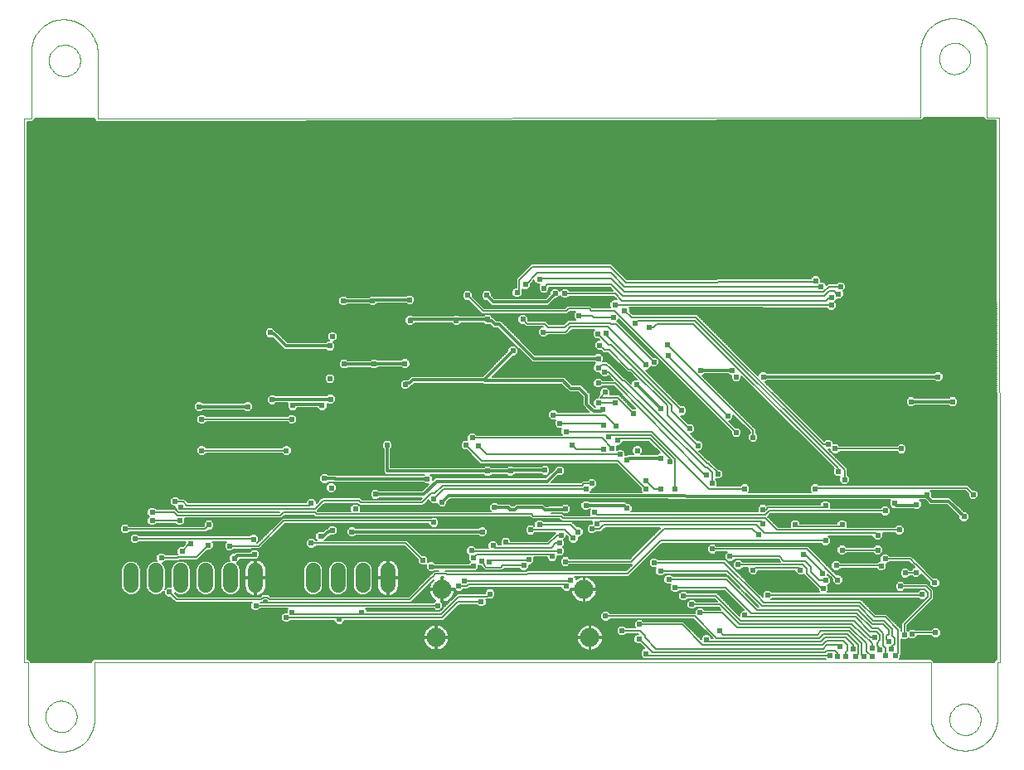
<source format=gbl>
G75*
G70*
%OFA0B0*%
%FSLAX24Y24*%
%IPPOS*%
%LPD*%
%AMOC8*
5,1,8,0,0,1.08239X$1,22.5*
%
%ADD10C,0.0000*%
%ADD11C,0.0600*%
%ADD12C,0.0768*%
%ADD13C,0.0060*%
%ADD14C,0.0240*%
%ADD15C,0.0118*%
D10*
X001652Y000107D02*
X001722Y000109D01*
X001792Y000115D01*
X001862Y000124D01*
X001931Y000137D01*
X002000Y000154D01*
X002067Y000175D01*
X002133Y000199D01*
X002197Y000227D01*
X002260Y000258D01*
X002322Y000293D01*
X002381Y000331D01*
X002438Y000372D01*
X002493Y000416D01*
X002545Y000463D01*
X002595Y000513D01*
X002642Y000565D01*
X002686Y000620D01*
X002727Y000677D01*
X002765Y000736D01*
X002800Y000798D01*
X002831Y000861D01*
X002859Y000925D01*
X002883Y000991D01*
X002904Y001058D01*
X002921Y001127D01*
X002934Y001196D01*
X002943Y001266D01*
X002949Y001336D01*
X002951Y001406D01*
X002951Y003690D01*
X036573Y003690D01*
X036573Y001524D01*
X036575Y001452D01*
X036581Y001380D01*
X036590Y001308D01*
X036603Y001237D01*
X036620Y001167D01*
X036640Y001098D01*
X036665Y001030D01*
X036692Y000964D01*
X036723Y000898D01*
X036758Y000835D01*
X036795Y000773D01*
X036836Y000714D01*
X036880Y000657D01*
X036927Y000602D01*
X036977Y000550D01*
X037029Y000500D01*
X037084Y000453D01*
X037141Y000409D01*
X037200Y000368D01*
X037262Y000331D01*
X037325Y000296D01*
X037391Y000265D01*
X037457Y000238D01*
X037525Y000213D01*
X037594Y000193D01*
X037664Y000176D01*
X037735Y000163D01*
X037807Y000154D01*
X037879Y000148D01*
X037951Y000146D01*
X037321Y001406D02*
X037323Y001456D01*
X037329Y001506D01*
X037339Y001555D01*
X037353Y001603D01*
X037370Y001650D01*
X037391Y001695D01*
X037416Y001739D01*
X037444Y001780D01*
X037476Y001819D01*
X037510Y001856D01*
X037547Y001890D01*
X037587Y001920D01*
X037629Y001947D01*
X037673Y001971D01*
X037719Y001992D01*
X037766Y002008D01*
X037814Y002021D01*
X037864Y002030D01*
X037913Y002035D01*
X037964Y002036D01*
X038014Y002033D01*
X038063Y002026D01*
X038112Y002015D01*
X038160Y002000D01*
X038206Y001982D01*
X038251Y001960D01*
X038294Y001934D01*
X038335Y001905D01*
X038374Y001873D01*
X038410Y001838D01*
X038442Y001800D01*
X038472Y001760D01*
X038499Y001717D01*
X038522Y001673D01*
X038541Y001627D01*
X038557Y001579D01*
X038569Y001530D01*
X038577Y001481D01*
X038581Y001431D01*
X038581Y001381D01*
X038577Y001331D01*
X038569Y001282D01*
X038557Y001233D01*
X038541Y001185D01*
X038522Y001139D01*
X038499Y001095D01*
X038472Y001052D01*
X038442Y001012D01*
X038410Y000974D01*
X038374Y000939D01*
X038335Y000907D01*
X038294Y000878D01*
X038251Y000852D01*
X038206Y000830D01*
X038160Y000812D01*
X038112Y000797D01*
X038063Y000786D01*
X038014Y000779D01*
X037964Y000776D01*
X037913Y000777D01*
X037864Y000782D01*
X037814Y000791D01*
X037766Y000804D01*
X037719Y000820D01*
X037673Y000841D01*
X037629Y000865D01*
X037587Y000892D01*
X037547Y000922D01*
X037510Y000956D01*
X037476Y000993D01*
X037444Y001032D01*
X037416Y001073D01*
X037391Y001117D01*
X037370Y001162D01*
X037353Y001209D01*
X037339Y001257D01*
X037329Y001306D01*
X037323Y001356D01*
X037321Y001406D01*
X037951Y000147D02*
X038021Y000149D01*
X038091Y000155D01*
X038161Y000164D01*
X038230Y000177D01*
X038299Y000194D01*
X038366Y000215D01*
X038432Y000239D01*
X038496Y000267D01*
X038559Y000298D01*
X038621Y000333D01*
X038680Y000371D01*
X038737Y000412D01*
X038792Y000456D01*
X038844Y000503D01*
X038894Y000553D01*
X038941Y000605D01*
X038985Y000660D01*
X039026Y000717D01*
X039064Y000776D01*
X039099Y000838D01*
X039130Y000901D01*
X039158Y000965D01*
X039182Y001031D01*
X039203Y001098D01*
X039220Y001167D01*
X039233Y001236D01*
X039242Y001306D01*
X039248Y001376D01*
X039250Y001446D01*
X039250Y003690D01*
X039349Y003690D01*
X039329Y025619D01*
X038837Y025619D01*
X038837Y028217D01*
X036907Y027981D02*
X036909Y028031D01*
X036915Y028081D01*
X036925Y028130D01*
X036939Y028178D01*
X036956Y028225D01*
X036977Y028270D01*
X037002Y028314D01*
X037030Y028355D01*
X037062Y028394D01*
X037096Y028431D01*
X037133Y028465D01*
X037173Y028495D01*
X037215Y028522D01*
X037259Y028546D01*
X037305Y028567D01*
X037352Y028583D01*
X037400Y028596D01*
X037450Y028605D01*
X037499Y028610D01*
X037550Y028611D01*
X037600Y028608D01*
X037649Y028601D01*
X037698Y028590D01*
X037746Y028575D01*
X037792Y028557D01*
X037837Y028535D01*
X037880Y028509D01*
X037921Y028480D01*
X037960Y028448D01*
X037996Y028413D01*
X038028Y028375D01*
X038058Y028335D01*
X038085Y028292D01*
X038108Y028248D01*
X038127Y028202D01*
X038143Y028154D01*
X038155Y028105D01*
X038163Y028056D01*
X038167Y028006D01*
X038167Y027956D01*
X038163Y027906D01*
X038155Y027857D01*
X038143Y027808D01*
X038127Y027760D01*
X038108Y027714D01*
X038085Y027670D01*
X038058Y027627D01*
X038028Y027587D01*
X037996Y027549D01*
X037960Y027514D01*
X037921Y027482D01*
X037880Y027453D01*
X037837Y027427D01*
X037792Y027405D01*
X037746Y027387D01*
X037698Y027372D01*
X037649Y027361D01*
X037600Y027354D01*
X037550Y027351D01*
X037499Y027352D01*
X037450Y027357D01*
X037400Y027366D01*
X037352Y027379D01*
X037305Y027395D01*
X037259Y027416D01*
X037215Y027440D01*
X037173Y027467D01*
X037133Y027497D01*
X037096Y027531D01*
X037062Y027568D01*
X037030Y027607D01*
X037002Y027648D01*
X036977Y027692D01*
X036956Y027737D01*
X036939Y027784D01*
X036925Y027832D01*
X036915Y027881D01*
X036909Y027931D01*
X036907Y027981D01*
X037459Y029595D02*
X037531Y029593D01*
X037603Y029587D01*
X037675Y029578D01*
X037746Y029565D01*
X037816Y029548D01*
X037885Y029528D01*
X037953Y029503D01*
X038019Y029476D01*
X038085Y029445D01*
X038148Y029410D01*
X038210Y029373D01*
X038269Y029332D01*
X038326Y029288D01*
X038381Y029241D01*
X038433Y029191D01*
X038483Y029139D01*
X038530Y029084D01*
X038574Y029027D01*
X038615Y028968D01*
X038652Y028906D01*
X038687Y028843D01*
X038718Y028777D01*
X038745Y028711D01*
X038770Y028643D01*
X038790Y028574D01*
X038807Y028504D01*
X038820Y028433D01*
X038829Y028361D01*
X038835Y028289D01*
X038837Y028217D01*
X037459Y029595D02*
X037389Y029593D01*
X037319Y029587D01*
X037249Y029578D01*
X037180Y029565D01*
X037111Y029548D01*
X037044Y029527D01*
X036978Y029503D01*
X036914Y029475D01*
X036851Y029444D01*
X036789Y029409D01*
X036730Y029371D01*
X036673Y029330D01*
X036618Y029286D01*
X036566Y029239D01*
X036516Y029189D01*
X036469Y029137D01*
X036425Y029082D01*
X036384Y029025D01*
X036346Y028966D01*
X036311Y028904D01*
X036280Y028841D01*
X036252Y028777D01*
X036228Y028711D01*
X036207Y028644D01*
X036190Y028575D01*
X036177Y028506D01*
X036168Y028436D01*
X036162Y028366D01*
X036160Y028296D01*
X036160Y025619D01*
X003089Y025580D01*
X003089Y028178D01*
X001120Y027902D02*
X001122Y027952D01*
X001128Y028002D01*
X001138Y028051D01*
X001152Y028099D01*
X001169Y028146D01*
X001190Y028191D01*
X001215Y028235D01*
X001243Y028276D01*
X001275Y028315D01*
X001309Y028352D01*
X001346Y028386D01*
X001386Y028416D01*
X001428Y028443D01*
X001472Y028467D01*
X001518Y028488D01*
X001565Y028504D01*
X001613Y028517D01*
X001663Y028526D01*
X001712Y028531D01*
X001763Y028532D01*
X001813Y028529D01*
X001862Y028522D01*
X001911Y028511D01*
X001959Y028496D01*
X002005Y028478D01*
X002050Y028456D01*
X002093Y028430D01*
X002134Y028401D01*
X002173Y028369D01*
X002209Y028334D01*
X002241Y028296D01*
X002271Y028256D01*
X002298Y028213D01*
X002321Y028169D01*
X002340Y028123D01*
X002356Y028075D01*
X002368Y028026D01*
X002376Y027977D01*
X002380Y027927D01*
X002380Y027877D01*
X002376Y027827D01*
X002368Y027778D01*
X002356Y027729D01*
X002340Y027681D01*
X002321Y027635D01*
X002298Y027591D01*
X002271Y027548D01*
X002241Y027508D01*
X002209Y027470D01*
X002173Y027435D01*
X002134Y027403D01*
X002093Y027374D01*
X002050Y027348D01*
X002005Y027326D01*
X001959Y027308D01*
X001911Y027293D01*
X001862Y027282D01*
X001813Y027275D01*
X001763Y027272D01*
X001712Y027273D01*
X001663Y027278D01*
X001613Y027287D01*
X001565Y027300D01*
X001518Y027316D01*
X001472Y027337D01*
X001428Y027361D01*
X001386Y027388D01*
X001346Y027418D01*
X001309Y027452D01*
X001275Y027489D01*
X001243Y027528D01*
X001215Y027569D01*
X001190Y027613D01*
X001169Y027658D01*
X001152Y027705D01*
X001138Y027753D01*
X001128Y027802D01*
X001122Y027852D01*
X001120Y027902D01*
X001711Y029556D02*
X001783Y029554D01*
X001855Y029548D01*
X001927Y029539D01*
X001998Y029526D01*
X002068Y029509D01*
X002137Y029489D01*
X002205Y029464D01*
X002271Y029437D01*
X002337Y029406D01*
X002400Y029371D01*
X002462Y029334D01*
X002521Y029293D01*
X002578Y029249D01*
X002633Y029202D01*
X002685Y029152D01*
X002735Y029100D01*
X002782Y029045D01*
X002826Y028988D01*
X002867Y028929D01*
X002904Y028867D01*
X002939Y028804D01*
X002970Y028738D01*
X002997Y028672D01*
X003022Y028604D01*
X003042Y028535D01*
X003059Y028465D01*
X003072Y028394D01*
X003081Y028322D01*
X003087Y028250D01*
X003089Y028178D01*
X001711Y029556D02*
X001641Y029554D01*
X001571Y029548D01*
X001501Y029539D01*
X001432Y029526D01*
X001363Y029509D01*
X001296Y029488D01*
X001230Y029464D01*
X001166Y029436D01*
X001103Y029405D01*
X001041Y029370D01*
X000982Y029332D01*
X000925Y029291D01*
X000870Y029247D01*
X000818Y029200D01*
X000768Y029150D01*
X000721Y029098D01*
X000677Y029043D01*
X000636Y028986D01*
X000598Y028927D01*
X000563Y028865D01*
X000532Y028802D01*
X000504Y028738D01*
X000480Y028672D01*
X000459Y028605D01*
X000442Y028536D01*
X000429Y028467D01*
X000420Y028397D01*
X000414Y028327D01*
X000412Y028257D01*
X000411Y028257D02*
X000411Y025580D01*
X000136Y025580D01*
X000136Y003690D01*
X000274Y003690D01*
X000274Y001485D01*
X000982Y001524D02*
X000984Y001574D01*
X000990Y001624D01*
X001000Y001673D01*
X001014Y001721D01*
X001031Y001768D01*
X001052Y001813D01*
X001077Y001857D01*
X001105Y001898D01*
X001137Y001937D01*
X001171Y001974D01*
X001208Y002008D01*
X001248Y002038D01*
X001290Y002065D01*
X001334Y002089D01*
X001380Y002110D01*
X001427Y002126D01*
X001475Y002139D01*
X001525Y002148D01*
X001574Y002153D01*
X001625Y002154D01*
X001675Y002151D01*
X001724Y002144D01*
X001773Y002133D01*
X001821Y002118D01*
X001867Y002100D01*
X001912Y002078D01*
X001955Y002052D01*
X001996Y002023D01*
X002035Y001991D01*
X002071Y001956D01*
X002103Y001918D01*
X002133Y001878D01*
X002160Y001835D01*
X002183Y001791D01*
X002202Y001745D01*
X002218Y001697D01*
X002230Y001648D01*
X002238Y001599D01*
X002242Y001549D01*
X002242Y001499D01*
X002238Y001449D01*
X002230Y001400D01*
X002218Y001351D01*
X002202Y001303D01*
X002183Y001257D01*
X002160Y001213D01*
X002133Y001170D01*
X002103Y001130D01*
X002071Y001092D01*
X002035Y001057D01*
X001996Y001025D01*
X001955Y000996D01*
X001912Y000970D01*
X001867Y000948D01*
X001821Y000930D01*
X001773Y000915D01*
X001724Y000904D01*
X001675Y000897D01*
X001625Y000894D01*
X001574Y000895D01*
X001525Y000900D01*
X001475Y000909D01*
X001427Y000922D01*
X001380Y000938D01*
X001334Y000959D01*
X001290Y000983D01*
X001248Y001010D01*
X001208Y001040D01*
X001171Y001074D01*
X001137Y001111D01*
X001105Y001150D01*
X001077Y001191D01*
X001052Y001235D01*
X001031Y001280D01*
X001014Y001327D01*
X001000Y001375D01*
X000990Y001424D01*
X000984Y001474D01*
X000982Y001524D01*
X000274Y001485D02*
X000276Y001413D01*
X000282Y001341D01*
X000291Y001269D01*
X000304Y001198D01*
X000321Y001128D01*
X000341Y001059D01*
X000366Y000991D01*
X000393Y000925D01*
X000424Y000859D01*
X000459Y000796D01*
X000496Y000734D01*
X000537Y000675D01*
X000581Y000618D01*
X000628Y000563D01*
X000678Y000511D01*
X000730Y000461D01*
X000785Y000414D01*
X000842Y000370D01*
X000901Y000329D01*
X000963Y000292D01*
X001026Y000257D01*
X001092Y000226D01*
X001158Y000199D01*
X001226Y000174D01*
X001295Y000154D01*
X001365Y000137D01*
X001436Y000124D01*
X001508Y000115D01*
X001580Y000109D01*
X001652Y000107D01*
D11*
X004427Y006795D02*
X004427Y007395D01*
X005427Y007395D02*
X005427Y006795D01*
X006427Y006795D02*
X006427Y007395D01*
X007427Y007395D02*
X007427Y006795D01*
X008427Y006795D02*
X008427Y007395D01*
X009427Y007395D02*
X009427Y006795D01*
X011746Y006795D02*
X011746Y007395D01*
X012746Y007395D02*
X012746Y006795D01*
X013746Y006795D02*
X013746Y007395D01*
X014746Y007395D02*
X014746Y006795D01*
D12*
X016927Y006623D03*
X016691Y004694D03*
X022872Y004694D03*
X022636Y006623D03*
D13*
X022666Y006624D02*
X026087Y006624D01*
X026087Y006615D02*
X026210Y006492D01*
X026384Y006492D01*
X026474Y006582D01*
X028275Y006582D01*
X029048Y005809D01*
X029006Y005809D01*
X028883Y005686D01*
X028883Y005585D01*
X027981Y006487D01*
X027881Y006487D01*
X026809Y006487D01*
X026719Y006577D01*
X026545Y006577D01*
X026422Y006454D01*
X026422Y006280D01*
X026545Y006157D01*
X026719Y006157D01*
X026809Y006247D01*
X027881Y006247D01*
X027976Y006152D01*
X027144Y006152D01*
X027054Y006242D01*
X026880Y006242D01*
X026757Y006119D01*
X026757Y005945D01*
X026880Y005822D01*
X027054Y005822D01*
X027144Y005912D01*
X028039Y005912D01*
X028134Y005818D01*
X027478Y005818D01*
X027388Y005908D01*
X027214Y005908D01*
X027091Y005785D01*
X027091Y005680D01*
X027035Y005680D01*
X023679Y005680D01*
X023589Y005770D01*
X023415Y005770D01*
X023292Y005647D01*
X023292Y005473D01*
X023415Y005350D01*
X023589Y005350D01*
X023679Y005440D01*
X027035Y005440D01*
X027819Y004656D01*
X027767Y004656D01*
X027767Y004702D01*
X027644Y004825D01*
X027470Y004825D01*
X027347Y004702D01*
X027347Y004621D01*
X026623Y005345D01*
X026523Y005345D01*
X025037Y005345D01*
X024947Y005435D01*
X024773Y005435D01*
X024650Y005312D01*
X024650Y005138D01*
X024699Y005089D01*
X024329Y005089D01*
X024239Y005179D01*
X024065Y005179D01*
X023942Y005056D01*
X023942Y004882D01*
X024065Y004759D01*
X024239Y004759D01*
X024329Y004849D01*
X024830Y004849D01*
X024835Y004845D01*
X024754Y004845D01*
X024631Y004722D01*
X024631Y004548D01*
X024754Y004425D01*
X024901Y004425D01*
X025071Y004254D01*
X025029Y004254D01*
X024906Y004131D01*
X024906Y003957D01*
X025029Y003834D01*
X025203Y003834D01*
X025214Y003845D01*
X025264Y003845D01*
X032341Y003845D01*
X032366Y003820D01*
X003005Y003820D01*
X002897Y003820D01*
X002821Y003744D01*
X002821Y003690D01*
X000404Y003690D01*
X000404Y003744D01*
X000328Y003820D01*
X000266Y003820D01*
X000266Y025450D01*
X000465Y025450D01*
X000541Y025526D01*
X000541Y025580D01*
X002959Y025582D01*
X002959Y025526D01*
X002959Y025526D01*
X002959Y025526D01*
X002994Y025490D01*
X003035Y025450D01*
X003035Y025449D01*
X003098Y025450D01*
X003142Y025450D01*
X003143Y025450D02*
X036145Y025489D01*
X036213Y025489D01*
X036213Y025489D01*
X036214Y025489D01*
X036249Y025525D01*
X036289Y025565D01*
X036290Y025565D01*
X036289Y025616D01*
X038707Y025618D01*
X038707Y025565D01*
X038783Y025489D01*
X039199Y025489D01*
X039218Y003820D01*
X039196Y003820D01*
X039120Y003744D01*
X039120Y003690D01*
X036703Y003690D01*
X036703Y003744D01*
X036627Y003820D01*
X036519Y003820D01*
X035307Y003820D01*
X035366Y003878D01*
X035366Y004006D01*
X035374Y004014D01*
X035374Y004651D01*
X035423Y004602D01*
X035597Y004602D01*
X035677Y004682D01*
X035738Y004621D01*
X035912Y004621D01*
X036035Y004744D01*
X036035Y004771D01*
X036593Y004771D01*
X036683Y004681D01*
X036857Y004681D01*
X036980Y004804D01*
X036980Y004978D01*
X036857Y005101D01*
X036683Y005101D01*
X036593Y005011D01*
X035943Y005011D01*
X035912Y005041D01*
X035738Y005041D01*
X035658Y004961D01*
X035630Y004989D01*
X035630Y005175D01*
X036623Y006168D01*
X036693Y006238D01*
X036693Y006514D01*
X036693Y006613D01*
X036496Y006810D01*
X036426Y006881D01*
X035529Y006881D01*
X035439Y006971D01*
X035265Y006971D01*
X035142Y006848D01*
X035142Y006674D01*
X035265Y006551D01*
X035439Y006551D01*
X035529Y006641D01*
X036326Y006641D01*
X036453Y006514D01*
X036453Y006338D01*
X035390Y005275D01*
X035390Y005175D01*
X035390Y004989D01*
X035374Y004973D01*
X035374Y005058D01*
X034862Y005570D01*
X034792Y005640D01*
X034359Y005640D01*
X033839Y006161D01*
X033768Y006231D01*
X030139Y006231D01*
X030195Y006286D01*
X036081Y006286D01*
X036151Y006216D01*
X036325Y006216D01*
X036448Y006339D01*
X036448Y006513D01*
X036325Y006636D01*
X036151Y006636D01*
X036042Y006526D01*
X032423Y006526D01*
X032472Y006575D01*
X032472Y006749D01*
X032434Y006787D01*
X032447Y006787D01*
X032570Y006910D01*
X032570Y007084D01*
X032447Y007207D01*
X032433Y007207D01*
X032433Y007247D01*
X032623Y007057D01*
X032623Y006930D01*
X032746Y006806D01*
X032920Y006806D01*
X033043Y006930D01*
X033043Y007104D01*
X032920Y007227D01*
X032792Y007227D01*
X031642Y008377D01*
X031543Y008377D01*
X027970Y008377D01*
X027880Y008467D01*
X027706Y008467D01*
X027583Y008344D01*
X027583Y008170D01*
X027706Y008047D01*
X027880Y008047D01*
X027970Y008137D01*
X028380Y008137D01*
X028292Y008048D01*
X028292Y007874D01*
X028415Y007751D01*
X028589Y007751D01*
X028679Y007841D01*
X030441Y007841D01*
X030535Y007747D01*
X029014Y007747D01*
X028924Y007837D01*
X028750Y007837D01*
X028627Y007714D01*
X028627Y007540D01*
X028750Y007417D01*
X028924Y007417D01*
X029014Y007507D01*
X029227Y007507D01*
X029217Y007497D01*
X029217Y007323D01*
X029340Y007200D01*
X029514Y007200D01*
X029637Y007323D01*
X029637Y007369D01*
X031127Y007369D01*
X031127Y007323D01*
X031250Y007200D01*
X031424Y007200D01*
X031473Y007249D01*
X031473Y007203D01*
X032052Y006624D01*
X032052Y006575D01*
X032101Y006526D01*
X030195Y006526D01*
X030105Y006616D01*
X029931Y006616D01*
X029808Y006493D01*
X029808Y006333D01*
X029672Y006469D01*
X028425Y007735D01*
X028425Y007736D01*
X028649Y007736D01*
X028632Y007794D02*
X028707Y007794D01*
X028627Y007677D02*
X028482Y007677D01*
X028425Y007736D02*
X028389Y007771D01*
X028356Y007805D01*
X028355Y007805D01*
X028335Y007825D01*
X028236Y007825D01*
X025628Y007825D01*
X025538Y007916D01*
X025364Y007916D01*
X025241Y007792D01*
X025241Y007619D01*
X024904Y007619D01*
X024962Y007677D02*
X025241Y007677D01*
X025241Y007619D02*
X025364Y007495D01*
X025534Y007495D01*
X025497Y007458D01*
X025497Y007284D01*
X025620Y007161D01*
X025794Y007161D01*
X025884Y007251D01*
X028334Y007251D01*
X029649Y005936D01*
X029634Y005936D01*
X028414Y007156D01*
X028315Y007156D01*
X026218Y007156D01*
X026128Y007246D01*
X025954Y007246D01*
X025831Y007123D01*
X025831Y006949D01*
X025954Y006826D01*
X026125Y006826D01*
X026087Y006789D01*
X026087Y006615D01*
X026087Y006682D02*
X023147Y006682D01*
X023150Y006663D02*
X023137Y006743D01*
X023112Y006820D01*
X023075Y006892D01*
X023028Y006958D01*
X022971Y007015D01*
X022905Y007062D01*
X022833Y007099D01*
X022756Y007124D01*
X022676Y007137D01*
X022666Y007137D01*
X022666Y006653D01*
X022606Y006653D01*
X022606Y007137D01*
X022595Y007137D01*
X022516Y007124D01*
X022439Y007099D01*
X022367Y007062D01*
X022314Y007024D01*
X022314Y007104D01*
X022265Y007152D01*
X024438Y007152D01*
X024508Y007223D01*
X025756Y008471D01*
X032164Y008471D01*
X032254Y008381D01*
X032428Y008381D01*
X032551Y008504D01*
X032551Y008678D01*
X032462Y008767D01*
X034237Y008767D01*
X034237Y008721D01*
X034360Y008598D01*
X034534Y008598D01*
X034657Y008721D01*
X034657Y008895D01*
X034647Y008904D01*
X035136Y008904D01*
X035226Y008814D01*
X035400Y008814D01*
X035523Y008937D01*
X035523Y009111D01*
X035400Y009234D01*
X035226Y009234D01*
X035136Y009144D01*
X033210Y009144D01*
X033220Y009154D01*
X033220Y009328D01*
X033097Y009451D01*
X032923Y009451D01*
X032800Y009328D01*
X032800Y009282D01*
X031330Y009282D01*
X031330Y009328D01*
X031207Y009451D01*
X031033Y009451D01*
X030910Y009328D01*
X030910Y009154D01*
X030920Y009144D01*
X030441Y009144D01*
X030020Y009566D01*
X030039Y009585D01*
X030127Y009672D01*
X034565Y009672D01*
X034655Y009582D01*
X034829Y009582D01*
X034952Y009705D01*
X034952Y009879D01*
X034829Y010002D01*
X034655Y010002D01*
X034565Y009912D01*
X032541Y009912D01*
X032551Y009922D01*
X032551Y010096D01*
X032428Y010219D01*
X032254Y010219D01*
X032131Y010096D01*
X032131Y010050D01*
X030087Y010050D01*
X029988Y010050D01*
X029953Y010016D01*
X029908Y010061D01*
X029734Y010061D01*
X029611Y009938D01*
X029611Y009764D01*
X029621Y009755D01*
X024529Y009755D01*
X024578Y009804D01*
X024578Y009978D01*
X024455Y010101D01*
X024369Y010101D01*
X024312Y010158D01*
X024188Y010158D01*
X022863Y010158D01*
X022802Y010219D01*
X022628Y010219D01*
X022505Y010096D01*
X022505Y009922D01*
X022628Y009799D01*
X022802Y009799D01*
X022863Y009860D01*
X022879Y009860D01*
X022839Y009820D01*
X022839Y009646D01*
X022869Y009617D01*
X021839Y009617D01*
X021831Y009625D01*
X021760Y009696D01*
X021313Y009696D01*
X021320Y009702D01*
X021760Y009702D01*
X021801Y009661D01*
X021975Y009661D01*
X022098Y009784D01*
X022098Y009958D01*
X021975Y010081D01*
X021801Y010081D01*
X021720Y010000D01*
X021196Y010000D01*
X021176Y009981D01*
X021103Y009981D01*
X021092Y009992D01*
X021005Y010079D01*
X020001Y010079D01*
X019877Y010079D01*
X019799Y010000D01*
X019725Y010000D01*
X019646Y010079D01*
X019181Y010079D01*
X019121Y010140D01*
X018947Y010140D01*
X018824Y010017D01*
X018824Y009843D01*
X018892Y009774D01*
X013643Y009774D01*
X013653Y009784D01*
X013653Y009958D01*
X013530Y010081D01*
X013356Y010081D01*
X013233Y009958D01*
X013233Y009784D01*
X013243Y009774D01*
X011938Y009774D01*
X011929Y009783D01*
X011910Y009802D01*
X012193Y010086D01*
X013531Y010086D01*
X013610Y010007D01*
X013709Y010007D01*
X016170Y010007D01*
X016240Y010077D01*
X016383Y010220D01*
X016383Y010197D01*
X016506Y010074D01*
X016680Y010074D01*
X016717Y010112D01*
X016717Y010059D01*
X016840Y009936D01*
X017014Y009936D01*
X017137Y010059D01*
X017137Y010146D01*
X017245Y010253D01*
X017283Y010253D01*
X017245Y010253D02*
X034967Y010235D01*
X034906Y010174D01*
X034906Y010000D01*
X035029Y009877D01*
X035115Y009877D01*
X035133Y009860D01*
X035257Y009860D01*
X035893Y009860D01*
X035915Y009838D01*
X036089Y009838D01*
X036212Y009961D01*
X036212Y010135D01*
X036113Y010234D01*
X036326Y010234D01*
X036328Y010232D01*
X036351Y010232D01*
X036444Y010129D01*
X036444Y010124D01*
X036484Y010083D01*
X036523Y010040D01*
X036528Y010040D01*
X036531Y010037D01*
X036589Y010037D01*
X036646Y010034D01*
X036650Y010037D01*
X037220Y010037D01*
X037701Y009555D01*
X037701Y009469D01*
X037824Y009346D01*
X037998Y009346D01*
X038121Y009469D01*
X038121Y009643D01*
X037998Y009766D01*
X037912Y009766D01*
X037431Y010248D01*
X037343Y010335D01*
X036659Y010335D01*
X036625Y010372D01*
X036625Y010529D01*
X036557Y010597D01*
X037960Y010597D01*
X038075Y010482D01*
X038075Y010355D01*
X038199Y010232D01*
X038372Y010232D01*
X038496Y010355D01*
X038496Y010529D01*
X038372Y010652D01*
X038245Y010652D01*
X038130Y010767D01*
X038060Y010837D01*
X032065Y010837D01*
X032014Y010888D01*
X031840Y010888D01*
X031717Y010765D01*
X031717Y010591D01*
X031772Y010536D01*
X029251Y010539D01*
X029303Y010591D01*
X029303Y010765D01*
X029180Y010888D01*
X029006Y010888D01*
X028916Y010798D01*
X027994Y010798D01*
X028003Y010807D01*
X028003Y010981D01*
X027926Y011058D01*
X028097Y011058D01*
X028220Y011181D01*
X028220Y011355D01*
X028097Y011479D01*
X028029Y011479D01*
X027756Y011751D01*
X027756Y011751D01*
X027686Y011822D01*
X027627Y011822D01*
X027248Y012200D01*
X027309Y012200D01*
X027433Y012323D01*
X027433Y012497D01*
X027309Y012620D01*
X027182Y012620D01*
X026913Y012889D01*
X026975Y012889D01*
X027098Y013012D01*
X027098Y013186D01*
X026975Y013309D01*
X026828Y013309D01*
X026519Y013618D01*
X026640Y013618D01*
X026763Y013741D01*
X026763Y013915D01*
X026640Y014038D01*
X026514Y014038D01*
X025113Y015448D01*
X025203Y015448D01*
X025326Y015571D01*
X025326Y015604D01*
X025364Y015566D01*
X025538Y015566D01*
X025661Y015689D01*
X025661Y015863D01*
X025538Y015986D01*
X025411Y015986D01*
X023972Y017425D01*
X024027Y017481D01*
X024027Y017503D01*
X028548Y012982D01*
X028548Y012855D01*
X028671Y012732D01*
X028845Y012732D01*
X028968Y012855D01*
X028968Y013029D01*
X028845Y013152D01*
X028718Y013152D01*
X028468Y013401D01*
X028510Y013401D01*
X028633Y013524D01*
X028633Y013645D01*
X029307Y012971D01*
X029307Y012922D01*
X029217Y012832D01*
X029217Y012658D01*
X029340Y012535D01*
X029514Y012535D01*
X029637Y012658D01*
X029637Y012832D01*
X029547Y012922D01*
X029547Y012971D01*
X029547Y013070D01*
X027386Y015232D01*
X027408Y015232D01*
X027469Y015293D01*
X028433Y015293D01*
X028494Y015232D01*
X028548Y015232D01*
X028548Y015099D01*
X028671Y014976D01*
X028845Y014976D01*
X028968Y015099D01*
X028968Y015194D01*
X032688Y011499D01*
X032642Y011454D01*
X032642Y011280D01*
X032765Y011157D01*
X032916Y011157D01*
X032898Y011139D01*
X032898Y010965D01*
X033021Y010842D01*
X033195Y010842D01*
X033318Y010965D01*
X033318Y011139D01*
X033228Y011229D01*
X033228Y011396D01*
X033228Y011396D01*
X033228Y011446D01*
X033228Y011495D01*
X033228Y011496D01*
X033192Y011532D01*
X033158Y011566D01*
X033158Y011566D01*
X032460Y012259D01*
X032524Y012259D01*
X032524Y012205D01*
X032647Y012082D01*
X032821Y012082D01*
X032911Y012172D01*
X035215Y012172D01*
X035305Y012082D01*
X035479Y012082D01*
X035602Y012205D01*
X035602Y012379D01*
X035479Y012502D01*
X035305Y012502D01*
X035215Y012412D01*
X032911Y012412D01*
X032821Y012502D01*
X032649Y012502D01*
X032649Y012556D01*
X032526Y012679D01*
X032352Y012679D01*
X032287Y012614D01*
X032272Y012629D01*
X029906Y014976D01*
X029928Y014976D01*
X029989Y015037D01*
X036720Y015037D01*
X036781Y014976D01*
X036955Y014976D01*
X037078Y015099D01*
X037078Y015273D01*
X036955Y015396D01*
X036781Y015396D01*
X036720Y015335D01*
X029989Y015335D01*
X029928Y015396D01*
X029754Y015396D01*
X029631Y015273D01*
X029631Y015250D01*
X027209Y017653D01*
X027174Y017688D01*
X027174Y017688D01*
X027173Y017688D01*
X027124Y017688D01*
X024595Y017688D01*
X024480Y017803D01*
X024480Y017930D01*
X024450Y017960D01*
X027284Y017960D01*
X032399Y017941D01*
X032490Y017850D01*
X032664Y017850D01*
X032787Y017973D01*
X032787Y018147D01*
X032726Y018207D01*
X032807Y018288D01*
X032807Y018303D01*
X032959Y018303D01*
X033082Y018426D01*
X033082Y018600D01*
X033061Y018621D01*
X033161Y018721D01*
X033161Y018895D01*
X033038Y019018D01*
X032864Y019018D01*
X032774Y018928D01*
X032528Y018928D01*
X032429Y018928D01*
X032373Y018873D01*
X032373Y018895D01*
X032250Y019018D01*
X032157Y019018D01*
X032157Y019131D01*
X032034Y019254D01*
X031860Y019254D01*
X031737Y019131D01*
X031737Y019125D01*
X031701Y019125D01*
X031657Y019125D01*
X031602Y019125D01*
X031602Y019125D01*
X024359Y019105D01*
X023799Y019665D01*
X023729Y019735D01*
X020619Y019735D01*
X020519Y019735D01*
X019988Y019203D01*
X019917Y019133D01*
X019917Y018782D01*
X019852Y018782D01*
X019729Y018659D01*
X019729Y018485D01*
X019852Y018362D01*
X020026Y018362D01*
X020149Y018485D01*
X020149Y018612D01*
X020157Y018620D01*
X020157Y018706D01*
X020187Y018677D01*
X020361Y018677D01*
X020484Y018800D01*
X020484Y018907D01*
X020635Y019058D01*
X020635Y019016D01*
X020758Y018893D01*
X020869Y018893D01*
X020812Y018836D01*
X020812Y018662D01*
X020935Y018539D01*
X021109Y018539D01*
X021232Y018662D01*
X021232Y018767D01*
X023689Y018767D01*
X023803Y018652D01*
X022045Y018652D01*
X021955Y018742D01*
X021781Y018742D01*
X021562Y018742D01*
X021561Y018742D02*
X021387Y018742D01*
X021232Y018742D01*
X021232Y018683D02*
X021329Y018683D01*
X021270Y018625D02*
X021195Y018625D01*
X021264Y018619D02*
X021264Y018533D01*
X021078Y018347D01*
X019036Y018347D01*
X018929Y018454D01*
X018929Y018541D01*
X018806Y018664D01*
X018632Y018664D01*
X018509Y018541D01*
X018509Y018367D01*
X018632Y018244D01*
X018718Y018244D01*
X018913Y018049D01*
X019036Y018049D01*
X021202Y018049D01*
X021289Y018136D01*
X021475Y018322D01*
X021561Y018322D01*
X021671Y018432D01*
X021781Y018322D01*
X021955Y018322D01*
X022045Y018412D01*
X023826Y018412D01*
X023949Y018290D01*
X023789Y018290D01*
X023666Y018166D01*
X023666Y017993D01*
X023695Y017963D01*
X022981Y017963D01*
X022972Y017972D01*
X022902Y018042D01*
X021956Y018042D01*
X021886Y017972D01*
X021858Y017944D01*
X021740Y017944D01*
X018630Y017944D01*
X018161Y018413D01*
X018161Y018541D01*
X018038Y018664D01*
X017864Y018664D01*
X017741Y018541D01*
X017741Y018367D01*
X017864Y018244D01*
X017991Y018244D01*
X018461Y017774D01*
X018531Y017704D01*
X021740Y017704D01*
X021858Y017704D01*
X021957Y017704D01*
X022056Y017802D01*
X022278Y017802D01*
X022209Y017733D01*
X022209Y017559D01*
X022298Y017471D01*
X022095Y017471D01*
X021996Y017471D01*
X021818Y017294D01*
X021229Y017294D01*
X021161Y017361D01*
X021091Y017432D01*
X020402Y017432D01*
X020385Y017449D01*
X020385Y017576D01*
X020262Y017699D01*
X020088Y017699D01*
X019965Y017576D01*
X019965Y017402D01*
X020088Y017279D01*
X020216Y017279D01*
X020232Y017262D01*
X020303Y017192D01*
X020992Y017192D01*
X020996Y017187D01*
X020915Y017187D01*
X020792Y017064D01*
X020792Y016890D01*
X020915Y016767D01*
X021089Y016767D01*
X021179Y016857D01*
X021938Y016857D01*
X022008Y016927D01*
X022977Y016927D01*
X022977Y016869D02*
X021949Y016869D01*
X022008Y016927D02*
X022154Y017074D01*
X023046Y017074D01*
X022977Y017005D01*
X022977Y016831D01*
X023100Y016708D01*
X023222Y016708D01*
X023272Y016656D01*
X023179Y016656D01*
X023056Y016533D01*
X023056Y016359D01*
X023179Y016236D01*
X023306Y016236D01*
X023393Y016149D01*
X023493Y016149D01*
X023590Y016149D01*
X024307Y015431D01*
X024378Y015361D01*
X024476Y015361D01*
X024756Y015081D01*
X024655Y015081D01*
X024532Y014958D01*
X024532Y014916D01*
X024370Y015078D01*
X024300Y015148D01*
X024241Y015148D01*
X023796Y015593D01*
X023796Y015598D01*
X023761Y015628D01*
X023729Y015660D01*
X023724Y015660D01*
X023604Y015766D01*
X023571Y015798D01*
X023567Y015798D01*
X023563Y015801D01*
X023518Y015798D01*
X023394Y015798D01*
X023387Y015798D01*
X023417Y015827D01*
X023417Y016001D01*
X023294Y016124D01*
X023120Y016124D01*
X023059Y016063D01*
X020670Y016063D01*
X019379Y017354D01*
X019292Y017441D01*
X019115Y017441D01*
X019064Y017492D01*
X018977Y017579D01*
X018965Y017579D01*
X018845Y017699D01*
X018671Y017699D01*
X018610Y017638D01*
X017607Y017638D01*
X017585Y017660D01*
X017411Y017660D01*
X017389Y017638D01*
X015756Y017638D01*
X015735Y017660D01*
X015561Y017660D01*
X015438Y017537D01*
X015438Y017363D01*
X015561Y017240D01*
X015735Y017240D01*
X015835Y017340D01*
X017311Y017340D01*
X017411Y017240D01*
X017585Y017240D01*
X017685Y017340D01*
X018610Y017340D01*
X018671Y017279D01*
X018845Y017279D01*
X018847Y017281D01*
X018854Y017281D01*
X018991Y017143D01*
X019115Y017143D01*
X019169Y017143D01*
X020547Y015765D01*
X020670Y015765D01*
X023059Y015765D01*
X023097Y015727D01*
X022997Y015627D01*
X022997Y015453D01*
X023120Y015330D01*
X023253Y015330D01*
X023253Y015296D01*
X023376Y015173D01*
X023550Y015173D01*
X023606Y015229D01*
X023787Y015050D01*
X023384Y015050D01*
X023294Y015140D01*
X023120Y015140D01*
X022997Y015017D01*
X022997Y014843D01*
X023120Y014720D01*
X023294Y014720D01*
X023384Y014810D01*
X023826Y014810D01*
X024696Y013919D01*
X024584Y013919D01*
X024044Y014459D01*
X023944Y014459D01*
X023683Y014459D01*
X023692Y014469D01*
X023692Y014643D01*
X023569Y014766D01*
X023395Y014766D01*
X023272Y014643D01*
X023272Y014489D01*
X023216Y014420D01*
X023185Y014389D01*
X023185Y014382D01*
X023181Y014377D01*
X023185Y014334D01*
X023185Y014333D01*
X023120Y014333D01*
X022997Y014210D01*
X022997Y014036D01*
X023076Y013957D01*
X023072Y013957D01*
X022883Y014145D01*
X022883Y014500D01*
X022796Y014587D01*
X022520Y014862D01*
X022397Y014862D01*
X022166Y014862D01*
X021851Y015177D01*
X021728Y015177D01*
X018941Y015177D01*
X019782Y016019D01*
X019869Y016019D01*
X019992Y016142D01*
X019992Y016316D01*
X019869Y016439D01*
X019695Y016439D01*
X019572Y016316D01*
X019572Y016230D01*
X018558Y015217D01*
X015808Y015217D01*
X015684Y015217D01*
X015547Y015079D01*
X015540Y015079D01*
X015538Y015081D01*
X015364Y015081D01*
X015241Y014958D01*
X015241Y014784D01*
X015364Y014661D01*
X015538Y014661D01*
X015658Y014781D01*
X015670Y014781D01*
X015757Y014868D01*
X015808Y014919D01*
X018558Y014919D01*
X018598Y014879D01*
X018721Y014879D01*
X021728Y014879D01*
X022043Y014564D01*
X022166Y014564D01*
X022397Y014564D01*
X022585Y014376D01*
X022585Y014145D01*
X022585Y014022D01*
X022837Y013770D01*
X021573Y013770D01*
X021483Y013860D01*
X021309Y013860D01*
X021186Y013737D01*
X021186Y013563D01*
X021309Y013440D01*
X021479Y013440D01*
X021442Y013403D01*
X021442Y013229D01*
X021565Y013106D01*
X021735Y013106D01*
X021698Y013068D01*
X021698Y012894D01*
X021746Y012845D01*
X018325Y012845D01*
X018235Y012935D01*
X018061Y012935D01*
X017938Y012812D01*
X017938Y012640D01*
X017805Y012640D01*
X017682Y012517D01*
X017682Y012343D01*
X017805Y012220D01*
X017932Y012220D01*
X018402Y011750D01*
X018472Y011680D01*
X023944Y011680D01*
X024906Y010718D01*
X024906Y010591D01*
X024954Y010543D01*
X022899Y010546D01*
X024951Y010546D01*
X024906Y010604D02*
X022944Y010604D01*
X022944Y010591D02*
X022944Y010684D01*
X023038Y010684D01*
X023161Y010807D01*
X023161Y010981D01*
X023038Y011104D01*
X022864Y011104D01*
X022774Y011014D01*
X022686Y011014D01*
X022586Y011014D01*
X021392Y011014D01*
X021450Y011073D02*
X022832Y011073D01*
X022951Y010894D02*
X022636Y010894D01*
X022557Y010816D01*
X016947Y010816D01*
X016632Y010501D01*
X016494Y010501D01*
X016120Y010127D01*
X013660Y010127D01*
X013581Y010206D01*
X012144Y010206D01*
X011809Y009871D01*
X006494Y009871D01*
X006415Y009950D01*
X006205Y009956D02*
X006205Y009863D01*
X006328Y009740D01*
X006502Y009740D01*
X006514Y009751D01*
X006544Y009751D01*
X010397Y009751D01*
X010381Y009735D01*
X006327Y009735D01*
X006279Y009783D01*
X006209Y009853D01*
X005451Y009853D01*
X005361Y009943D01*
X005187Y009943D01*
X005064Y009820D01*
X005064Y009646D01*
X005144Y009566D01*
X005064Y009485D01*
X005064Y009311D01*
X005187Y009188D01*
X005361Y009188D01*
X005451Y009278D01*
X006199Y009278D01*
X006289Y009188D01*
X006463Y009188D01*
X006586Y009311D01*
X006586Y009485D01*
X006576Y009495D01*
X010481Y009495D01*
X010551Y009565D01*
X010599Y009613D01*
X011759Y009613D01*
X011838Y009534D01*
X011938Y009534D01*
X020460Y009534D01*
X020469Y009526D01*
X020539Y009456D01*
X021661Y009456D01*
X021669Y009447D01*
X021740Y009377D01*
X022967Y009377D01*
X022957Y009367D01*
X022957Y009274D01*
X022864Y009274D01*
X022741Y009151D01*
X022741Y008977D01*
X022864Y008854D01*
X023038Y008854D01*
X023128Y008944D01*
X023216Y008944D01*
X023316Y008944D01*
X023473Y009101D01*
X025693Y009101D01*
X024524Y007932D01*
X024524Y007913D01*
X024476Y007865D01*
X022065Y007865D01*
X021975Y007955D01*
X021801Y007955D01*
X021678Y007832D01*
X021678Y007658D01*
X021801Y007535D01*
X021975Y007535D01*
X022065Y007625D01*
X024476Y007625D01*
X024571Y007625D01*
X024338Y007392D01*
X020422Y007392D01*
X020322Y007392D01*
X020283Y007353D01*
X017174Y007353D01*
X017154Y007373D01*
X017075Y007373D01*
X017069Y007379D01*
X018078Y007379D01*
X018100Y007358D01*
X018274Y007358D01*
X018397Y007481D01*
X018397Y007592D01*
X018435Y007555D01*
X018522Y007555D01*
X018560Y007500D01*
X018579Y007472D01*
X018579Y007459D01*
X018606Y007432D01*
X018627Y007401D01*
X018640Y007398D01*
X018649Y007389D01*
X018687Y007389D01*
X018724Y007381D01*
X018735Y007389D01*
X019240Y007389D01*
X019339Y007389D01*
X019418Y007467D01*
X020038Y007467D01*
X020128Y007377D01*
X020302Y007377D01*
X020425Y007500D01*
X020425Y007614D01*
X020498Y007614D01*
X020621Y007737D01*
X020621Y007911D01*
X021146Y007911D01*
X021146Y007920D02*
X021146Y007874D01*
X021269Y007751D01*
X021443Y007751D01*
X021566Y007874D01*
X021566Y007968D01*
X021739Y007968D01*
X021862Y008091D01*
X021862Y008265D01*
X021791Y008335D01*
X021862Y008406D01*
X021862Y008580D01*
X021821Y008621D01*
X021921Y008721D01*
X021921Y008802D01*
X021993Y008730D01*
X021993Y008603D01*
X022116Y008480D01*
X022290Y008480D01*
X022413Y008603D01*
X022413Y008736D01*
X022487Y008736D01*
X022610Y008859D01*
X022610Y009033D01*
X022487Y009156D01*
X022359Y009156D01*
X022224Y009291D01*
X022154Y009361D01*
X021022Y009361D01*
X020932Y009451D01*
X020758Y009451D01*
X020635Y009328D01*
X020635Y009177D01*
X020577Y009234D01*
X020403Y009234D01*
X020280Y009111D01*
X020280Y008937D01*
X020403Y008814D01*
X020577Y008814D01*
X020667Y008904D01*
X021480Y008904D01*
X021149Y008574D01*
X019696Y008574D01*
X019696Y008619D01*
X019573Y008742D01*
X019399Y008742D01*
X019276Y008619D01*
X019276Y008445D01*
X019286Y008436D01*
X019184Y008436D01*
X019184Y008481D01*
X019061Y008604D01*
X018887Y008604D01*
X018764Y008481D01*
X018764Y008307D01*
X018774Y008298D01*
X018305Y008298D01*
X018195Y008408D01*
X018021Y008408D01*
X017898Y008285D01*
X017898Y008111D01*
X017998Y008011D01*
X017977Y007989D01*
X017977Y007815D01*
X018057Y007735D01*
X018000Y007677D01*
X016662Y007677D01*
X016581Y007758D01*
X016407Y007758D01*
X016370Y007720D01*
X016370Y007891D01*
X016246Y008014D01*
X016119Y008014D01*
X015520Y008613D01*
X015421Y008613D01*
X012187Y008613D01*
X012193Y008619D01*
X012225Y008619D01*
X012312Y008707D01*
X012383Y008777D01*
X012422Y008777D01*
X012440Y008795D01*
X012605Y008795D01*
X012728Y008918D01*
X012728Y009092D01*
X012605Y009215D01*
X012431Y009215D01*
X012308Y009092D01*
X012308Y009084D01*
X012299Y009075D01*
X012259Y009075D01*
X012148Y008963D01*
X012132Y008979D01*
X011958Y008979D01*
X011835Y008855D01*
X011835Y008681D01*
X011904Y008613D01*
X011848Y008613D01*
X011758Y008703D01*
X011584Y008703D01*
X011461Y008580D01*
X011461Y008406D01*
X011584Y008283D01*
X011758Y008283D01*
X011848Y008373D01*
X015421Y008373D01*
X015949Y007844D01*
X015949Y007717D01*
X016073Y007594D01*
X016246Y007594D01*
X016284Y007632D01*
X016284Y007461D01*
X016407Y007338D01*
X016581Y007338D01*
X016622Y007379D01*
X016786Y007379D01*
X016779Y007373D01*
X016721Y007373D01*
X016622Y007373D01*
X016504Y007255D01*
X016484Y007255D01*
X015578Y006349D01*
X010028Y006349D01*
X010020Y006358D01*
X009949Y006428D01*
X009792Y006428D01*
X009692Y006428D01*
X009614Y006349D01*
X006308Y006349D01*
X006173Y006484D01*
X006173Y006498D01*
X006206Y006465D01*
X006350Y006405D01*
X006505Y006405D01*
X006648Y006465D01*
X006758Y006574D01*
X006817Y006718D01*
X006817Y007473D01*
X006758Y007616D01*
X006648Y007726D01*
X006505Y007785D01*
X006350Y007785D01*
X006206Y007726D01*
X006097Y007616D01*
X006037Y007473D01*
X006037Y006734D01*
X005876Y006734D01*
X005788Y006646D01*
X005817Y006718D01*
X005817Y007473D01*
X005758Y007616D01*
X005682Y007692D01*
X005735Y007692D01*
X005825Y007782D01*
X006228Y007782D01*
X006327Y007782D01*
X006347Y007802D01*
X006996Y007802D01*
X007095Y007802D01*
X007497Y008204D01*
X007624Y008204D01*
X007747Y008327D01*
X007747Y008501D01*
X007699Y008550D01*
X008262Y008550D01*
X008174Y008462D01*
X008174Y008288D01*
X008297Y008165D01*
X008471Y008165D01*
X008541Y008235D01*
X009221Y008235D01*
X009241Y008255D01*
X009595Y008255D01*
X009665Y008325D01*
X010619Y009278D01*
X016383Y009278D01*
X016383Y009233D01*
X016506Y009110D01*
X016680Y009110D01*
X016803Y009233D01*
X016803Y009407D01*
X016680Y009530D01*
X016506Y009530D01*
X016494Y009518D01*
X010619Y009518D01*
X010519Y009518D01*
X009496Y008495D01*
X009490Y008495D01*
X009559Y008563D01*
X009559Y008737D01*
X009435Y008860D01*
X009261Y008860D01*
X009191Y008790D01*
X004762Y008790D01*
X004672Y008880D01*
X004498Y008880D01*
X004375Y008757D01*
X004375Y008583D01*
X004498Y008460D01*
X004672Y008460D01*
X004762Y008550D01*
X006609Y008550D01*
X006599Y008541D01*
X006599Y008453D01*
X006515Y008368D01*
X006387Y008368D01*
X006264Y008245D01*
X006264Y008071D01*
X006294Y008042D01*
X006248Y008042D01*
X006228Y008022D01*
X005825Y008022D01*
X005735Y008112D01*
X005561Y008112D01*
X005438Y007989D01*
X005438Y007815D01*
X005468Y007785D01*
X005350Y007785D01*
X005206Y007726D01*
X005097Y007616D01*
X005037Y007473D01*
X005037Y006718D01*
X005097Y006574D01*
X005206Y006465D01*
X005350Y006405D01*
X005505Y006405D01*
X005648Y006465D01*
X005753Y006569D01*
X005753Y006437D01*
X005876Y006314D01*
X006003Y006314D01*
X006208Y006109D01*
X006308Y006109D01*
X009286Y006109D01*
X009237Y006060D01*
X009237Y005886D01*
X009360Y005763D01*
X009534Y005763D01*
X009624Y005853D01*
X010723Y005853D01*
X010674Y005804D01*
X009575Y005804D01*
X009447Y005973D02*
X016750Y005973D01*
X016960Y005980D02*
X017059Y005980D01*
X017118Y006038D02*
X016960Y006038D01*
X016960Y006060D02*
X016897Y006123D01*
X016897Y006593D01*
X016413Y006593D01*
X016413Y006582D01*
X016426Y006502D01*
X016451Y006426D01*
X016488Y006354D01*
X016535Y006288D01*
X016592Y006231D01*
X016658Y006183D01*
X016661Y006182D01*
X016573Y006093D01*
X009624Y006093D01*
X009608Y006109D01*
X009614Y006109D01*
X009713Y006109D01*
X009792Y006188D01*
X009850Y006188D01*
X009929Y006109D01*
X010028Y006109D01*
X015678Y006109D01*
X015748Y006179D01*
X016583Y007015D01*
X016592Y007015D01*
X016535Y006958D01*
X016488Y006892D01*
X016451Y006820D01*
X016426Y006743D01*
X016413Y006663D01*
X016413Y006653D01*
X016897Y006653D01*
X016897Y007137D01*
X016887Y007137D01*
X016882Y007136D01*
X016898Y007152D01*
X016956Y007152D01*
X016973Y007136D01*
X016968Y007137D01*
X016957Y007137D01*
X016957Y006653D01*
X016897Y006653D01*
X016897Y006593D01*
X016957Y006593D01*
X016957Y006109D01*
X016968Y006109D01*
X017048Y006122D01*
X017124Y006147D01*
X017197Y006183D01*
X017262Y006231D01*
X017319Y006288D01*
X017367Y006354D01*
X017403Y006426D01*
X017428Y006502D01*
X017441Y006582D01*
X017441Y006593D01*
X016957Y006593D01*
X016957Y006653D01*
X017407Y006653D01*
X017510Y006551D01*
X017684Y006551D01*
X017774Y006641D01*
X017862Y006641D01*
X017961Y006641D01*
X018040Y006719D01*
X021717Y006719D01*
X021717Y006674D01*
X021840Y006551D01*
X022014Y006551D01*
X022122Y006658D01*
X022122Y006653D01*
X022606Y006653D01*
X022606Y006593D01*
X022122Y006593D01*
X022122Y006582D01*
X022135Y006502D01*
X022160Y006426D01*
X022196Y006354D01*
X022244Y006288D01*
X022301Y006231D01*
X022367Y006183D01*
X022439Y006147D01*
X022516Y006122D01*
X022595Y006109D01*
X022606Y006109D01*
X022606Y006593D01*
X022666Y006593D01*
X022666Y006653D01*
X023150Y006653D01*
X023150Y006663D01*
X023150Y006593D02*
X022666Y006593D01*
X022666Y006109D01*
X022676Y006109D01*
X022756Y006122D01*
X022833Y006147D01*
X022905Y006183D01*
X022971Y006231D01*
X023028Y006288D01*
X023075Y006354D01*
X023112Y006426D01*
X023137Y006502D01*
X023150Y006582D01*
X023150Y006593D01*
X023147Y006565D02*
X026137Y006565D01*
X026195Y006506D02*
X023138Y006506D01*
X023119Y006448D02*
X026422Y006448D01*
X026422Y006389D02*
X023094Y006389D01*
X023059Y006331D02*
X026422Y006331D01*
X026430Y006272D02*
X023012Y006272D01*
X022947Y006214D02*
X026488Y006214D01*
X026632Y006367D02*
X027931Y006367D01*
X028915Y005383D01*
X033502Y005383D01*
X034171Y004694D01*
X034309Y004694D01*
X034526Y004792D02*
X034388Y004930D01*
X034132Y004930D01*
X033541Y005520D01*
X029171Y005520D01*
X029093Y005599D01*
X028942Y005745D02*
X028722Y005745D01*
X028781Y005687D02*
X028883Y005687D01*
X028883Y005628D02*
X028839Y005628D01*
X029000Y005804D02*
X028664Y005804D01*
X028605Y005862D02*
X028994Y005862D01*
X028936Y005921D02*
X028547Y005921D01*
X028488Y005980D02*
X028877Y005980D01*
X028819Y006038D02*
X028430Y006038D01*
X028371Y006097D02*
X028760Y006097D01*
X028702Y006155D02*
X028313Y006155D01*
X028254Y006214D02*
X028643Y006214D01*
X028584Y006272D02*
X028195Y006272D01*
X028137Y006331D02*
X028526Y006331D01*
X028467Y006389D02*
X028078Y006389D01*
X028020Y006448D02*
X028409Y006448D01*
X028350Y006506D02*
X026789Y006506D01*
X026731Y006565D02*
X028292Y006565D01*
X028325Y006702D02*
X029349Y005678D01*
X033600Y005678D01*
X034211Y005068D01*
X034447Y005068D01*
X034624Y004891D01*
X034663Y004851D01*
X034663Y004379D01*
X034762Y004280D01*
X034762Y003965D01*
X034526Y004202D02*
X034526Y004261D01*
X034408Y004379D01*
X034408Y004477D01*
X034526Y004595D01*
X034526Y004792D01*
X034801Y004772D02*
X034801Y004635D01*
X034900Y004536D01*
X035116Y004438D02*
X035116Y004654D01*
X035018Y004753D01*
X035018Y005048D01*
X034683Y005383D01*
X034270Y005383D01*
X033679Y005973D01*
X029782Y005973D01*
X028384Y007371D01*
X025707Y007371D01*
X025497Y007385D02*
X024670Y007385D01*
X024728Y007443D02*
X025497Y007443D01*
X025497Y007326D02*
X024611Y007326D01*
X024553Y007268D02*
X025513Y007268D01*
X025572Y007209D02*
X024494Y007209D01*
X024388Y007272D02*
X020372Y007272D01*
X020333Y007233D01*
X017124Y007233D01*
X017104Y007253D01*
X017026Y007253D01*
X017006Y007272D01*
X016849Y007272D01*
X016829Y007253D01*
X016671Y007253D01*
X016553Y007135D01*
X016534Y007135D01*
X015628Y006229D01*
X009978Y006229D01*
X009900Y006308D01*
X009742Y006308D01*
X009663Y006229D01*
X006258Y006229D01*
X005963Y006524D01*
X005801Y006389D02*
X000266Y006389D01*
X000266Y006331D02*
X005859Y006331D01*
X005753Y006448D02*
X005608Y006448D01*
X005690Y006506D02*
X005753Y006506D01*
X005748Y006565D02*
X005753Y006565D01*
X005802Y006682D02*
X005823Y006682D01*
X005817Y006741D02*
X006037Y006741D01*
X006037Y006799D02*
X005817Y006799D01*
X005817Y006858D02*
X006037Y006858D01*
X006037Y006916D02*
X005817Y006916D01*
X005817Y006975D02*
X006037Y006975D01*
X006037Y007033D02*
X005817Y007033D01*
X005817Y007092D02*
X006037Y007092D01*
X006037Y007150D02*
X005817Y007150D01*
X005817Y007209D02*
X006037Y007209D01*
X006037Y007268D02*
X005817Y007268D01*
X005817Y007326D02*
X006037Y007326D01*
X006037Y007385D02*
X005817Y007385D01*
X005817Y007443D02*
X006037Y007443D01*
X006049Y007502D02*
X005805Y007502D01*
X005781Y007560D02*
X006073Y007560D01*
X006099Y007619D02*
X005755Y007619D01*
X005697Y007677D02*
X006158Y007677D01*
X006230Y007736D02*
X005778Y007736D01*
X005648Y007902D02*
X006278Y007902D01*
X006297Y007922D01*
X007045Y007922D01*
X007537Y008414D01*
X007683Y008263D02*
X008199Y008263D01*
X008174Y008321D02*
X007742Y008321D01*
X007747Y008380D02*
X008174Y008380D01*
X008174Y008438D02*
X007747Y008438D01*
X007747Y008497D02*
X008209Y008497D01*
X008384Y008375D02*
X008404Y008355D01*
X009171Y008355D01*
X009191Y008375D01*
X009545Y008375D01*
X010569Y009398D01*
X016514Y009398D01*
X016593Y009320D01*
X016803Y009317D02*
X020635Y009317D01*
X020635Y009258D02*
X016803Y009258D01*
X016769Y009199D02*
X020368Y009199D01*
X020310Y009141D02*
X018643Y009141D01*
X018628Y009156D02*
X018454Y009156D01*
X018393Y009095D01*
X013453Y009095D01*
X013392Y009156D01*
X013218Y009156D01*
X013095Y009033D01*
X013095Y008859D01*
X013218Y008736D01*
X013392Y008736D01*
X013453Y008797D01*
X018393Y008797D01*
X018454Y008736D01*
X018628Y008736D01*
X018751Y008859D01*
X018751Y009033D01*
X018628Y009156D01*
X018702Y009082D02*
X020280Y009082D01*
X020280Y009024D02*
X018751Y009024D01*
X018751Y008965D02*
X020280Y008965D01*
X020311Y008907D02*
X018751Y008907D01*
X018741Y008848D02*
X020369Y008848D01*
X020490Y009024D02*
X021868Y009024D01*
X022203Y008690D01*
X022413Y008673D02*
X025264Y008673D01*
X025323Y008731D02*
X022413Y008731D01*
X022413Y008614D02*
X025205Y008614D01*
X025147Y008555D02*
X022366Y008555D01*
X022307Y008497D02*
X025088Y008497D01*
X025030Y008438D02*
X021862Y008438D01*
X021862Y008497D02*
X022099Y008497D01*
X022040Y008555D02*
X021862Y008555D01*
X021828Y008614D02*
X021993Y008614D01*
X021993Y008673D02*
X021872Y008673D01*
X021921Y008731D02*
X021992Y008731D01*
X021933Y008790D02*
X021921Y008790D01*
X021711Y008808D02*
X021553Y008808D01*
X021199Y008454D01*
X019565Y008454D01*
X019486Y008532D01*
X019330Y008673D02*
X012278Y008673D01*
X012337Y008731D02*
X019388Y008731D01*
X019276Y008614D02*
X012188Y008614D01*
X011903Y008614D02*
X011847Y008614D01*
X011844Y008673D02*
X011789Y008673D01*
X011835Y008731D02*
X010071Y008731D01*
X010013Y008673D02*
X011554Y008673D01*
X011495Y008614D02*
X009954Y008614D01*
X009896Y008555D02*
X011461Y008555D01*
X011461Y008497D02*
X009837Y008497D01*
X009779Y008438D02*
X011461Y008438D01*
X011487Y008380D02*
X009720Y008380D01*
X009662Y008321D02*
X011546Y008321D01*
X011671Y008493D02*
X015471Y008493D01*
X016160Y007804D01*
X016370Y007794D02*
X017998Y007794D01*
X017977Y007853D02*
X016370Y007853D01*
X016349Y007911D02*
X017977Y007911D01*
X017977Y007970D02*
X016290Y007970D01*
X016105Y008029D02*
X017980Y008029D01*
X017922Y008087D02*
X016046Y008087D01*
X015987Y008146D02*
X017898Y008146D01*
X017898Y008204D02*
X015929Y008204D01*
X015870Y008263D02*
X017898Y008263D01*
X017935Y008321D02*
X015812Y008321D01*
X015753Y008380D02*
X017994Y008380D01*
X018108Y008198D02*
X018108Y008178D01*
X021652Y008178D01*
X021799Y008029D02*
X024620Y008029D01*
X024679Y008087D02*
X021858Y008087D01*
X021862Y008146D02*
X024737Y008146D01*
X024796Y008204D02*
X021862Y008204D01*
X021862Y008263D02*
X024854Y008263D01*
X024913Y008321D02*
X021805Y008321D01*
X021836Y008380D02*
X024971Y008380D01*
X025314Y008029D02*
X028292Y008029D01*
X028292Y007970D02*
X025255Y007970D01*
X025197Y007911D02*
X025360Y007911D01*
X025301Y007853D02*
X025138Y007853D01*
X025080Y007794D02*
X025243Y007794D01*
X025241Y007736D02*
X025021Y007736D01*
X024845Y007560D02*
X025299Y007560D01*
X025358Y007502D02*
X024787Y007502D01*
X024565Y007619D02*
X022059Y007619D01*
X022000Y007560D02*
X024506Y007560D01*
X024447Y007502D02*
X020425Y007502D01*
X020425Y007560D02*
X021775Y007560D01*
X021717Y007619D02*
X020504Y007619D01*
X020562Y007677D02*
X021678Y007677D01*
X021678Y007736D02*
X020621Y007736D01*
X020621Y007794D02*
X021226Y007794D01*
X021168Y007853D02*
X020621Y007853D01*
X020621Y007911D02*
X020612Y007920D01*
X021146Y007920D01*
X021278Y008040D02*
X021356Y007961D01*
X021278Y008040D02*
X018325Y008040D01*
X018187Y007902D01*
X018057Y007736D02*
X016603Y007736D01*
X016494Y007548D02*
X016494Y007528D01*
X016361Y007385D02*
X015176Y007385D01*
X015176Y007429D02*
X015176Y007125D01*
X014776Y007125D01*
X014776Y007065D01*
X014776Y006365D01*
X014780Y006365D01*
X014847Y006376D01*
X014911Y006397D01*
X014971Y006428D01*
X015026Y006467D01*
X015074Y006515D01*
X015114Y006570D01*
X015145Y006630D01*
X015166Y006695D01*
X015176Y006761D01*
X015176Y007065D01*
X014776Y007065D01*
X014716Y007065D01*
X014716Y006365D01*
X014712Y006365D01*
X014645Y006376D01*
X014581Y006397D01*
X014521Y006428D01*
X014466Y006467D01*
X014418Y006515D01*
X014378Y006570D01*
X014348Y006630D01*
X014327Y006695D01*
X014316Y006761D01*
X014316Y007065D01*
X014716Y007065D01*
X014716Y007125D01*
X014316Y007125D01*
X014316Y007429D01*
X014327Y007496D01*
X014348Y007560D01*
X014100Y007560D01*
X014077Y007616D02*
X013967Y007726D01*
X013824Y007785D01*
X013669Y007785D01*
X013525Y007726D01*
X013416Y007616D01*
X013356Y007473D01*
X013356Y006718D01*
X013416Y006574D01*
X013525Y006465D01*
X013669Y006405D01*
X013824Y006405D01*
X013967Y006465D01*
X014077Y006574D01*
X014136Y006718D01*
X014136Y007473D01*
X014077Y007616D01*
X014074Y007619D02*
X014377Y007619D01*
X014378Y007621D02*
X014348Y007560D01*
X014329Y007502D02*
X014124Y007502D01*
X014136Y007443D02*
X014318Y007443D01*
X014316Y007385D02*
X014136Y007385D01*
X014136Y007326D02*
X014316Y007326D01*
X014316Y007268D02*
X014136Y007268D01*
X014136Y007209D02*
X014316Y007209D01*
X014316Y007150D02*
X014136Y007150D01*
X014136Y007092D02*
X014716Y007092D01*
X014716Y007125D02*
X014716Y007825D01*
X014712Y007825D01*
X014645Y007815D01*
X014581Y007794D01*
X014521Y007763D01*
X014466Y007723D01*
X014418Y007675D01*
X014378Y007621D01*
X014420Y007677D02*
X014016Y007677D01*
X013943Y007736D02*
X014483Y007736D01*
X014583Y007794D02*
X009590Y007794D01*
X009592Y007794D02*
X009528Y007815D01*
X009461Y007825D01*
X009457Y007825D01*
X009457Y007125D01*
X009397Y007125D01*
X009397Y007065D01*
X009457Y007065D01*
X009457Y006365D01*
X009461Y006365D01*
X009528Y006376D01*
X009592Y006397D01*
X009653Y006428D01*
X009707Y006467D01*
X009755Y006515D01*
X009795Y006570D01*
X009826Y006630D01*
X009847Y006695D01*
X009857Y006761D01*
X009857Y007065D01*
X009457Y007065D01*
X009457Y007125D01*
X009857Y007125D01*
X009857Y007429D01*
X009847Y007496D01*
X009826Y007560D01*
X011392Y007560D01*
X011416Y007616D02*
X011356Y007473D01*
X011356Y006718D01*
X011416Y006574D01*
X011525Y006465D01*
X011669Y006405D01*
X011824Y006405D01*
X011967Y006465D01*
X012077Y006574D01*
X012136Y006718D01*
X012136Y007473D01*
X012077Y007616D01*
X011967Y007726D01*
X011824Y007785D01*
X011669Y007785D01*
X011525Y007726D01*
X011416Y007616D01*
X011418Y007619D02*
X009796Y007619D01*
X009795Y007621D02*
X009755Y007675D01*
X009707Y007723D01*
X009653Y007763D01*
X009592Y007794D01*
X009498Y007853D02*
X015941Y007853D01*
X015949Y007794D02*
X014909Y007794D01*
X014911Y007794D02*
X014847Y007815D01*
X014780Y007825D01*
X014776Y007825D01*
X014776Y007125D01*
X014716Y007125D01*
X014716Y007150D02*
X014776Y007150D01*
X014776Y007092D02*
X016321Y007092D01*
X016263Y007033D02*
X015176Y007033D01*
X015176Y006975D02*
X016204Y006975D01*
X016145Y006916D02*
X015176Y006916D01*
X015176Y006858D02*
X016087Y006858D01*
X016028Y006799D02*
X015176Y006799D01*
X015173Y006741D02*
X015970Y006741D01*
X015911Y006682D02*
X015161Y006682D01*
X015141Y006624D02*
X015853Y006624D01*
X015794Y006565D02*
X015110Y006565D01*
X015065Y006506D02*
X015736Y006506D01*
X015677Y006448D02*
X015000Y006448D01*
X014888Y006389D02*
X015619Y006389D01*
X015782Y006214D02*
X016616Y006214D01*
X016635Y006155D02*
X015724Y006155D01*
X015841Y006272D02*
X016551Y006272D01*
X016504Y006331D02*
X015899Y006331D01*
X015958Y006389D02*
X016469Y006389D01*
X016444Y006448D02*
X016016Y006448D01*
X016075Y006506D02*
X016425Y006506D01*
X016416Y006565D02*
X016134Y006565D01*
X016192Y006624D02*
X016897Y006624D01*
X016897Y006682D02*
X016957Y006682D01*
X016957Y006624D02*
X017437Y006624D01*
X017438Y006565D02*
X017495Y006565D01*
X017429Y006506D02*
X018646Y006506D01*
X018646Y006533D02*
X018646Y006467D01*
X017646Y006467D01*
X017547Y006467D01*
X016838Y005759D01*
X013909Y005759D01*
X013909Y005804D01*
X016622Y005804D01*
X016663Y005763D02*
X016573Y005853D01*
X013860Y005853D01*
X013909Y005804D01*
X013699Y005717D02*
X013699Y005639D01*
X016888Y005639D01*
X017597Y006347D01*
X018758Y006347D01*
X018856Y006446D01*
X019066Y006448D02*
X022152Y006448D01*
X022134Y006506D02*
X019066Y006506D01*
X019066Y006533D02*
X018943Y006656D01*
X018769Y006656D01*
X018646Y006533D01*
X018679Y006565D02*
X017698Y006565D01*
X017756Y006624D02*
X018737Y006624D01*
X018975Y006624D02*
X021767Y006624D01*
X021717Y006682D02*
X018003Y006682D01*
X017911Y006761D02*
X017990Y006839D01*
X021849Y006839D01*
X021927Y006761D01*
X022087Y006624D02*
X022606Y006624D01*
X022606Y006682D02*
X022666Y006682D01*
X022666Y006741D02*
X022606Y006741D01*
X022606Y006799D02*
X022666Y006799D01*
X022666Y006858D02*
X022606Y006858D01*
X022606Y006916D02*
X022666Y006916D01*
X022666Y006975D02*
X022606Y006975D01*
X022606Y007033D02*
X022666Y007033D01*
X022666Y007092D02*
X022606Y007092D01*
X022425Y007092D02*
X022314Y007092D01*
X022314Y007033D02*
X022327Y007033D01*
X022267Y007150D02*
X025859Y007150D01*
X025842Y007209D02*
X025917Y007209D01*
X025831Y007092D02*
X022847Y007092D01*
X022945Y007033D02*
X025831Y007033D01*
X025831Y006975D02*
X023011Y006975D01*
X023058Y006916D02*
X025864Y006916D01*
X025923Y006858D02*
X023093Y006858D01*
X023119Y006799D02*
X026098Y006799D01*
X026087Y006741D02*
X023138Y006741D01*
X022666Y006565D02*
X022606Y006565D01*
X022606Y006506D02*
X022666Y006506D01*
X022666Y006448D02*
X022606Y006448D01*
X022606Y006389D02*
X022666Y006389D01*
X022666Y006331D02*
X022606Y006331D01*
X022606Y006272D02*
X022666Y006272D01*
X022666Y006214D02*
X022606Y006214D01*
X022606Y006155D02*
X022666Y006155D01*
X022850Y006155D02*
X026793Y006155D01*
X026776Y006214D02*
X026851Y006214D01*
X026757Y006097D02*
X018712Y006097D01*
X018712Y006044D02*
X018712Y006218D01*
X018702Y006227D01*
X018808Y006227D01*
X018816Y006236D01*
X018943Y006236D01*
X019066Y006359D01*
X019066Y006533D01*
X019034Y006565D02*
X021826Y006565D01*
X022029Y006565D02*
X022125Y006565D01*
X022178Y006389D02*
X019066Y006389D01*
X019039Y006331D02*
X022213Y006331D01*
X022260Y006272D02*
X018980Y006272D01*
X018712Y006214D02*
X022325Y006214D01*
X022422Y006155D02*
X018712Y006155D01*
X018712Y006044D02*
X018589Y005921D01*
X018415Y005921D01*
X017517Y005921D01*
X017459Y005862D02*
X026839Y005862D01*
X026781Y005921D02*
X018589Y005921D01*
X018648Y005980D02*
X026757Y005980D01*
X026757Y006038D02*
X018706Y006038D01*
X018502Y006131D02*
X017557Y006131D01*
X016927Y005501D01*
X012793Y005501D01*
X012793Y005422D01*
X012793Y005501D02*
X010667Y005501D01*
X010457Y005511D02*
X000266Y005511D01*
X000266Y005453D02*
X010457Y005453D01*
X010457Y005414D02*
X010580Y005291D01*
X010754Y005291D01*
X010844Y005381D01*
X012583Y005381D01*
X012583Y005335D01*
X012706Y005212D01*
X012880Y005212D01*
X013003Y005335D01*
X013003Y005381D01*
X016878Y005381D01*
X016977Y005381D01*
X017607Y006011D01*
X018325Y006011D01*
X018415Y005921D01*
X018356Y005980D02*
X017576Y005980D01*
X017400Y005804D02*
X027111Y005804D01*
X027094Y005862D02*
X027169Y005862D01*
X027091Y005745D02*
X023613Y005745D01*
X023672Y005687D02*
X027091Y005687D01*
X027085Y005560D02*
X027971Y004674D01*
X032085Y004674D01*
X032242Y004831D01*
X033226Y004831D01*
X033660Y004398D01*
X033660Y004024D01*
X033541Y003926D01*
X033797Y004005D02*
X033797Y004457D01*
X033286Y004969D01*
X032163Y004969D01*
X032006Y004812D01*
X028207Y004812D01*
X028089Y004969D01*
X027783Y004692D02*
X027767Y004692D01*
X027725Y004750D02*
X027719Y004750D01*
X027666Y004809D02*
X027660Y004809D01*
X027608Y004867D02*
X027101Y004867D01*
X027159Y004809D02*
X027454Y004809D01*
X027395Y004750D02*
X027218Y004750D01*
X027276Y004692D02*
X027347Y004692D01*
X027347Y004633D02*
X027335Y004633D01*
X027380Y004418D02*
X027400Y004418D01*
X027419Y004398D01*
X032223Y004398D01*
X032380Y004556D01*
X033049Y004556D01*
X033207Y004398D01*
X033207Y004182D01*
X033148Y004123D01*
X033148Y003946D01*
X032833Y003946D02*
X032833Y004083D01*
X032734Y004182D01*
X032400Y004182D01*
X032321Y004103D01*
X025392Y004103D01*
X024860Y004635D01*
X024841Y004635D01*
X024631Y004633D02*
X023383Y004633D01*
X023386Y004653D02*
X023386Y004664D01*
X022902Y004664D01*
X022902Y004724D01*
X022842Y004724D01*
X022842Y005208D01*
X022832Y005208D01*
X022752Y005195D01*
X022675Y005170D01*
X022603Y005133D01*
X022537Y005086D01*
X022480Y005028D01*
X022433Y004963D01*
X022396Y004891D01*
X022371Y004814D01*
X022358Y004734D01*
X022358Y004724D01*
X022842Y004724D01*
X022842Y004664D01*
X022358Y004664D01*
X022358Y004653D01*
X022371Y004573D01*
X022396Y004496D01*
X022433Y004424D01*
X022480Y004359D01*
X022537Y004302D01*
X022603Y004254D01*
X022675Y004217D01*
X022752Y004192D01*
X022832Y004180D01*
X022842Y004180D01*
X022842Y004664D01*
X022902Y004664D01*
X022902Y004180D01*
X022913Y004180D01*
X022992Y004192D01*
X023069Y004217D01*
X023141Y004254D01*
X023207Y004302D01*
X023264Y004359D01*
X023312Y004424D01*
X023348Y004496D01*
X023373Y004573D01*
X023386Y004653D01*
X023386Y004724D02*
X023386Y004734D01*
X023373Y004814D01*
X023348Y004891D01*
X023312Y004963D01*
X023264Y005028D01*
X023207Y005086D01*
X023141Y005133D01*
X023069Y005170D01*
X022992Y005195D01*
X022913Y005208D01*
X022902Y005208D01*
X022902Y004724D01*
X023386Y004724D01*
X023383Y004750D02*
X024659Y004750D01*
X024631Y004692D02*
X022902Y004692D01*
X022902Y004750D02*
X022842Y004750D01*
X022842Y004692D02*
X016721Y004692D01*
X016721Y004664D02*
X016721Y004724D01*
X016661Y004724D01*
X016661Y005208D01*
X016651Y005208D01*
X016571Y005195D01*
X016494Y005170D01*
X016422Y005133D01*
X016356Y005086D01*
X016299Y005028D01*
X016252Y004963D01*
X016215Y004891D01*
X016190Y004814D01*
X016177Y004734D01*
X016177Y004724D01*
X016661Y004724D01*
X016661Y004664D01*
X016177Y004664D01*
X016177Y004653D01*
X016190Y004573D01*
X016215Y004496D01*
X016252Y004424D01*
X016299Y004359D01*
X016356Y004302D01*
X016422Y004254D01*
X016494Y004217D01*
X016571Y004192D01*
X016651Y004180D01*
X016661Y004180D01*
X016661Y004664D01*
X016721Y004664D01*
X017205Y004664D01*
X017205Y004653D01*
X017192Y004573D01*
X017167Y004496D01*
X017130Y004424D01*
X017083Y004359D01*
X017026Y004302D01*
X016960Y004254D01*
X016888Y004217D01*
X016811Y004192D01*
X016731Y004180D01*
X016721Y004180D01*
X016721Y004664D01*
X016721Y004633D02*
X016661Y004633D01*
X016661Y004575D02*
X016721Y004575D01*
X016721Y004516D02*
X016661Y004516D01*
X016661Y004457D02*
X016721Y004457D01*
X016721Y004399D02*
X016661Y004399D01*
X016661Y004340D02*
X016721Y004340D01*
X016721Y004282D02*
X016661Y004282D01*
X016661Y004223D02*
X016721Y004223D01*
X016900Y004223D02*
X022663Y004223D01*
X022565Y004282D02*
X016998Y004282D01*
X017064Y004340D02*
X022499Y004340D01*
X022451Y004399D02*
X017112Y004399D01*
X017147Y004457D02*
X022416Y004457D01*
X022390Y004516D02*
X017174Y004516D01*
X017192Y004575D02*
X022371Y004575D01*
X022361Y004633D02*
X017202Y004633D01*
X017205Y004724D02*
X017205Y004734D01*
X017192Y004814D01*
X017167Y004891D01*
X017130Y004963D01*
X017083Y005028D01*
X017026Y005086D01*
X016960Y005133D01*
X016888Y005170D01*
X016811Y005195D01*
X016731Y005208D01*
X016721Y005208D01*
X016721Y004724D01*
X017205Y004724D01*
X017202Y004750D02*
X022361Y004750D01*
X022370Y004809D02*
X017193Y004809D01*
X017175Y004867D02*
X022388Y004867D01*
X022414Y004926D02*
X017149Y004926D01*
X017115Y004984D02*
X022448Y004984D01*
X022495Y005043D02*
X017069Y005043D01*
X017004Y005101D02*
X022559Y005101D01*
X022655Y005160D02*
X016908Y005160D01*
X016721Y005160D02*
X016661Y005160D01*
X016661Y005101D02*
X016721Y005101D01*
X016721Y005043D02*
X016661Y005043D01*
X016661Y004984D02*
X016721Y004984D01*
X016721Y004926D02*
X016661Y004926D01*
X016661Y004867D02*
X016721Y004867D01*
X016721Y004809D02*
X016661Y004809D01*
X016661Y004750D02*
X016721Y004750D01*
X016661Y004692D02*
X000266Y004692D01*
X000266Y004750D02*
X016180Y004750D01*
X016189Y004809D02*
X000266Y004809D01*
X000266Y004867D02*
X016207Y004867D01*
X016233Y004926D02*
X000266Y004926D01*
X000266Y004984D02*
X016267Y004984D01*
X016314Y005043D02*
X000266Y005043D01*
X000266Y005101D02*
X016378Y005101D01*
X016474Y005160D02*
X000266Y005160D01*
X000266Y005219D02*
X012700Y005219D01*
X012641Y005277D02*
X000266Y005277D01*
X000266Y005336D02*
X010536Y005336D01*
X010477Y005394D02*
X000266Y005394D01*
X000266Y005570D02*
X010457Y005570D01*
X010457Y005588D02*
X010457Y005414D01*
X010457Y005588D02*
X010580Y005711D01*
X010674Y005711D01*
X010674Y005804D01*
X010674Y005745D02*
X000266Y005745D01*
X000266Y005687D02*
X010556Y005687D01*
X010498Y005628D02*
X000266Y005628D01*
X000266Y005804D02*
X009319Y005804D01*
X009261Y005862D02*
X000266Y005862D01*
X000266Y005921D02*
X009237Y005921D01*
X009237Y005980D02*
X000266Y005980D01*
X000266Y006038D02*
X009237Y006038D01*
X009273Y006097D02*
X000266Y006097D01*
X000266Y006155D02*
X006162Y006155D01*
X006104Y006214D02*
X000266Y006214D01*
X000266Y006272D02*
X006045Y006272D01*
X006209Y006448D02*
X006247Y006448D01*
X006267Y006389D02*
X009285Y006389D01*
X009262Y006397D02*
X009327Y006376D01*
X009393Y006365D01*
X009397Y006365D01*
X009397Y007065D01*
X008997Y007065D01*
X008997Y006761D01*
X009008Y006695D01*
X009029Y006630D01*
X009059Y006570D01*
X009099Y006515D01*
X009147Y006467D01*
X009202Y006428D01*
X009262Y006397D01*
X009174Y006448D02*
X008608Y006448D01*
X008648Y006465D02*
X008758Y006574D01*
X008817Y006718D01*
X008817Y007473D01*
X008758Y007616D01*
X008685Y007689D01*
X008791Y007796D01*
X008791Y007852D01*
X009279Y007852D01*
X009301Y007830D01*
X009475Y007830D01*
X009598Y007953D01*
X009598Y008127D01*
X009475Y008250D01*
X009301Y008250D01*
X009201Y008150D01*
X008761Y008150D01*
X008637Y008150D01*
X008580Y008093D01*
X008494Y008093D01*
X008371Y007970D01*
X007263Y007970D01*
X007204Y007911D02*
X008371Y007911D01*
X008371Y007853D02*
X007146Y007853D01*
X007206Y007726D02*
X007097Y007616D01*
X007037Y007473D01*
X007037Y006718D01*
X007097Y006574D01*
X007206Y006465D01*
X007350Y006405D01*
X007505Y006405D01*
X007648Y006465D01*
X007758Y006574D01*
X007817Y006718D01*
X007817Y007473D01*
X007758Y007616D01*
X007648Y007726D01*
X007505Y007785D01*
X007350Y007785D01*
X007206Y007726D01*
X007230Y007736D02*
X006624Y007736D01*
X006697Y007677D02*
X007158Y007677D01*
X007099Y007619D02*
X006755Y007619D01*
X006781Y007560D02*
X007073Y007560D01*
X007049Y007502D02*
X006805Y007502D01*
X006817Y007443D02*
X007037Y007443D01*
X007037Y007385D02*
X006817Y007385D01*
X006817Y007326D02*
X007037Y007326D01*
X007037Y007268D02*
X006817Y007268D01*
X006817Y007209D02*
X007037Y007209D01*
X007037Y007150D02*
X006817Y007150D01*
X006817Y007092D02*
X007037Y007092D01*
X007037Y007033D02*
X006817Y007033D01*
X006817Y006975D02*
X007037Y006975D01*
X007037Y006916D02*
X006817Y006916D01*
X006817Y006858D02*
X007037Y006858D01*
X007037Y006799D02*
X006817Y006799D01*
X006817Y006741D02*
X007037Y006741D01*
X007052Y006682D02*
X006802Y006682D01*
X006778Y006624D02*
X007076Y006624D01*
X007106Y006565D02*
X006749Y006565D01*
X006690Y006506D02*
X007164Y006506D01*
X007247Y006448D02*
X006608Y006448D01*
X007608Y006448D02*
X008247Y006448D01*
X008206Y006465D02*
X008350Y006405D01*
X008505Y006405D01*
X008648Y006465D01*
X008690Y006506D02*
X009108Y006506D01*
X009063Y006565D02*
X008749Y006565D01*
X008778Y006624D02*
X009032Y006624D01*
X009012Y006682D02*
X008802Y006682D01*
X008817Y006741D02*
X009001Y006741D01*
X008997Y006799D02*
X008817Y006799D01*
X008817Y006858D02*
X008997Y006858D01*
X008997Y006916D02*
X008817Y006916D01*
X008817Y006975D02*
X008997Y006975D01*
X008997Y007033D02*
X008817Y007033D01*
X008817Y007092D02*
X009397Y007092D01*
X009397Y007125D02*
X008997Y007125D01*
X008997Y007429D01*
X009008Y007496D01*
X009029Y007560D01*
X008781Y007560D01*
X008805Y007502D02*
X009010Y007502D01*
X008999Y007443D02*
X008817Y007443D01*
X008817Y007385D02*
X008997Y007385D01*
X008997Y007326D02*
X008817Y007326D01*
X008817Y007268D02*
X008997Y007268D01*
X008997Y007209D02*
X008817Y007209D01*
X008817Y007150D02*
X008997Y007150D01*
X009397Y007150D02*
X009457Y007150D01*
X009457Y007092D02*
X011356Y007092D01*
X011356Y007150D02*
X009857Y007150D01*
X009857Y007209D02*
X011356Y007209D01*
X011356Y007268D02*
X009857Y007268D01*
X009857Y007326D02*
X011356Y007326D01*
X011356Y007385D02*
X009857Y007385D01*
X009855Y007443D02*
X011356Y007443D01*
X011368Y007502D02*
X009845Y007502D01*
X009826Y007560D02*
X009795Y007621D01*
X009753Y007677D02*
X011477Y007677D01*
X011549Y007736D02*
X009690Y007736D01*
X009556Y007911D02*
X015882Y007911D01*
X015824Y007970D02*
X009598Y007970D01*
X009598Y008029D02*
X015765Y008029D01*
X015707Y008087D02*
X009598Y008087D01*
X009579Y008146D02*
X015648Y008146D01*
X015590Y008204D02*
X009521Y008204D01*
X009603Y008263D02*
X015531Y008263D01*
X015472Y008321D02*
X011797Y008321D01*
X011835Y008790D02*
X010130Y008790D01*
X010188Y008848D02*
X011835Y008848D01*
X011887Y008907D02*
X010247Y008907D01*
X010306Y008965D02*
X011945Y008965D01*
X012146Y008965D02*
X012149Y008965D01*
X012208Y009024D02*
X010364Y009024D01*
X010423Y009082D02*
X012306Y009082D01*
X012357Y009141D02*
X010481Y009141D01*
X010540Y009199D02*
X012416Y009199D01*
X012620Y009199D02*
X016416Y009199D01*
X016383Y009258D02*
X010598Y009258D01*
X010434Y009434D02*
X006586Y009434D01*
X006579Y009492D02*
X010493Y009492D01*
X010537Y009551D02*
X011822Y009551D01*
X011763Y009609D02*
X010595Y009609D01*
X010549Y009733D02*
X010431Y009615D01*
X006278Y009615D01*
X006160Y009733D01*
X005274Y009733D01*
X005064Y009726D02*
X000266Y009726D01*
X000266Y009668D02*
X005064Y009668D01*
X005100Y009609D02*
X000266Y009609D01*
X000266Y009551D02*
X005129Y009551D01*
X005070Y009492D02*
X000266Y009492D01*
X000266Y009434D02*
X005064Y009434D01*
X005064Y009375D02*
X000266Y009375D01*
X000266Y009317D02*
X005064Y009317D01*
X005117Y009258D02*
X004294Y009258D01*
X004278Y009274D02*
X004104Y009274D01*
X003981Y009151D01*
X003981Y008977D01*
X004104Y008854D01*
X004278Y008854D01*
X004368Y008944D01*
X007350Y008944D01*
X007449Y008944D01*
X007517Y009011D01*
X007644Y009011D01*
X007767Y009134D01*
X007767Y009308D01*
X007644Y009431D01*
X007470Y009431D01*
X007347Y009308D01*
X007347Y009184D01*
X004368Y009184D01*
X004278Y009274D01*
X004352Y009199D02*
X005176Y009199D01*
X005372Y009199D02*
X006278Y009199D01*
X006219Y009258D02*
X005430Y009258D01*
X005274Y009398D02*
X006376Y009398D01*
X006533Y009258D02*
X007347Y009258D01*
X007347Y009199D02*
X006474Y009199D01*
X006586Y009317D02*
X007355Y009317D01*
X007414Y009375D02*
X006586Y009375D01*
X006283Y009785D02*
X006277Y009785D01*
X006225Y009843D02*
X006219Y009843D01*
X006205Y009902D02*
X005402Y009902D01*
X005146Y009902D02*
X000266Y009902D01*
X000266Y009961D02*
X006107Y009961D01*
X006112Y009956D02*
X006205Y009956D01*
X006112Y009956D02*
X005989Y010079D01*
X005989Y010253D01*
X006112Y010376D01*
X006286Y010376D01*
X006376Y010286D01*
X006464Y010286D01*
X006564Y010286D01*
X006721Y010129D01*
X011461Y010129D01*
X011461Y010174D01*
X011584Y010297D01*
X011758Y010297D01*
X011881Y010174D01*
X011881Y010113D01*
X012094Y010325D01*
X012193Y010325D01*
X013630Y010325D01*
X013701Y010255D01*
X013709Y010247D01*
X016070Y010247D01*
X016136Y010312D01*
X014398Y010312D01*
X014337Y010251D01*
X014163Y010251D01*
X014040Y010374D01*
X014040Y010548D01*
X014163Y010671D01*
X014337Y010671D01*
X014398Y010610D01*
X016137Y010610D01*
X016388Y010862D01*
X016250Y010862D01*
X016189Y010923D01*
X012698Y010923D01*
X012574Y010923D01*
X012554Y010942D01*
X012351Y010942D01*
X012290Y010881D01*
X012116Y010881D01*
X011993Y011004D01*
X011993Y011178D01*
X012116Y011301D01*
X012290Y011301D01*
X012351Y011240D01*
X012678Y011240D01*
X012698Y011221D01*
X016189Y011221D01*
X016206Y011238D01*
X014784Y011238D01*
X014661Y011238D01*
X014573Y011325D01*
X014573Y012282D01*
X014512Y012343D01*
X014512Y012517D01*
X014636Y012640D01*
X014809Y012640D01*
X014933Y012517D01*
X014933Y012343D01*
X014872Y012282D01*
X014872Y011536D01*
X018610Y011536D01*
X018671Y011597D01*
X018845Y011597D01*
X018906Y011536D01*
X019535Y011536D01*
X019596Y011597D01*
X019770Y011597D01*
X019792Y011575D01*
X020913Y011575D01*
X020974Y011636D01*
X021148Y011636D01*
X021271Y011513D01*
X021271Y011339D01*
X021148Y011216D01*
X020974Y011216D01*
X020913Y011277D01*
X019870Y011277D01*
X019770Y011177D01*
X019596Y011177D01*
X019535Y011238D01*
X018906Y011238D01*
X018845Y011177D01*
X018671Y011177D01*
X018610Y011238D01*
X016468Y011238D01*
X016547Y011159D01*
X016547Y011020D01*
X016649Y011122D01*
X016772Y011122D01*
X021078Y011122D01*
X021442Y011486D01*
X021442Y011493D01*
X021565Y011616D01*
X021739Y011616D01*
X021862Y011493D01*
X021862Y011319D01*
X021739Y011196D01*
X021574Y011196D01*
X021313Y010936D01*
X022507Y010936D01*
X022586Y011014D01*
X022527Y010956D02*
X021333Y010956D01*
X021509Y011131D02*
X024493Y011131D01*
X024552Y011073D02*
X023069Y011073D01*
X023128Y011014D02*
X024610Y011014D01*
X024669Y010956D02*
X023161Y010956D01*
X023161Y010897D02*
X024727Y010897D01*
X024786Y010839D02*
X023161Y010839D01*
X023134Y010780D02*
X024844Y010780D01*
X024903Y010722D02*
X023075Y010722D01*
X022944Y010663D02*
X024906Y010663D01*
X025116Y010678D02*
X023994Y011800D01*
X018522Y011800D01*
X017892Y012430D01*
X017682Y012419D02*
X014933Y012419D01*
X014933Y012361D02*
X017682Y012361D01*
X017722Y012302D02*
X014892Y012302D01*
X014872Y012244D02*
X017781Y012244D01*
X017967Y012185D02*
X014872Y012185D01*
X014872Y012127D02*
X018025Y012127D01*
X018084Y012068D02*
X014872Y012068D01*
X014872Y012010D02*
X018142Y012010D01*
X018201Y011951D02*
X014872Y011951D01*
X014872Y011892D02*
X018260Y011892D01*
X018318Y011834D02*
X014872Y011834D01*
X014872Y011775D02*
X018377Y011775D01*
X018435Y011717D02*
X014872Y011717D01*
X014872Y011658D02*
X023966Y011658D01*
X024025Y011600D02*
X021755Y011600D01*
X021814Y011541D02*
X024083Y011541D01*
X024142Y011483D02*
X021862Y011483D01*
X021862Y011424D02*
X024200Y011424D01*
X024259Y011366D02*
X021862Y011366D01*
X021849Y011307D02*
X024317Y011307D01*
X024376Y011248D02*
X021791Y011248D01*
X021567Y011190D02*
X024435Y011190D01*
X025116Y011013D02*
X025471Y010658D01*
X025707Y010658D01*
X026297Y010658D02*
X026297Y011859D01*
X025313Y012843D01*
X023699Y012843D01*
X023620Y012765D01*
X023345Y012725D02*
X023758Y012312D01*
X023968Y012302D02*
X024573Y012302D01*
X024572Y012300D02*
X024572Y012126D01*
X024631Y012067D01*
X024405Y012067D01*
X024367Y012030D01*
X024303Y012030D01*
X024303Y012143D01*
X024180Y012266D01*
X024006Y012266D01*
X023968Y012228D01*
X023968Y012399D01*
X023950Y012417D01*
X024061Y012417D01*
X024184Y012540D01*
X024184Y012586D01*
X025224Y012586D01*
X025681Y012128D01*
X025639Y012128D01*
X025579Y012067D01*
X024932Y012067D01*
X024992Y012126D01*
X024992Y012300D01*
X024869Y012423D01*
X024695Y012423D01*
X024572Y012300D01*
X024572Y012244D02*
X024202Y012244D01*
X024260Y012185D02*
X024572Y012185D01*
X024572Y012127D02*
X024303Y012127D01*
X024303Y012068D02*
X024630Y012068D01*
X024632Y012361D02*
X023968Y012361D01*
X024064Y012419D02*
X024691Y012419D01*
X024873Y012419D02*
X025390Y012419D01*
X025449Y012361D02*
X024931Y012361D01*
X024990Y012302D02*
X025507Y012302D01*
X025566Y012244D02*
X024992Y012244D01*
X024992Y012185D02*
X025624Y012185D01*
X025638Y012127D02*
X024992Y012127D01*
X024933Y012068D02*
X025579Y012068D01*
X026081Y011898D02*
X026081Y011761D01*
X026081Y011898D02*
X025274Y012706D01*
X024053Y012706D01*
X023974Y012627D01*
X024123Y012478D02*
X025332Y012478D01*
X025273Y012536D02*
X024181Y012536D01*
X023983Y012244D02*
X023968Y012244D01*
X024093Y012056D02*
X018738Y012056D01*
X018404Y012391D01*
X018148Y012725D02*
X023345Y012725D01*
X023423Y012272D02*
X022321Y012272D01*
X022163Y012430D01*
X021908Y012981D02*
X025352Y012981D01*
X027656Y010678D01*
X029093Y010678D01*
X029303Y010663D02*
X031717Y010663D01*
X031717Y010604D02*
X029303Y010604D01*
X029258Y010546D02*
X031762Y010546D01*
X031717Y010722D02*
X029303Y010722D01*
X029287Y010780D02*
X031732Y010780D01*
X031791Y010839D02*
X029229Y010839D01*
X028956Y010839D02*
X028003Y010839D01*
X028003Y010897D02*
X032966Y010897D01*
X032908Y010956D02*
X028003Y010956D01*
X027971Y011014D02*
X032898Y011014D01*
X032898Y011073D02*
X028111Y011073D01*
X028170Y011131D02*
X032898Y011131D01*
X032732Y011190D02*
X028220Y011190D01*
X028220Y011248D02*
X032674Y011248D01*
X032642Y011307D02*
X028220Y011307D01*
X028210Y011366D02*
X032642Y011366D01*
X032642Y011424D02*
X028151Y011424D01*
X028024Y011483D02*
X032671Y011483D01*
X032645Y011541D02*
X027966Y011541D01*
X027907Y011600D02*
X032586Y011600D01*
X032528Y011658D02*
X027849Y011658D01*
X027790Y011717D02*
X032469Y011717D01*
X032410Y011775D02*
X027732Y011775D01*
X027636Y011702D02*
X028010Y011328D01*
X028010Y011269D01*
X027793Y011328D02*
X027577Y011544D01*
X027518Y011544D01*
X023620Y015383D01*
X023463Y015383D01*
X023319Y015229D02*
X018993Y015229D01*
X019051Y015288D02*
X023260Y015288D01*
X023103Y015346D02*
X019110Y015346D01*
X019168Y015405D02*
X023045Y015405D01*
X022997Y015464D02*
X019227Y015464D01*
X019285Y015522D02*
X022997Y015522D01*
X022997Y015581D02*
X019344Y015581D01*
X019402Y015639D02*
X023009Y015639D01*
X023067Y015698D02*
X019461Y015698D01*
X019519Y015756D02*
X023068Y015756D01*
X023207Y015540D02*
X023345Y015678D01*
X023522Y015678D01*
X023679Y015540D01*
X024191Y015028D01*
X024250Y015028D01*
X027577Y011702D01*
X027636Y011702D01*
X027614Y011834D02*
X032351Y011834D01*
X032292Y011892D02*
X027556Y011892D01*
X027497Y011951D02*
X032233Y011951D01*
X032174Y012010D02*
X027439Y012010D01*
X027380Y012068D02*
X032115Y012068D01*
X032056Y012127D02*
X027321Y012127D01*
X027263Y012185D02*
X031997Y012185D01*
X031938Y012244D02*
X027353Y012244D01*
X027412Y012302D02*
X031879Y012302D01*
X031820Y012361D02*
X027433Y012361D01*
X027433Y012419D02*
X031761Y012419D01*
X031702Y012478D02*
X027433Y012478D01*
X027393Y012536D02*
X029339Y012536D01*
X029280Y012595D02*
X027335Y012595D01*
X027149Y012654D02*
X029222Y012654D01*
X029217Y012712D02*
X027090Y012712D01*
X027032Y012771D02*
X028632Y012771D01*
X028574Y012829D02*
X026973Y012829D01*
X026915Y012888D02*
X028548Y012888D01*
X028548Y012946D02*
X027032Y012946D01*
X027090Y013005D02*
X028525Y013005D01*
X028467Y013063D02*
X027098Y013063D01*
X027098Y013122D02*
X028408Y013122D01*
X028350Y013180D02*
X027098Y013180D01*
X027045Y013239D02*
X028291Y013239D01*
X028233Y013297D02*
X026987Y013297D01*
X026781Y013356D02*
X028174Y013356D01*
X028115Y013415D02*
X026722Y013415D01*
X026664Y013473D02*
X028057Y013473D01*
X027998Y013532D02*
X026605Y013532D01*
X026547Y013590D02*
X027940Y013590D01*
X027881Y013649D02*
X026671Y013649D01*
X026730Y013707D02*
X027823Y013707D01*
X027764Y013766D02*
X026763Y013766D01*
X026763Y013824D02*
X027706Y013824D01*
X027647Y013883D02*
X026763Y013883D01*
X026736Y013941D02*
X027589Y013941D01*
X027530Y014000D02*
X026678Y014000D01*
X026493Y014059D02*
X027471Y014059D01*
X027413Y014117D02*
X026435Y014117D01*
X026377Y014176D02*
X027354Y014176D01*
X027296Y014234D02*
X026319Y014234D01*
X026260Y014293D02*
X027237Y014293D01*
X027179Y014351D02*
X026202Y014351D01*
X026144Y014410D02*
X027120Y014410D01*
X027062Y014468D02*
X026086Y014468D01*
X026028Y014527D02*
X027003Y014527D01*
X026945Y014585D02*
X025970Y014585D01*
X025911Y014644D02*
X026886Y014644D01*
X026827Y014703D02*
X025853Y014703D01*
X025795Y014761D02*
X026769Y014761D01*
X026710Y014820D02*
X025737Y014820D01*
X025679Y014878D02*
X026652Y014878D01*
X026593Y014937D02*
X025621Y014937D01*
X025563Y014995D02*
X026535Y014995D01*
X026476Y015054D02*
X025504Y015054D01*
X025446Y015112D02*
X026418Y015112D01*
X026359Y015171D02*
X025388Y015171D01*
X025330Y015229D02*
X026301Y015229D01*
X026242Y015288D02*
X025272Y015288D01*
X025214Y015346D02*
X026184Y015346D01*
X026125Y015405D02*
X025156Y015405D01*
X025219Y015464D02*
X026066Y015464D01*
X026008Y015522D02*
X025277Y015522D01*
X025326Y015581D02*
X025350Y015581D01*
X025552Y015581D02*
X025949Y015581D01*
X025891Y015639D02*
X025611Y015639D01*
X025661Y015698D02*
X025832Y015698D01*
X025774Y015756D02*
X025661Y015756D01*
X025661Y015815D02*
X025715Y015815D01*
X025657Y015873D02*
X025651Y015873D01*
X025598Y015932D02*
X025592Y015932D01*
X025540Y015990D02*
X025406Y015990D01*
X025348Y016049D02*
X025481Y016049D01*
X025422Y016108D02*
X025289Y016108D01*
X025231Y016166D02*
X025364Y016166D01*
X025305Y016225D02*
X025172Y016225D01*
X025114Y016283D02*
X025247Y016283D01*
X025188Y016342D02*
X025055Y016342D01*
X024997Y016400D02*
X025130Y016400D01*
X025071Y016459D02*
X024938Y016459D01*
X024880Y016517D02*
X025013Y016517D01*
X024954Y016576D02*
X024821Y016576D01*
X024762Y016634D02*
X024896Y016634D01*
X024837Y016693D02*
X024704Y016693D01*
X024645Y016752D02*
X024778Y016752D01*
X024720Y016810D02*
X024587Y016810D01*
X024528Y016869D02*
X024661Y016869D01*
X024603Y016927D02*
X024470Y016927D01*
X024411Y016986D02*
X024544Y016986D01*
X024486Y017044D02*
X024353Y017044D01*
X024294Y017103D02*
X024427Y017103D01*
X024369Y017161D02*
X024236Y017161D01*
X024177Y017220D02*
X024310Y017220D01*
X024252Y017278D02*
X024118Y017278D01*
X024060Y017337D02*
X024193Y017337D01*
X024134Y017396D02*
X024001Y017396D01*
X024000Y017454D02*
X024076Y017454D01*
X023915Y017312D02*
X025451Y015776D01*
X025116Y015658D02*
X023581Y017194D01*
X022104Y017194D01*
X021888Y016977D01*
X021002Y016977D01*
X020792Y016986D02*
X019748Y016986D01*
X019806Y016927D02*
X020792Y016927D01*
X020814Y016869D02*
X019865Y016869D01*
X019923Y016810D02*
X020872Y016810D01*
X020792Y017044D02*
X019689Y017044D01*
X019630Y017103D02*
X020831Y017103D01*
X020889Y017161D02*
X019572Y017161D01*
X019513Y017220D02*
X020275Y017220D01*
X020232Y017262D02*
X020232Y017262D01*
X020216Y017278D02*
X019455Y017278D01*
X019396Y017337D02*
X020030Y017337D01*
X019972Y017396D02*
X019338Y017396D01*
X019102Y017454D02*
X019965Y017454D01*
X019965Y017513D02*
X019044Y017513D01*
X018985Y017571D02*
X019965Y017571D01*
X020019Y017630D02*
X018914Y017630D01*
X018856Y017688D02*
X020078Y017688D01*
X020273Y017688D02*
X022209Y017688D01*
X022209Y017630D02*
X020332Y017630D01*
X020385Y017571D02*
X022209Y017571D01*
X022256Y017513D02*
X020385Y017513D01*
X020385Y017454D02*
X021979Y017454D01*
X021920Y017396D02*
X021127Y017396D01*
X021186Y017337D02*
X021861Y017337D01*
X021868Y017174D02*
X022045Y017351D01*
X023679Y017351D01*
X023719Y017312D01*
X023915Y017312D01*
X023817Y017568D02*
X023030Y017568D01*
X022951Y017646D01*
X022419Y017646D01*
X022223Y017747D02*
X022000Y017747D01*
X021908Y017824D02*
X022006Y017922D01*
X022852Y017922D01*
X022931Y017843D01*
X023856Y017843D01*
X028758Y012942D01*
X028968Y012946D02*
X029307Y012946D01*
X029273Y012888D02*
X028968Y012888D01*
X028942Y012829D02*
X029217Y012829D01*
X029217Y012771D02*
X028884Y012771D01*
X028968Y013005D02*
X029273Y013005D01*
X029215Y013063D02*
X028933Y013063D01*
X028875Y013122D02*
X029156Y013122D01*
X029098Y013180D02*
X028689Y013180D01*
X028630Y013239D02*
X029039Y013239D01*
X028981Y013297D02*
X028572Y013297D01*
X028513Y013356D02*
X028922Y013356D01*
X028863Y013415D02*
X028524Y013415D01*
X028582Y013473D02*
X028805Y013473D01*
X028746Y013532D02*
X028633Y013532D01*
X028633Y013590D02*
X028688Y013590D01*
X028852Y013766D02*
X030406Y013766D01*
X030465Y013707D02*
X028910Y013707D01*
X028969Y013649D02*
X030524Y013649D01*
X030582Y013590D02*
X029027Y013590D01*
X029086Y013532D02*
X030641Y013532D01*
X030700Y013473D02*
X029144Y013473D01*
X029203Y013415D02*
X030759Y013415D01*
X030818Y013356D02*
X029261Y013356D01*
X029320Y013297D02*
X030877Y013297D01*
X030936Y013239D02*
X029378Y013239D01*
X029437Y013180D02*
X030995Y013180D01*
X031054Y013122D02*
X029496Y013122D01*
X029547Y013063D02*
X031113Y013063D01*
X031172Y013005D02*
X029547Y013005D01*
X029547Y012946D02*
X031231Y012946D01*
X031290Y012888D02*
X029581Y012888D01*
X029637Y012829D02*
X031349Y012829D01*
X031408Y012771D02*
X029637Y012771D01*
X029637Y012712D02*
X031467Y012712D01*
X031526Y012654D02*
X029633Y012654D01*
X029574Y012595D02*
X031584Y012595D01*
X031643Y012536D02*
X029516Y012536D01*
X029427Y012745D02*
X029427Y013020D01*
X025982Y016465D01*
X026022Y016032D02*
X026022Y016013D01*
X028423Y013611D01*
X028734Y013883D02*
X030288Y013883D01*
X030347Y013824D02*
X028793Y013824D01*
X028676Y013941D02*
X030229Y013941D01*
X030170Y014000D02*
X028617Y014000D01*
X028559Y014059D02*
X030111Y014059D01*
X030052Y014117D02*
X028500Y014117D01*
X028442Y014176D02*
X029993Y014176D01*
X029934Y014234D02*
X028383Y014234D01*
X028325Y014293D02*
X029875Y014293D01*
X029816Y014351D02*
X028266Y014351D01*
X028208Y014410D02*
X029757Y014410D01*
X029698Y014468D02*
X028149Y014468D01*
X028090Y014527D02*
X029639Y014527D01*
X029581Y014585D02*
X028032Y014585D01*
X027973Y014644D02*
X029522Y014644D01*
X029463Y014703D02*
X027915Y014703D01*
X027856Y014761D02*
X029404Y014761D01*
X029345Y014820D02*
X027798Y014820D01*
X027739Y014878D02*
X029286Y014878D01*
X029227Y014937D02*
X027681Y014937D01*
X027622Y014995D02*
X028651Y014995D01*
X028593Y015054D02*
X027564Y015054D01*
X027505Y015112D02*
X028548Y015112D01*
X028548Y015171D02*
X027446Y015171D01*
X027388Y015229D02*
X028548Y015229D01*
X028438Y015288D02*
X027464Y015288D01*
X028864Y014995D02*
X029168Y014995D01*
X029109Y015054D02*
X028923Y015054D01*
X028968Y015112D02*
X029050Y015112D01*
X028991Y015171D02*
X028968Y015171D01*
X029356Y015522D02*
X039208Y015522D01*
X039208Y015464D02*
X029415Y015464D01*
X029474Y015405D02*
X039208Y015405D01*
X039208Y015346D02*
X037004Y015346D01*
X037063Y015288D02*
X039208Y015288D01*
X039208Y015229D02*
X037078Y015229D01*
X037078Y015171D02*
X039208Y015171D01*
X039208Y015112D02*
X037078Y015112D01*
X037033Y015054D02*
X039208Y015054D01*
X039208Y014995D02*
X036975Y014995D01*
X036762Y014995D02*
X029947Y014995D01*
X029946Y014937D02*
X039208Y014937D01*
X039208Y014878D02*
X030005Y014878D01*
X030064Y014820D02*
X039209Y014820D01*
X039209Y014761D02*
X030123Y014761D01*
X030182Y014703D02*
X039209Y014703D01*
X039209Y014644D02*
X030241Y014644D01*
X030300Y014585D02*
X039209Y014585D01*
X039209Y014527D02*
X030359Y014527D01*
X030418Y014468D02*
X039209Y014468D01*
X039209Y014410D02*
X030477Y014410D01*
X030536Y014351D02*
X035658Y014351D01*
X035699Y014392D02*
X035575Y014269D01*
X035575Y014095D01*
X035699Y013972D01*
X035872Y013972D01*
X035933Y014033D01*
X037311Y014033D01*
X037372Y013972D01*
X037546Y013972D01*
X037669Y014095D01*
X037669Y014269D01*
X037546Y014392D01*
X037372Y014392D01*
X037311Y014331D01*
X035933Y014331D01*
X035872Y014392D01*
X035699Y014392D01*
X035599Y014293D02*
X030595Y014293D01*
X030654Y014234D02*
X035575Y014234D01*
X035575Y014176D02*
X030713Y014176D01*
X030772Y014117D02*
X035575Y014117D01*
X035612Y014059D02*
X030831Y014059D01*
X030890Y014000D02*
X035670Y014000D01*
X035901Y014000D02*
X037344Y014000D01*
X037574Y014000D02*
X039209Y014000D01*
X039209Y014059D02*
X037632Y014059D01*
X037669Y014117D02*
X039209Y014117D01*
X039209Y014176D02*
X037669Y014176D01*
X037669Y014234D02*
X039209Y014234D01*
X039209Y014293D02*
X037645Y014293D01*
X037586Y014351D02*
X039209Y014351D01*
X039209Y013941D02*
X030949Y013941D01*
X031008Y013883D02*
X039209Y013883D01*
X039209Y013824D02*
X031067Y013824D01*
X031126Y013766D02*
X039209Y013766D01*
X039209Y013707D02*
X031185Y013707D01*
X031244Y013649D02*
X039210Y013649D01*
X039210Y013590D02*
X031303Y013590D01*
X031362Y013532D02*
X039210Y013532D01*
X039210Y013473D02*
X031421Y013473D01*
X031480Y013415D02*
X039210Y013415D01*
X039210Y013356D02*
X031539Y013356D01*
X031598Y013297D02*
X039210Y013297D01*
X039210Y013239D02*
X031657Y013239D01*
X031716Y013180D02*
X039210Y013180D01*
X039210Y013122D02*
X031775Y013122D01*
X031834Y013063D02*
X039210Y013063D01*
X039210Y013005D02*
X031893Y013005D01*
X031952Y012946D02*
X039210Y012946D01*
X039210Y012888D02*
X032011Y012888D01*
X032070Y012829D02*
X039210Y012829D01*
X039210Y012771D02*
X032129Y012771D01*
X032188Y012712D02*
X039210Y012712D01*
X039210Y012654D02*
X032552Y012654D01*
X032610Y012595D02*
X039210Y012595D01*
X039211Y012536D02*
X032649Y012536D01*
X032846Y012478D02*
X035281Y012478D01*
X035222Y012419D02*
X032904Y012419D01*
X032734Y012292D02*
X035392Y012292D01*
X035602Y012302D02*
X039211Y012302D01*
X039211Y012244D02*
X035602Y012244D01*
X035582Y012185D02*
X039211Y012185D01*
X039211Y012127D02*
X035523Y012127D01*
X035602Y012361D02*
X039211Y012361D01*
X039211Y012419D02*
X035562Y012419D01*
X035503Y012478D02*
X039211Y012478D01*
X039211Y012068D02*
X032652Y012068D01*
X032603Y012127D02*
X032593Y012127D01*
X032544Y012185D02*
X032534Y012185D01*
X032524Y012244D02*
X032475Y012244D01*
X032439Y012469D02*
X032262Y012469D01*
X032223Y012509D01*
X027124Y017568D01*
X024545Y017568D01*
X024270Y017843D01*
X024480Y017864D02*
X032476Y017864D01*
X032417Y017922D02*
X024480Y017922D01*
X024480Y017805D02*
X039206Y017805D01*
X039206Y017747D02*
X024536Y017747D01*
X024594Y017688D02*
X039206Y017688D01*
X039206Y017630D02*
X027232Y017630D01*
X027291Y017571D02*
X039206Y017571D01*
X039206Y017513D02*
X027350Y017513D01*
X027409Y017454D02*
X039206Y017454D01*
X039206Y017396D02*
X027468Y017396D01*
X027527Y017337D02*
X039206Y017337D01*
X039206Y017278D02*
X027586Y017278D01*
X027645Y017220D02*
X039206Y017220D01*
X039206Y017161D02*
X027704Y017161D01*
X027763Y017103D02*
X039206Y017103D01*
X039206Y017044D02*
X027822Y017044D01*
X027881Y016986D02*
X039207Y016986D01*
X039207Y016927D02*
X027940Y016927D01*
X027999Y016869D02*
X039207Y016869D01*
X039207Y016810D02*
X028058Y016810D01*
X028117Y016752D02*
X039207Y016752D01*
X039207Y016693D02*
X028176Y016693D01*
X028235Y016634D02*
X039207Y016634D01*
X039207Y016576D02*
X028294Y016576D01*
X028353Y016517D02*
X039207Y016517D01*
X039207Y016459D02*
X028412Y016459D01*
X028471Y016400D02*
X039207Y016400D01*
X039207Y016342D02*
X028530Y016342D01*
X028589Y016283D02*
X039207Y016283D01*
X039207Y016225D02*
X028648Y016225D01*
X028707Y016166D02*
X039207Y016166D01*
X039207Y016108D02*
X028766Y016108D01*
X028825Y016049D02*
X039207Y016049D01*
X039207Y015990D02*
X028884Y015990D01*
X028943Y015932D02*
X039207Y015932D01*
X039208Y015873D02*
X029002Y015873D01*
X029061Y015815D02*
X039208Y015815D01*
X039208Y015756D02*
X029120Y015756D01*
X029179Y015698D02*
X039208Y015698D01*
X039208Y015639D02*
X029238Y015639D01*
X029297Y015581D02*
X039208Y015581D01*
X037331Y014351D02*
X035913Y014351D01*
X036732Y015346D02*
X029977Y015346D01*
X029704Y015346D02*
X029533Y015346D01*
X029592Y015288D02*
X029646Y015288D01*
X027026Y017292D02*
X025549Y017292D01*
X025431Y017174D01*
X025254Y017174D01*
X024782Y017430D02*
X027085Y017430D01*
X033108Y011446D01*
X033108Y011052D01*
X033251Y010897D02*
X039212Y010897D01*
X039212Y010839D02*
X032064Y010839D01*
X031967Y010717D02*
X031927Y010678D01*
X031967Y010717D02*
X038010Y010717D01*
X038286Y010442D01*
X038496Y010429D02*
X039212Y010429D01*
X039212Y010487D02*
X038496Y010487D01*
X038478Y010546D02*
X039212Y010546D01*
X039212Y010604D02*
X038420Y010604D01*
X038234Y010663D02*
X039212Y010663D01*
X039212Y010722D02*
X038175Y010722D01*
X038117Y010780D02*
X039212Y010780D01*
X039212Y010956D02*
X033309Y010956D01*
X033318Y011014D02*
X039212Y011014D01*
X039212Y011073D02*
X033318Y011073D01*
X033318Y011131D02*
X039212Y011131D01*
X039212Y011190D02*
X033267Y011190D01*
X033228Y011248D02*
X039212Y011248D01*
X039212Y011307D02*
X033228Y011307D01*
X033228Y011366D02*
X039212Y011366D01*
X039212Y011424D02*
X033228Y011424D01*
X033228Y011483D02*
X039211Y011483D01*
X039211Y011541D02*
X033182Y011541D01*
X033228Y011495D02*
X033228Y011495D01*
X033124Y011600D02*
X039211Y011600D01*
X039211Y011658D02*
X033065Y011658D01*
X033006Y011717D02*
X039211Y011717D01*
X039211Y011775D02*
X032947Y011775D01*
X032888Y011834D02*
X039211Y011834D01*
X039211Y011892D02*
X032829Y011892D01*
X032770Y011951D02*
X039211Y011951D01*
X039211Y012010D02*
X032711Y012010D01*
X032866Y012127D02*
X035260Y012127D01*
X036608Y010546D02*
X038012Y010546D01*
X038070Y010487D02*
X036625Y010487D01*
X036625Y010429D02*
X038075Y010429D01*
X038075Y010370D02*
X036627Y010370D01*
X036384Y010195D02*
X036152Y010195D01*
X036211Y010136D02*
X036437Y010136D01*
X036489Y010078D02*
X036212Y010078D01*
X036212Y010019D02*
X037238Y010019D01*
X037296Y009961D02*
X036212Y009961D01*
X036153Y009902D02*
X037355Y009902D01*
X037413Y009843D02*
X036094Y009843D01*
X035910Y009843D02*
X034952Y009843D01*
X034952Y009785D02*
X037472Y009785D01*
X037530Y009726D02*
X034952Y009726D01*
X034915Y009668D02*
X037589Y009668D01*
X037647Y009609D02*
X034856Y009609D01*
X034742Y009792D02*
X030077Y009792D01*
X029919Y009635D01*
X023148Y009635D01*
X023049Y009733D01*
X022839Y009726D02*
X022040Y009726D01*
X021982Y009668D02*
X022839Y009668D01*
X022839Y009785D02*
X022098Y009785D01*
X022098Y009843D02*
X022583Y009843D01*
X022524Y009902D02*
X022098Y009902D01*
X022095Y009961D02*
X022505Y009961D01*
X022505Y010019D02*
X022037Y010019D01*
X021978Y010078D02*
X022505Y010078D01*
X022545Y010136D02*
X019124Y010136D01*
X018943Y010136D02*
X017137Y010136D01*
X017137Y010078D02*
X018884Y010078D01*
X018826Y010019D02*
X017097Y010019D01*
X017038Y009961D02*
X018824Y009961D01*
X018824Y009902D02*
X013653Y009902D01*
X013650Y009961D02*
X016816Y009961D01*
X016758Y010019D02*
X016182Y010019D01*
X016241Y010078D02*
X016502Y010078D01*
X016444Y010136D02*
X016299Y010136D01*
X016358Y010195D02*
X016385Y010195D01*
X016593Y010284D02*
X016986Y010678D01*
X022734Y010678D01*
X022899Y010546D02*
X022944Y010591D01*
X022826Y010195D02*
X032230Y010195D01*
X032171Y010136D02*
X024333Y010136D01*
X024478Y010078D02*
X032131Y010078D01*
X032262Y009930D02*
X030037Y009930D01*
X029959Y009851D01*
X029821Y009851D01*
X029611Y009843D02*
X024578Y009843D01*
X024578Y009902D02*
X029611Y009902D01*
X029633Y009961D02*
X024578Y009961D01*
X024537Y010019D02*
X029692Y010019D01*
X029611Y009785D02*
X024559Y009785D01*
X025557Y008965D02*
X023337Y008965D01*
X023396Y009024D02*
X025615Y009024D01*
X025674Y009082D02*
X023454Y009082D01*
X023423Y009221D02*
X029565Y009221D01*
X029900Y008887D01*
X034368Y008887D01*
X034447Y008808D01*
X034657Y008790D02*
X039214Y008790D01*
X039214Y008848D02*
X035434Y008848D01*
X035492Y008907D02*
X039214Y008907D01*
X039214Y008965D02*
X035523Y008965D01*
X035523Y009024D02*
X039214Y009024D01*
X039214Y009082D02*
X035523Y009082D01*
X035494Y009141D02*
X039214Y009141D01*
X039214Y009199D02*
X035435Y009199D01*
X035313Y009024D02*
X030392Y009024D01*
X029919Y009497D01*
X021789Y009497D01*
X021711Y009576D01*
X020589Y009576D01*
X020510Y009654D01*
X011888Y009654D01*
X011809Y009733D01*
X010549Y009733D01*
X010376Y009375D02*
X007700Y009375D01*
X007759Y009317D02*
X010317Y009317D01*
X010259Y009258D02*
X007767Y009258D01*
X007767Y009199D02*
X010200Y009199D01*
X010142Y009141D02*
X007767Y009141D01*
X007715Y009082D02*
X010083Y009082D01*
X010025Y009024D02*
X007657Y009024D01*
X007471Y008965D02*
X009966Y008965D01*
X009908Y008907D02*
X004331Y008907D01*
X004407Y008790D02*
X000266Y008790D01*
X000266Y008848D02*
X004466Y008848D01*
X004375Y008731D02*
X000266Y008731D01*
X000266Y008673D02*
X004375Y008673D01*
X004375Y008614D02*
X000266Y008614D01*
X000266Y008555D02*
X004402Y008555D01*
X004461Y008497D02*
X000266Y008497D01*
X000266Y008438D02*
X006585Y008438D01*
X006599Y008497D02*
X004709Y008497D01*
X004585Y008670D02*
X009329Y008670D01*
X009349Y008650D01*
X009492Y008497D02*
X009498Y008497D01*
X009551Y008555D02*
X009556Y008555D01*
X009559Y008614D02*
X009615Y008614D01*
X009559Y008673D02*
X009673Y008673D01*
X009732Y008731D02*
X009559Y008731D01*
X009506Y008790D02*
X009791Y008790D01*
X009849Y008848D02*
X009448Y008848D01*
X009249Y008848D02*
X004704Y008848D01*
X004191Y009064D02*
X007400Y009064D01*
X007557Y009221D01*
X006809Y008454D02*
X006770Y008454D01*
X006474Y008158D01*
X006264Y008146D02*
X000266Y008146D01*
X000266Y008204D02*
X006264Y008204D01*
X006282Y008263D02*
X000266Y008263D01*
X000266Y008321D02*
X006341Y008321D01*
X006526Y008380D02*
X000266Y008380D01*
X000266Y008087D02*
X005535Y008087D01*
X005477Y008029D02*
X000266Y008029D01*
X000266Y007970D02*
X005438Y007970D01*
X005438Y007911D02*
X000266Y007911D01*
X000266Y007853D02*
X005438Y007853D01*
X005459Y007794D02*
X000266Y007794D01*
X000266Y007736D02*
X004230Y007736D01*
X004206Y007726D02*
X004097Y007616D01*
X004037Y007473D01*
X004037Y006718D01*
X004097Y006574D01*
X004206Y006465D01*
X004350Y006405D01*
X004505Y006405D01*
X004648Y006465D01*
X004758Y006574D01*
X004817Y006718D01*
X004817Y007473D01*
X004758Y007616D01*
X004648Y007726D01*
X004505Y007785D01*
X004350Y007785D01*
X004206Y007726D01*
X004158Y007677D02*
X000266Y007677D01*
X000266Y007619D02*
X004099Y007619D01*
X004073Y007560D02*
X000266Y007560D01*
X000266Y007502D02*
X004049Y007502D01*
X004037Y007443D02*
X000266Y007443D01*
X000266Y007385D02*
X004037Y007385D01*
X004037Y007326D02*
X000266Y007326D01*
X000266Y007268D02*
X004037Y007268D01*
X004037Y007209D02*
X000266Y007209D01*
X000266Y007150D02*
X004037Y007150D01*
X004037Y007092D02*
X000266Y007092D01*
X000266Y007033D02*
X004037Y007033D01*
X004037Y006975D02*
X000266Y006975D01*
X000266Y006916D02*
X004037Y006916D01*
X004037Y006858D02*
X000266Y006858D01*
X000266Y006799D02*
X004037Y006799D01*
X004037Y006741D02*
X000266Y006741D01*
X000266Y006682D02*
X004052Y006682D01*
X004076Y006624D02*
X000266Y006624D01*
X000266Y006565D02*
X004106Y006565D01*
X004164Y006506D02*
X000266Y006506D01*
X000266Y006448D02*
X004247Y006448D01*
X004608Y006448D02*
X005247Y006448D01*
X005164Y006506D02*
X004690Y006506D01*
X004749Y006565D02*
X005106Y006565D01*
X005076Y006624D02*
X004778Y006624D01*
X004802Y006682D02*
X005052Y006682D01*
X005037Y006741D02*
X004817Y006741D01*
X004817Y006799D02*
X005037Y006799D01*
X005037Y006858D02*
X004817Y006858D01*
X004817Y006916D02*
X005037Y006916D01*
X005037Y006975D02*
X004817Y006975D01*
X004817Y007033D02*
X005037Y007033D01*
X005037Y007092D02*
X004817Y007092D01*
X004817Y007150D02*
X005037Y007150D01*
X005037Y007209D02*
X004817Y007209D01*
X004817Y007268D02*
X005037Y007268D01*
X005037Y007326D02*
X004817Y007326D01*
X004817Y007385D02*
X005037Y007385D01*
X005037Y007443D02*
X004817Y007443D01*
X004805Y007502D02*
X005049Y007502D01*
X005073Y007560D02*
X004781Y007560D01*
X004755Y007619D02*
X005099Y007619D01*
X005158Y007677D02*
X004697Y007677D01*
X004624Y007736D02*
X005230Y007736D01*
X005760Y008087D02*
X006264Y008087D01*
X006234Y008029D02*
X005818Y008029D01*
X006339Y007794D02*
X008372Y007794D01*
X008371Y007796D02*
X008381Y007785D01*
X008350Y007785D01*
X008206Y007726D01*
X008097Y007616D01*
X008037Y007473D01*
X008037Y006718D01*
X008097Y006574D01*
X008206Y006465D01*
X008164Y006506D02*
X007690Y006506D01*
X007749Y006565D02*
X008106Y006565D01*
X008076Y006624D02*
X007778Y006624D01*
X007802Y006682D02*
X008052Y006682D01*
X008037Y006741D02*
X007817Y006741D01*
X007817Y006799D02*
X008037Y006799D01*
X008037Y006858D02*
X007817Y006858D01*
X007817Y006916D02*
X008037Y006916D01*
X008037Y006975D02*
X007817Y006975D01*
X007817Y007033D02*
X008037Y007033D01*
X008037Y007092D02*
X007817Y007092D01*
X007817Y007150D02*
X008037Y007150D01*
X008037Y007209D02*
X007817Y007209D01*
X007817Y007268D02*
X008037Y007268D01*
X008037Y007326D02*
X007817Y007326D01*
X007817Y007385D02*
X008037Y007385D01*
X008037Y007443D02*
X007817Y007443D01*
X007805Y007502D02*
X008049Y007502D01*
X008073Y007560D02*
X007781Y007560D01*
X007755Y007619D02*
X008099Y007619D01*
X008158Y007677D02*
X007697Y007677D01*
X007624Y007736D02*
X008230Y007736D01*
X008371Y007796D02*
X008371Y007970D01*
X008430Y008029D02*
X007322Y008029D01*
X007380Y008087D02*
X008488Y008087D01*
X008510Y008204D02*
X009255Y008204D01*
X009327Y007815D02*
X009262Y007794D01*
X009202Y007763D01*
X009147Y007723D01*
X009099Y007675D01*
X009059Y007621D01*
X009029Y007560D01*
X009059Y007619D02*
X008755Y007619D01*
X008697Y007677D02*
X009101Y007677D01*
X009165Y007736D02*
X008731Y007736D01*
X008789Y007794D02*
X009264Y007794D01*
X009327Y007815D02*
X009393Y007825D01*
X009397Y007825D01*
X009397Y007125D01*
X009397Y007209D02*
X009457Y007209D01*
X009457Y007268D02*
X009397Y007268D01*
X009397Y007326D02*
X009457Y007326D01*
X009457Y007385D02*
X009397Y007385D01*
X009397Y007443D02*
X009457Y007443D01*
X009457Y007502D02*
X009397Y007502D01*
X009397Y007560D02*
X009457Y007560D01*
X009457Y007619D02*
X009397Y007619D01*
X009397Y007677D02*
X009457Y007677D01*
X009457Y007736D02*
X009397Y007736D01*
X009397Y007794D02*
X009457Y007794D01*
X008633Y008146D02*
X007439Y008146D01*
X007625Y008204D02*
X008257Y008204D01*
X009397Y007033D02*
X009457Y007033D01*
X009457Y006975D02*
X009397Y006975D01*
X009397Y006916D02*
X009457Y006916D01*
X009457Y006858D02*
X009397Y006858D01*
X009397Y006799D02*
X009457Y006799D01*
X009457Y006741D02*
X009397Y006741D01*
X009397Y006682D02*
X009457Y006682D01*
X009457Y006624D02*
X009397Y006624D01*
X009397Y006565D02*
X009457Y006565D01*
X009457Y006506D02*
X009397Y006506D01*
X009397Y006448D02*
X009457Y006448D01*
X009457Y006389D02*
X009397Y006389D01*
X009569Y006389D02*
X009654Y006389D01*
X009681Y006448D02*
X011566Y006448D01*
X011483Y006506D02*
X009747Y006506D01*
X009791Y006565D02*
X011425Y006565D01*
X011395Y006624D02*
X009822Y006624D01*
X009843Y006682D02*
X011371Y006682D01*
X011356Y006741D02*
X009854Y006741D01*
X009857Y006799D02*
X011356Y006799D01*
X011356Y006858D02*
X009857Y006858D01*
X009857Y006916D02*
X011356Y006916D01*
X011356Y006975D02*
X009857Y006975D01*
X009857Y007033D02*
X011356Y007033D01*
X012136Y007033D02*
X012356Y007033D01*
X012356Y006975D02*
X012136Y006975D01*
X012136Y006916D02*
X012356Y006916D01*
X012356Y006858D02*
X012136Y006858D01*
X012136Y006799D02*
X012356Y006799D01*
X012356Y006741D02*
X012136Y006741D01*
X012121Y006682D02*
X012371Y006682D01*
X012356Y006718D02*
X012416Y006574D01*
X012525Y006465D01*
X012669Y006405D01*
X012824Y006405D01*
X012967Y006465D01*
X013077Y006574D01*
X013136Y006718D01*
X013136Y007473D01*
X013077Y007616D01*
X012967Y007726D01*
X012824Y007785D01*
X012669Y007785D01*
X012525Y007726D01*
X012416Y007616D01*
X012356Y007473D01*
X012356Y006718D01*
X012395Y006624D02*
X012097Y006624D01*
X012067Y006565D02*
X012425Y006565D01*
X012483Y006506D02*
X012009Y006506D01*
X011927Y006448D02*
X012566Y006448D01*
X012927Y006448D02*
X013566Y006448D01*
X013483Y006506D02*
X013009Y006506D01*
X013067Y006565D02*
X013425Y006565D01*
X013395Y006624D02*
X013097Y006624D01*
X013121Y006682D02*
X013371Y006682D01*
X013356Y006741D02*
X013136Y006741D01*
X013136Y006799D02*
X013356Y006799D01*
X013356Y006858D02*
X013136Y006858D01*
X013136Y006916D02*
X013356Y006916D01*
X013356Y006975D02*
X013136Y006975D01*
X013136Y007033D02*
X013356Y007033D01*
X013356Y007092D02*
X013136Y007092D01*
X013136Y007150D02*
X013356Y007150D01*
X013356Y007209D02*
X013136Y007209D01*
X013136Y007268D02*
X013356Y007268D01*
X013356Y007326D02*
X013136Y007326D01*
X013136Y007385D02*
X013356Y007385D01*
X013356Y007443D02*
X013136Y007443D01*
X013124Y007502D02*
X013368Y007502D01*
X013392Y007560D02*
X013100Y007560D01*
X013074Y007619D02*
X013418Y007619D01*
X013477Y007677D02*
X013016Y007677D01*
X012943Y007736D02*
X013549Y007736D01*
X014136Y007033D02*
X014316Y007033D01*
X014316Y006975D02*
X014136Y006975D01*
X014136Y006916D02*
X014316Y006916D01*
X014316Y006858D02*
X014136Y006858D01*
X014136Y006799D02*
X014316Y006799D01*
X014319Y006741D02*
X014136Y006741D01*
X014121Y006682D02*
X014331Y006682D01*
X014351Y006624D02*
X014097Y006624D01*
X014067Y006565D02*
X014382Y006565D01*
X014427Y006506D02*
X014009Y006506D01*
X013927Y006448D02*
X014493Y006448D01*
X014604Y006389D02*
X009988Y006389D01*
X009883Y006155D02*
X009759Y006155D01*
X009620Y006097D02*
X016577Y006097D01*
X016897Y006155D02*
X016957Y006155D01*
X016957Y006214D02*
X016897Y006214D01*
X016897Y006272D02*
X016957Y006272D01*
X016957Y006331D02*
X016897Y006331D01*
X016897Y006389D02*
X016957Y006389D01*
X016957Y006448D02*
X016897Y006448D01*
X016897Y006506D02*
X016957Y006506D01*
X016957Y006565D02*
X016897Y006565D01*
X016897Y006741D02*
X016957Y006741D01*
X016957Y006799D02*
X016897Y006799D01*
X016897Y006858D02*
X016957Y006858D01*
X016957Y006916D02*
X016897Y006916D01*
X016897Y006975D02*
X016957Y006975D01*
X016957Y007033D02*
X016897Y007033D01*
X016897Y007092D02*
X016957Y007092D01*
X016958Y007150D02*
X016896Y007150D01*
X016575Y007326D02*
X015176Y007326D01*
X015176Y007268D02*
X016516Y007268D01*
X016438Y007209D02*
X015176Y007209D01*
X015176Y007150D02*
X016380Y007150D01*
X016543Y006975D02*
X016553Y006975D01*
X016505Y006916D02*
X016485Y006916D01*
X016470Y006858D02*
X016426Y006858D01*
X016444Y006799D02*
X016368Y006799D01*
X016309Y006741D02*
X016426Y006741D01*
X016416Y006682D02*
X016251Y006682D01*
X016924Y006097D02*
X017176Y006097D01*
X017141Y006155D02*
X017235Y006155D01*
X017238Y006214D02*
X017293Y006214D01*
X017303Y006272D02*
X017352Y006272D01*
X017350Y006331D02*
X017410Y006331D01*
X017385Y006389D02*
X017469Y006389D01*
X017411Y006448D02*
X017528Y006448D01*
X017597Y006761D02*
X017911Y006761D01*
X017813Y006977D02*
X022065Y006977D01*
X022104Y007017D01*
X021888Y007745D02*
X024526Y007745D01*
X024644Y007863D01*
X024644Y007883D01*
X025845Y009083D01*
X029388Y009083D01*
X029644Y008828D01*
X029821Y009280D02*
X029742Y009359D01*
X023246Y009359D01*
X023167Y009280D01*
X022957Y009317D02*
X022198Y009317D01*
X022257Y009258D02*
X022848Y009258D01*
X022790Y009199D02*
X022316Y009199D01*
X022501Y009141D02*
X022741Y009141D01*
X022741Y009082D02*
X022560Y009082D01*
X022610Y009024D02*
X022741Y009024D01*
X022752Y008965D02*
X022610Y008965D01*
X022610Y008907D02*
X022811Y008907D01*
X022951Y009064D02*
X023266Y009064D01*
X023423Y009221D01*
X023091Y008907D02*
X025498Y008907D01*
X025440Y008848D02*
X022599Y008848D01*
X022541Y008790D02*
X025381Y008790D01*
X025707Y008591D02*
X024388Y007272D01*
X024389Y007443D02*
X020367Y007443D01*
X020315Y007385D02*
X020309Y007385D01*
X020120Y007385D02*
X018729Y007385D01*
X018707Y007385D02*
X018301Y007385D01*
X018360Y007443D02*
X018595Y007443D01*
X018559Y007502D02*
X018397Y007502D01*
X018397Y007560D02*
X018429Y007560D01*
X018522Y007765D02*
X018660Y007568D01*
X018699Y007509D01*
X019289Y007509D01*
X019368Y007587D01*
X020215Y007587D01*
X020062Y007443D02*
X019394Y007443D01*
X018837Y007725D02*
X018876Y007804D01*
X020372Y007804D01*
X020411Y007824D01*
X021317Y008316D02*
X021494Y008493D01*
X021652Y008493D01*
X021317Y008316D02*
X019053Y008316D01*
X018974Y008394D01*
X018764Y008380D02*
X018223Y008380D01*
X018282Y008321D02*
X018764Y008321D01*
X018764Y008438D02*
X015695Y008438D01*
X015636Y008497D02*
X018780Y008497D01*
X018838Y008555D02*
X015578Y008555D01*
X015949Y007736D02*
X015009Y007736D01*
X015026Y007723D02*
X014971Y007763D01*
X014911Y007794D01*
X014776Y007794D02*
X014716Y007794D01*
X014716Y007736D02*
X014776Y007736D01*
X014776Y007677D02*
X014716Y007677D01*
X014716Y007619D02*
X014776Y007619D01*
X014776Y007560D02*
X014716Y007560D01*
X014716Y007502D02*
X014776Y007502D01*
X014776Y007443D02*
X014716Y007443D01*
X014716Y007385D02*
X014776Y007385D01*
X014776Y007326D02*
X014716Y007326D01*
X014716Y007268D02*
X014776Y007268D01*
X014776Y007209D02*
X014716Y007209D01*
X014716Y007033D02*
X014776Y007033D01*
X014776Y006975D02*
X014716Y006975D01*
X014716Y006916D02*
X014776Y006916D01*
X014776Y006858D02*
X014716Y006858D01*
X014716Y006799D02*
X014776Y006799D01*
X014776Y006741D02*
X014716Y006741D01*
X014716Y006682D02*
X014776Y006682D01*
X014776Y006624D02*
X014716Y006624D01*
X014716Y006565D02*
X014776Y006565D01*
X014776Y006506D02*
X014716Y006506D01*
X014716Y006448D02*
X014776Y006448D01*
X014776Y006389D02*
X014716Y006389D01*
X013699Y005639D02*
X010963Y005639D01*
X010884Y005717D01*
X010799Y005336D02*
X012583Y005336D01*
X012887Y005219D02*
X024650Y005219D01*
X024650Y005277D02*
X012945Y005277D01*
X013003Y005336D02*
X024674Y005336D01*
X024732Y005394D02*
X023633Y005394D01*
X023502Y005560D02*
X027085Y005560D01*
X027081Y005394D02*
X024988Y005394D01*
X024860Y005225D02*
X026573Y005225D01*
X027380Y004418D01*
X027557Y004615D02*
X027636Y004536D01*
X032163Y004536D01*
X032321Y004694D01*
X033167Y004694D01*
X033443Y004418D01*
X033443Y004241D01*
X033797Y004005D02*
X033876Y003926D01*
X033994Y004143D02*
X033994Y004457D01*
X033325Y005107D01*
X028778Y005107D01*
X028187Y005698D01*
X027301Y005698D01*
X027433Y005862D02*
X028089Y005862D01*
X028089Y006032D02*
X028876Y005245D01*
X033404Y005245D01*
X034211Y004457D01*
X034211Y004261D01*
X033994Y004143D02*
X034211Y003926D01*
X034998Y004221D02*
X034998Y004320D01*
X035116Y004438D01*
X035374Y004457D02*
X039218Y004457D01*
X039218Y004399D02*
X035374Y004399D01*
X035374Y004340D02*
X039218Y004340D01*
X039218Y004282D02*
X035374Y004282D01*
X035374Y004223D02*
X039218Y004223D01*
X039218Y004165D02*
X035374Y004165D01*
X035374Y004106D02*
X039218Y004106D01*
X039218Y004048D02*
X035374Y004048D01*
X035366Y003989D02*
X039218Y003989D01*
X039218Y003931D02*
X035366Y003931D01*
X035359Y003872D02*
X039218Y003872D01*
X039190Y003813D02*
X036633Y003813D01*
X036692Y003755D02*
X039131Y003755D01*
X039120Y003696D02*
X036703Y003696D01*
X036672Y004692D02*
X035982Y004692D01*
X036035Y004750D02*
X036613Y004750D01*
X036770Y004891D02*
X035884Y004891D01*
X035825Y004831D01*
X035681Y004984D02*
X035634Y004984D01*
X035630Y005043D02*
X036625Y005043D01*
X036914Y005043D02*
X039217Y005043D01*
X039217Y005101D02*
X035630Y005101D01*
X035630Y005160D02*
X039217Y005160D01*
X039217Y005219D02*
X035673Y005219D01*
X035731Y005277D02*
X039217Y005277D01*
X039217Y005336D02*
X035790Y005336D01*
X035849Y005394D02*
X039217Y005394D01*
X039217Y005453D02*
X035907Y005453D01*
X035966Y005511D02*
X039217Y005511D01*
X039217Y005570D02*
X036024Y005570D01*
X036083Y005628D02*
X039217Y005628D01*
X039217Y005687D02*
X036141Y005687D01*
X036200Y005745D02*
X039217Y005745D01*
X039217Y005804D02*
X036258Y005804D01*
X036317Y005862D02*
X039217Y005862D01*
X039216Y005921D02*
X036375Y005921D01*
X036434Y005980D02*
X039216Y005980D01*
X039216Y006038D02*
X036493Y006038D01*
X036551Y006097D02*
X039216Y006097D01*
X039216Y006155D02*
X036610Y006155D01*
X036668Y006214D02*
X039216Y006214D01*
X039216Y006272D02*
X036693Y006272D01*
X036693Y006331D02*
X039216Y006331D01*
X039216Y006389D02*
X036693Y006389D01*
X036693Y006448D02*
X039216Y006448D01*
X039216Y006506D02*
X036693Y006506D01*
X036693Y006565D02*
X039216Y006565D01*
X039216Y006624D02*
X036683Y006624D01*
X036643Y006688D02*
X036817Y006688D01*
X036940Y006811D01*
X036940Y006985D01*
X036817Y007108D01*
X036670Y007108D01*
X036398Y007381D01*
X036398Y007401D01*
X036327Y007471D01*
X036032Y007766D01*
X036012Y007766D01*
X035796Y007983D01*
X035696Y007983D01*
X034919Y007983D01*
X034829Y008073D01*
X034655Y008073D01*
X034532Y007950D01*
X034532Y007778D01*
X034498Y007778D01*
X034427Y007707D01*
X032951Y007707D01*
X032861Y007797D01*
X032687Y007797D01*
X032564Y007674D01*
X032564Y007500D01*
X032687Y007377D01*
X032861Y007377D01*
X032951Y007467D01*
X034388Y007467D01*
X034498Y007358D01*
X034672Y007358D01*
X034795Y007481D01*
X034795Y007653D01*
X034829Y007653D01*
X034919Y007743D01*
X035696Y007743D01*
X035843Y007597D01*
X035913Y007526D01*
X035933Y007526D01*
X035937Y007522D01*
X035895Y007522D01*
X035786Y007412D01*
X035726Y007412D01*
X035636Y007502D01*
X035462Y007502D01*
X035339Y007379D01*
X035339Y007205D01*
X035462Y007082D01*
X035636Y007082D01*
X035726Y007172D01*
X035825Y007172D01*
X035895Y007102D01*
X036069Y007102D01*
X036192Y007225D01*
X036192Y007247D01*
X036520Y006919D01*
X036520Y006811D01*
X036643Y006688D01*
X036624Y006682D02*
X039216Y006682D01*
X039216Y006741D02*
X036870Y006741D01*
X036928Y006799D02*
X039216Y006799D01*
X039216Y006858D02*
X036940Y006858D01*
X036940Y006916D02*
X039216Y006916D01*
X039216Y006975D02*
X036940Y006975D01*
X036892Y007033D02*
X039215Y007033D01*
X039215Y007092D02*
X036834Y007092D01*
X036628Y007150D02*
X039215Y007150D01*
X039215Y007209D02*
X036570Y007209D01*
X036511Y007268D02*
X039215Y007268D01*
X039215Y007326D02*
X036453Y007326D01*
X036398Y007385D02*
X039215Y007385D01*
X039215Y007443D02*
X036355Y007443D01*
X036297Y007502D02*
X039215Y007502D01*
X039215Y007560D02*
X036238Y007560D01*
X036180Y007619D02*
X039215Y007619D01*
X039215Y007677D02*
X036121Y007677D01*
X036063Y007736D02*
X039215Y007736D01*
X039215Y007794D02*
X035984Y007794D01*
X035926Y007853D02*
X039215Y007853D01*
X039215Y007911D02*
X035867Y007911D01*
X035809Y007970D02*
X039215Y007970D01*
X039215Y008029D02*
X034874Y008029D01*
X034742Y007863D02*
X035746Y007863D01*
X035963Y007646D01*
X035982Y007646D01*
X036278Y007351D01*
X036278Y007331D01*
X036711Y006898D01*
X036730Y006898D01*
X036591Y006741D02*
X036566Y006741D01*
X036533Y006799D02*
X036507Y006799D01*
X036520Y006858D02*
X036449Y006858D01*
X036520Y006916D02*
X035494Y006916D01*
X035452Y007092D02*
X033043Y007092D01*
X033043Y007033D02*
X036406Y007033D01*
X036465Y006975D02*
X033043Y006975D01*
X033029Y006916D02*
X035211Y006916D01*
X035153Y006858D02*
X032971Y006858D01*
X032833Y007017D02*
X031593Y008257D01*
X027793Y008257D01*
X027583Y008263D02*
X025548Y008263D01*
X025606Y008321D02*
X027583Y008321D01*
X027620Y008380D02*
X025665Y008380D01*
X025724Y008438D02*
X027678Y008438D01*
X027909Y008438D02*
X032197Y008438D01*
X032341Y008591D02*
X025707Y008591D01*
X025489Y008204D02*
X027583Y008204D01*
X027607Y008146D02*
X025431Y008146D01*
X025372Y008087D02*
X027666Y008087D01*
X027921Y008087D02*
X028331Y008087D01*
X028292Y007911D02*
X025542Y007911D01*
X025600Y007853D02*
X028313Y007853D01*
X028367Y007794D02*
X028372Y007794D01*
X028286Y007706D02*
X028305Y007686D01*
X029585Y006387D01*
X029860Y006111D01*
X033719Y006111D01*
X034309Y005520D01*
X034742Y005520D01*
X035254Y005009D01*
X035254Y004064D01*
X035156Y003965D01*
X035374Y004516D02*
X039218Y004516D01*
X039218Y004575D02*
X035374Y004575D01*
X035374Y004633D02*
X035392Y004633D01*
X035510Y004812D02*
X035510Y005225D01*
X036573Y006288D01*
X036573Y006564D01*
X036376Y006761D01*
X035352Y006761D01*
X035192Y006624D02*
X032472Y006624D01*
X032472Y006682D02*
X035142Y006682D01*
X035142Y006741D02*
X032472Y006741D01*
X032460Y006799D02*
X035142Y006799D01*
X035251Y006565D02*
X032462Y006565D01*
X032262Y006662D02*
X032183Y006662D01*
X031593Y007253D01*
X031593Y007469D01*
X031435Y007627D01*
X028837Y007627D01*
X028627Y007619D02*
X028540Y007619D01*
X028597Y007560D02*
X028627Y007560D01*
X028655Y007502D02*
X028665Y007502D01*
X028713Y007443D02*
X028723Y007443D01*
X028770Y007385D02*
X029217Y007385D01*
X029217Y007443D02*
X028950Y007443D01*
X029009Y007502D02*
X029222Y007502D01*
X029217Y007326D02*
X028828Y007326D01*
X028886Y007268D02*
X029273Y007268D01*
X029331Y007209D02*
X028943Y007209D01*
X029001Y007150D02*
X031525Y007150D01*
X031473Y007209D02*
X031432Y007209D01*
X031241Y007209D02*
X029523Y007209D01*
X029582Y007268D02*
X031182Y007268D01*
X031127Y007326D02*
X029637Y007326D01*
X029506Y007489D02*
X029427Y007410D01*
X029506Y007489D02*
X031258Y007489D01*
X031337Y007410D01*
X031584Y007092D02*
X029059Y007092D01*
X029116Y007033D02*
X031642Y007033D01*
X031701Y006975D02*
X029174Y006975D01*
X029231Y006916D02*
X031759Y006916D01*
X031818Y006858D02*
X029289Y006858D01*
X029347Y006799D02*
X031876Y006799D01*
X031935Y006741D02*
X029404Y006741D01*
X029462Y006682D02*
X031994Y006682D01*
X032052Y006624D02*
X029520Y006624D01*
X029577Y006565D02*
X029879Y006565D01*
X029821Y006506D02*
X029635Y006506D01*
X029693Y006448D02*
X029808Y006448D01*
X029808Y006389D02*
X029752Y006389D01*
X030018Y006406D02*
X036219Y006406D01*
X036238Y006426D01*
X036095Y006272D02*
X030181Y006272D01*
X030156Y006565D02*
X032062Y006565D01*
X032104Y006997D02*
X032360Y006997D01*
X032504Y007150D02*
X032529Y007150D01*
X032562Y007092D02*
X032588Y007092D01*
X032570Y007033D02*
X032623Y007033D01*
X032623Y006975D02*
X032570Y006975D01*
X032570Y006916D02*
X032636Y006916D01*
X032695Y006858D02*
X032518Y006858D01*
X032471Y007209D02*
X032433Y007209D01*
X032223Y007272D02*
X032223Y007331D01*
X031534Y008040D01*
X031455Y008040D01*
X031514Y007784D02*
X030667Y007784D01*
X030490Y007961D01*
X028502Y007961D01*
X028286Y007706D02*
X025451Y007706D01*
X026166Y007209D02*
X028376Y007209D01*
X028420Y007150D02*
X028435Y007150D01*
X028478Y007092D02*
X028493Y007092D01*
X028537Y007033D02*
X028552Y007033D01*
X028595Y006975D02*
X028610Y006975D01*
X028654Y006916D02*
X028669Y006916D01*
X028712Y006858D02*
X028727Y006858D01*
X028771Y006799D02*
X028786Y006799D01*
X028829Y006741D02*
X028844Y006741D01*
X028888Y006682D02*
X028903Y006682D01*
X028947Y006624D02*
X028962Y006624D01*
X029005Y006565D02*
X029020Y006565D01*
X029064Y006506D02*
X029079Y006506D01*
X029122Y006448D02*
X029137Y006448D01*
X029181Y006389D02*
X029196Y006389D01*
X029239Y006331D02*
X029254Y006331D01*
X029298Y006272D02*
X029313Y006272D01*
X029356Y006214D02*
X029371Y006214D01*
X029415Y006155D02*
X029430Y006155D01*
X029473Y006097D02*
X029488Y006097D01*
X029532Y006038D02*
X029547Y006038D01*
X029591Y005980D02*
X029606Y005980D01*
X029585Y005816D02*
X028364Y007036D01*
X026041Y007036D01*
X026297Y006702D02*
X028325Y006702D01*
X027915Y006214D02*
X027082Y006214D01*
X027141Y006155D02*
X027973Y006155D01*
X028089Y006032D02*
X026967Y006032D01*
X026474Y006506D02*
X026399Y006506D01*
X026458Y006565D02*
X026533Y006565D01*
X026632Y005336D02*
X027139Y005336D01*
X027198Y005277D02*
X026691Y005277D01*
X026749Y005219D02*
X027256Y005219D01*
X027315Y005160D02*
X026808Y005160D01*
X026866Y005101D02*
X027373Y005101D01*
X027432Y005043D02*
X026925Y005043D01*
X026983Y004984D02*
X027491Y004984D01*
X027549Y004926D02*
X027042Y004926D01*
X025530Y004241D02*
X032242Y004241D01*
X032400Y004398D01*
X032931Y004398D01*
X032931Y004339D01*
X032518Y003965D02*
X025215Y003965D01*
X025136Y004044D01*
X025116Y004044D01*
X024906Y004048D02*
X000266Y004048D01*
X000266Y004106D02*
X024906Y004106D01*
X024940Y004165D02*
X000266Y004165D01*
X000266Y004223D02*
X016482Y004223D01*
X016384Y004282D02*
X000266Y004282D01*
X000266Y004340D02*
X016318Y004340D01*
X016270Y004399D02*
X000266Y004399D01*
X000266Y004457D02*
X016235Y004457D01*
X016208Y004516D02*
X000266Y004516D01*
X000266Y004575D02*
X016190Y004575D01*
X016180Y004633D02*
X000266Y004633D01*
X000266Y003989D02*
X024906Y003989D01*
X024933Y003931D02*
X000266Y003931D01*
X000266Y003872D02*
X024991Y003872D01*
X024998Y004223D02*
X023081Y004223D01*
X023179Y004282D02*
X025043Y004282D01*
X024985Y004340D02*
X023245Y004340D01*
X023293Y004399D02*
X024926Y004399D01*
X024721Y004457D02*
X023328Y004457D01*
X023355Y004516D02*
X024662Y004516D01*
X024631Y004575D02*
X023373Y004575D01*
X023374Y004809D02*
X024015Y004809D01*
X023957Y004867D02*
X023356Y004867D01*
X023331Y004926D02*
X023942Y004926D01*
X023942Y004984D02*
X023296Y004984D01*
X023250Y005043D02*
X023942Y005043D01*
X023987Y005101D02*
X023185Y005101D01*
X023089Y005160D02*
X024045Y005160D01*
X024258Y005160D02*
X024650Y005160D01*
X024687Y005101D02*
X024316Y005101D01*
X024152Y004969D02*
X024880Y004969D01*
X025077Y004772D01*
X025077Y004694D01*
X025530Y004241D01*
X024718Y004809D02*
X024288Y004809D01*
X023371Y005394D02*
X016990Y005394D01*
X017049Y005453D02*
X023312Y005453D01*
X023292Y005511D02*
X017107Y005511D01*
X017166Y005570D02*
X023292Y005570D01*
X023292Y005628D02*
X017224Y005628D01*
X017283Y005687D02*
X023332Y005687D01*
X023391Y005745D02*
X017342Y005745D01*
X017001Y005921D02*
X016960Y005921D01*
X016960Y005886D02*
X016960Y006060D01*
X016960Y005886D02*
X016837Y005763D01*
X016663Y005763D01*
X016878Y005804D02*
X016884Y005804D01*
X016936Y005862D02*
X016942Y005862D01*
X016302Y007443D02*
X015174Y007443D01*
X015176Y007429D02*
X015166Y007496D01*
X015145Y007560D01*
X016284Y007560D01*
X016284Y007502D02*
X015164Y007502D01*
X015145Y007560D02*
X015114Y007621D01*
X015074Y007675D01*
X015026Y007723D01*
X015072Y007677D02*
X015989Y007677D01*
X016048Y007619D02*
X015115Y007619D01*
X016271Y007619D02*
X016284Y007619D01*
X016370Y007736D02*
X016385Y007736D01*
X016474Y009141D02*
X013407Y009141D01*
X013203Y009141D02*
X012679Y009141D01*
X012728Y009082D02*
X013145Y009082D01*
X013095Y009024D02*
X012728Y009024D01*
X012728Y008965D02*
X013095Y008965D01*
X013095Y008907D02*
X012717Y008907D01*
X012658Y008848D02*
X013106Y008848D01*
X013164Y008790D02*
X012435Y008790D01*
X013446Y008790D02*
X018400Y008790D01*
X018682Y008790D02*
X021365Y008790D01*
X021307Y008731D02*
X019584Y008731D01*
X019643Y008673D02*
X021248Y008673D01*
X021190Y008614D02*
X019696Y008614D01*
X019276Y008555D02*
X019110Y008555D01*
X019169Y008497D02*
X019276Y008497D01*
X019283Y008438D02*
X019184Y008438D01*
X018440Y009141D02*
X016711Y009141D01*
X016803Y009375D02*
X020682Y009375D01*
X020740Y009434D02*
X016776Y009434D01*
X016717Y009492D02*
X020502Y009492D01*
X020469Y009526D02*
X020469Y009526D01*
X020845Y009241D02*
X022104Y009241D01*
X022400Y008946D01*
X022965Y009375D02*
X021007Y009375D01*
X020949Y009434D02*
X021683Y009434D01*
X021831Y009625D02*
X021831Y009625D01*
X021794Y009668D02*
X021788Y009668D01*
X021739Y010019D02*
X021065Y010019D01*
X021006Y010078D02*
X021798Y010078D01*
X022604Y010195D02*
X017186Y010195D01*
X016717Y010078D02*
X016683Y010078D01*
X016136Y010312D02*
X014397Y010312D01*
X014339Y010253D02*
X016077Y010253D01*
X016190Y010663D02*
X014345Y010663D01*
X014155Y010663D02*
X012688Y010663D01*
X012688Y010630D02*
X012565Y010507D01*
X012391Y010507D01*
X012268Y010630D01*
X012268Y010804D01*
X012391Y010927D01*
X012565Y010927D01*
X012688Y010804D01*
X012688Y010630D01*
X012663Y010604D02*
X014096Y010604D01*
X014040Y010546D02*
X012604Y010546D01*
X012688Y010722D02*
X016248Y010722D01*
X016307Y010780D02*
X012688Y010780D01*
X012654Y010839D02*
X016365Y010839D01*
X016214Y010897D02*
X012596Y010897D01*
X012361Y010897D02*
X012306Y010897D01*
X012303Y010839D02*
X000266Y010839D01*
X000266Y010897D02*
X012100Y010897D01*
X012041Y010956D02*
X000266Y010956D01*
X000266Y011014D02*
X011993Y011014D01*
X011993Y011073D02*
X000266Y011073D01*
X000266Y011131D02*
X011993Y011131D01*
X012004Y011190D02*
X000266Y011190D01*
X000266Y011248D02*
X012063Y011248D01*
X012343Y011248D02*
X014650Y011248D01*
X014591Y011307D02*
X000266Y011307D01*
X000266Y011366D02*
X014573Y011366D01*
X014573Y011424D02*
X000266Y011424D01*
X000266Y011483D02*
X014573Y011483D01*
X014573Y011541D02*
X000266Y011541D01*
X000266Y011600D02*
X014573Y011600D01*
X014573Y011658D02*
X000266Y011658D01*
X000266Y011717D02*
X014573Y011717D01*
X014573Y011775D02*
X000266Y011775D01*
X000266Y011834D02*
X014573Y011834D01*
X014573Y011892D02*
X000266Y011892D01*
X000266Y011951D02*
X014573Y011951D01*
X014573Y012010D02*
X010761Y012010D01*
X010754Y012003D02*
X010877Y012126D01*
X010877Y012300D01*
X010754Y012423D01*
X010580Y012423D01*
X010490Y012333D01*
X007439Y012333D01*
X007349Y012423D01*
X007175Y012423D01*
X007052Y012300D01*
X007052Y012126D01*
X007175Y012003D01*
X007349Y012003D01*
X007439Y012093D01*
X010490Y012093D01*
X010580Y012003D01*
X010754Y012003D01*
X010819Y012068D02*
X014573Y012068D01*
X014573Y012127D02*
X010877Y012127D01*
X010877Y012185D02*
X014573Y012185D01*
X014573Y012244D02*
X010877Y012244D01*
X010876Y012302D02*
X014553Y012302D01*
X014512Y012361D02*
X010817Y012361D01*
X010758Y012419D02*
X014512Y012419D01*
X014512Y012478D02*
X000266Y012478D01*
X000266Y012536D02*
X014532Y012536D01*
X014591Y012595D02*
X000266Y012595D01*
X000266Y012654D02*
X017938Y012654D01*
X017938Y012712D02*
X000266Y012712D01*
X000266Y012771D02*
X017938Y012771D01*
X017955Y012829D02*
X000266Y012829D01*
X000266Y012888D02*
X018013Y012888D01*
X018282Y012888D02*
X021704Y012888D01*
X021698Y012946D02*
X000266Y012946D01*
X000266Y013005D02*
X021698Y013005D01*
X021698Y013063D02*
X000266Y013063D01*
X000266Y013122D02*
X021549Y013122D01*
X021490Y013180D02*
X000266Y013180D01*
X000266Y013239D02*
X021442Y013239D01*
X021442Y013297D02*
X011005Y013297D01*
X010971Y013263D02*
X011094Y013386D01*
X011094Y013560D01*
X010971Y013683D01*
X010797Y013683D01*
X010707Y013593D01*
X007439Y013593D01*
X007349Y013683D01*
X007175Y013683D01*
X007052Y013560D01*
X007052Y013386D01*
X007175Y013263D01*
X007349Y013263D01*
X007439Y013353D01*
X010707Y013353D01*
X010797Y013263D01*
X010971Y013263D01*
X011064Y013356D02*
X021442Y013356D01*
X021454Y013415D02*
X011094Y013415D01*
X011094Y013473D02*
X021276Y013473D01*
X021217Y013532D02*
X011094Y013532D01*
X011064Y013590D02*
X021186Y013590D01*
X021186Y013649D02*
X011005Y013649D01*
X011010Y013814D02*
X011130Y013934D01*
X011897Y013934D01*
X012017Y013814D01*
X012191Y013814D01*
X012314Y013937D01*
X012314Y014108D01*
X012352Y014070D01*
X012526Y014070D01*
X012649Y014193D01*
X012649Y014367D01*
X012526Y014490D01*
X012352Y014490D01*
X012291Y014429D01*
X010257Y014429D01*
X010225Y014429D01*
X010184Y014471D01*
X010010Y014471D01*
X009886Y014348D01*
X009886Y014174D01*
X010010Y014051D01*
X010184Y014051D01*
X010264Y014131D01*
X010733Y014131D01*
X010713Y014111D01*
X010713Y013937D01*
X010836Y013814D01*
X011010Y013814D01*
X011020Y013824D02*
X012007Y013824D01*
X011949Y013883D02*
X011079Y013883D01*
X010826Y013824D02*
X009249Y013824D01*
X009199Y013775D02*
X009322Y013898D01*
X009322Y014072D01*
X009199Y014195D01*
X009025Y014195D01*
X008964Y014134D01*
X007311Y014134D01*
X007250Y014195D01*
X007076Y014195D01*
X006953Y014072D01*
X006953Y013898D01*
X007076Y013775D01*
X007250Y013775D01*
X007311Y013836D01*
X008964Y013836D01*
X009025Y013775D01*
X009199Y013775D01*
X009307Y013883D02*
X010768Y013883D01*
X010713Y013941D02*
X009322Y013941D01*
X009322Y014000D02*
X010713Y014000D01*
X010713Y014059D02*
X010191Y014059D01*
X010250Y014117D02*
X010719Y014117D01*
X010762Y013649D02*
X007383Y013649D01*
X007300Y013824D02*
X008976Y013824D01*
X009006Y014176D02*
X007270Y014176D01*
X007057Y014176D02*
X000266Y014176D01*
X000266Y014234D02*
X009886Y014234D01*
X009886Y014176D02*
X009219Y014176D01*
X009277Y014117D02*
X009943Y014117D01*
X010002Y014059D02*
X009322Y014059D01*
X009886Y014293D02*
X000266Y014293D01*
X000266Y014351D02*
X009890Y014351D01*
X009949Y014410D02*
X000266Y014410D01*
X000266Y014468D02*
X010007Y014468D01*
X010186Y014468D02*
X012330Y014468D01*
X012548Y014468D02*
X022493Y014468D01*
X022551Y014410D02*
X012607Y014410D01*
X012649Y014351D02*
X022585Y014351D01*
X022585Y014293D02*
X012649Y014293D01*
X012649Y014234D02*
X022585Y014234D01*
X022585Y014176D02*
X012631Y014176D01*
X012573Y014117D02*
X022585Y014117D01*
X022585Y014059D02*
X012314Y014059D01*
X012314Y014000D02*
X022607Y014000D01*
X022666Y013941D02*
X012314Y013941D01*
X012260Y013883D02*
X022724Y013883D01*
X022783Y013824D02*
X021519Y013824D01*
X021396Y013650D02*
X023482Y013650D01*
X023935Y013198D01*
X023423Y013237D02*
X023345Y013316D01*
X021652Y013316D01*
X021186Y013707D02*
X000266Y013707D01*
X000266Y013649D02*
X007140Y013649D01*
X007082Y013590D02*
X000266Y013590D01*
X000266Y013532D02*
X007052Y013532D01*
X007052Y013473D02*
X000266Y013473D01*
X000266Y013415D02*
X007052Y013415D01*
X007082Y013356D02*
X000266Y013356D01*
X000266Y013297D02*
X007141Y013297D01*
X007262Y013473D02*
X010884Y013473D01*
X010763Y013297D02*
X007383Y013297D01*
X007027Y013824D02*
X000266Y013824D01*
X000266Y013766D02*
X021214Y013766D01*
X021273Y013824D02*
X012201Y013824D01*
X012332Y014897D02*
X012209Y015020D01*
X012209Y015194D01*
X012332Y015317D01*
X012506Y015317D01*
X012629Y015194D01*
X012629Y015020D01*
X012506Y014897D01*
X012332Y014897D01*
X012293Y014937D02*
X000266Y014937D01*
X000266Y014995D02*
X012234Y014995D01*
X012209Y015054D02*
X000266Y015054D01*
X000266Y015112D02*
X012209Y015112D01*
X012209Y015171D02*
X000266Y015171D01*
X000266Y015229D02*
X012245Y015229D01*
X012303Y015288D02*
X000266Y015288D01*
X000266Y015346D02*
X018688Y015346D01*
X018630Y015288D02*
X012535Y015288D01*
X012594Y015229D02*
X018571Y015229D01*
X018747Y015405D02*
X000266Y015405D01*
X000266Y015464D02*
X018805Y015464D01*
X018864Y015522D02*
X015533Y015522D01*
X015518Y015507D02*
X015641Y015630D01*
X015641Y015804D01*
X015518Y015927D01*
X015344Y015927D01*
X015283Y015866D01*
X014351Y015866D01*
X014319Y015866D01*
X014278Y015908D01*
X014104Y015908D01*
X014043Y015847D01*
X013138Y015847D01*
X013077Y015908D01*
X012903Y015908D01*
X012780Y015785D01*
X012780Y015611D01*
X012903Y015488D01*
X013077Y015488D01*
X013138Y015549D01*
X014043Y015549D01*
X014104Y015488D01*
X014278Y015488D01*
X014359Y015568D01*
X015283Y015568D01*
X015344Y015507D01*
X015518Y015507D01*
X015592Y015581D02*
X018922Y015581D01*
X018981Y015639D02*
X015641Y015639D01*
X015641Y015698D02*
X019039Y015698D01*
X019098Y015756D02*
X015641Y015756D01*
X015631Y015815D02*
X019156Y015815D01*
X019215Y015873D02*
X015572Y015873D01*
X015290Y015873D02*
X014312Y015873D01*
X014070Y015873D02*
X013111Y015873D01*
X012869Y015873D02*
X000266Y015873D01*
X000266Y015815D02*
X012810Y015815D01*
X012780Y015756D02*
X000266Y015756D01*
X000266Y015698D02*
X012780Y015698D01*
X012780Y015639D02*
X000266Y015639D01*
X000266Y015581D02*
X012810Y015581D01*
X012869Y015522D02*
X000266Y015522D01*
X000266Y015932D02*
X019274Y015932D01*
X019332Y015990D02*
X000266Y015990D01*
X000266Y016049D02*
X019391Y016049D01*
X019449Y016108D02*
X000266Y016108D01*
X000266Y016166D02*
X019508Y016166D01*
X019566Y016225D02*
X012515Y016225D01*
X012506Y016216D02*
X012629Y016339D01*
X012629Y016513D01*
X012552Y016590D01*
X012605Y016590D01*
X012728Y016713D01*
X012728Y016887D01*
X012605Y017010D01*
X012431Y017010D01*
X012308Y016887D01*
X012308Y016713D01*
X012385Y016636D01*
X012332Y016636D01*
X012271Y016575D01*
X010709Y016575D01*
X010324Y016960D01*
X010237Y017047D01*
X010225Y017047D01*
X010105Y017167D01*
X009931Y017167D01*
X009808Y017044D01*
X000266Y017044D01*
X000266Y016986D02*
X009808Y016986D01*
X009808Y017044D02*
X009808Y016870D01*
X009931Y016747D01*
X010105Y016747D01*
X010107Y016749D01*
X010114Y016749D01*
X010586Y016277D01*
X010709Y016277D01*
X012271Y016277D01*
X012332Y016216D01*
X012506Y016216D01*
X012574Y016283D02*
X019572Y016283D01*
X019597Y016342D02*
X012629Y016342D01*
X012629Y016400D02*
X019656Y016400D01*
X019794Y016517D02*
X012625Y016517D01*
X012629Y016459D02*
X019853Y016459D01*
X019907Y016400D02*
X019911Y016400D01*
X019966Y016342D02*
X019970Y016342D01*
X019992Y016283D02*
X020029Y016283D01*
X019992Y016225D02*
X020087Y016225D01*
X020146Y016166D02*
X019992Y016166D01*
X019957Y016108D02*
X020204Y016108D01*
X020263Y016049D02*
X019898Y016049D01*
X019754Y015990D02*
X020321Y015990D01*
X020380Y015932D02*
X019695Y015932D01*
X019637Y015873D02*
X020438Y015873D01*
X020497Y015815D02*
X019578Y015815D01*
X019736Y016576D02*
X012566Y016576D01*
X012649Y016634D02*
X019677Y016634D01*
X019619Y016693D02*
X012708Y016693D01*
X012728Y016752D02*
X019560Y016752D01*
X019502Y016810D02*
X012728Y016810D01*
X012728Y016869D02*
X019443Y016869D01*
X019385Y016927D02*
X012688Y016927D01*
X012629Y016986D02*
X019326Y016986D01*
X019267Y017044D02*
X010240Y017044D01*
X010299Y016986D02*
X012406Y016986D01*
X012348Y016927D02*
X010357Y016927D01*
X010416Y016869D02*
X012308Y016869D01*
X012308Y016810D02*
X010474Y016810D01*
X010533Y016752D02*
X012308Y016752D01*
X012328Y016693D02*
X010591Y016693D01*
X010650Y016634D02*
X012331Y016634D01*
X012272Y016576D02*
X010709Y016576D01*
X010521Y016342D02*
X000266Y016342D01*
X000266Y016400D02*
X010463Y016400D01*
X010404Y016459D02*
X000266Y016459D01*
X000266Y016517D02*
X010346Y016517D01*
X010287Y016576D02*
X000266Y016576D01*
X000266Y016634D02*
X010228Y016634D01*
X010170Y016693D02*
X000266Y016693D01*
X000266Y016752D02*
X009927Y016752D01*
X009868Y016810D02*
X000266Y016810D01*
X000266Y016869D02*
X009810Y016869D01*
X009808Y016927D02*
X000266Y016927D01*
X000266Y017103D02*
X009866Y017103D01*
X009925Y017161D02*
X000266Y017161D01*
X000266Y017220D02*
X018915Y017220D01*
X018973Y017161D02*
X010111Y017161D01*
X010169Y017103D02*
X019209Y017103D01*
X018856Y017278D02*
X017624Y017278D01*
X017682Y017337D02*
X018613Y017337D01*
X018660Y017688D02*
X000266Y017688D01*
X000266Y017630D02*
X015531Y017630D01*
X015472Y017571D02*
X000266Y017571D01*
X000266Y017513D02*
X015438Y017513D01*
X015438Y017454D02*
X000266Y017454D01*
X000266Y017396D02*
X015438Y017396D01*
X015463Y017337D02*
X000266Y017337D01*
X000266Y017278D02*
X015522Y017278D01*
X015774Y017278D02*
X017372Y017278D01*
X017314Y017337D02*
X015832Y017337D01*
X015715Y018066D02*
X015838Y018189D01*
X015838Y018363D01*
X015715Y018486D01*
X015541Y018486D01*
X015480Y018425D01*
X014272Y018425D01*
X014241Y018425D01*
X014219Y018447D01*
X014045Y018447D01*
X013984Y018386D01*
X013119Y018386D01*
X013058Y018447D01*
X012884Y018447D01*
X012761Y018324D01*
X012761Y018150D01*
X012884Y018027D01*
X013058Y018027D01*
X013119Y018088D01*
X013984Y018088D01*
X014045Y018027D01*
X014219Y018027D01*
X014319Y018127D01*
X015480Y018127D01*
X015541Y018066D01*
X015715Y018066D01*
X015747Y018098D02*
X018137Y018098D01*
X018195Y018039D02*
X014231Y018039D01*
X014290Y018098D02*
X015509Y018098D01*
X015805Y018157D02*
X018078Y018157D01*
X018020Y018215D02*
X015838Y018215D01*
X015838Y018274D02*
X017834Y018274D01*
X017775Y018332D02*
X015838Y018332D01*
X015811Y018391D02*
X017741Y018391D01*
X017741Y018449D02*
X015752Y018449D01*
X015504Y018449D02*
X000266Y018449D01*
X000266Y018391D02*
X012827Y018391D01*
X012769Y018332D02*
X000266Y018332D01*
X000266Y018274D02*
X012761Y018274D01*
X012761Y018215D02*
X000266Y018215D01*
X000266Y018157D02*
X012761Y018157D01*
X012812Y018098D02*
X000266Y018098D01*
X000266Y018039D02*
X012871Y018039D01*
X013070Y018039D02*
X014032Y018039D01*
X013989Y018391D02*
X013114Y018391D01*
X012324Y016225D02*
X000266Y016225D01*
X000266Y016283D02*
X010580Y016283D01*
X012629Y015171D02*
X015639Y015171D01*
X015580Y015112D02*
X012629Y015112D01*
X012629Y015054D02*
X015337Y015054D01*
X015278Y014995D02*
X012605Y014995D01*
X012546Y014937D02*
X015241Y014937D01*
X015241Y014878D02*
X000266Y014878D01*
X000266Y014820D02*
X015241Y014820D01*
X015264Y014761D02*
X000266Y014761D01*
X000266Y014703D02*
X015322Y014703D01*
X015580Y014703D02*
X021904Y014703D01*
X021846Y014761D02*
X015638Y014761D01*
X015709Y014820D02*
X021787Y014820D01*
X021729Y014878D02*
X015767Y014878D01*
X015329Y015522D02*
X014313Y015522D01*
X014069Y015522D02*
X013112Y015522D01*
X014854Y012595D02*
X017760Y012595D01*
X017701Y012536D02*
X014913Y012536D01*
X014933Y012478D02*
X017682Y012478D01*
X018616Y011541D02*
X014872Y011541D01*
X014872Y011600D02*
X020938Y011600D01*
X021184Y011600D02*
X021548Y011600D01*
X021490Y011541D02*
X021243Y011541D01*
X021271Y011483D02*
X021438Y011483D01*
X021380Y011424D02*
X021271Y011424D01*
X021271Y011366D02*
X021321Y011366D01*
X021263Y011307D02*
X021239Y011307D01*
X021204Y011248D02*
X021181Y011248D01*
X021146Y011190D02*
X019783Y011190D01*
X019842Y011248D02*
X020942Y011248D01*
X021087Y011131D02*
X016547Y011131D01*
X016547Y011073D02*
X016600Y011073D01*
X016515Y011190D02*
X018658Y011190D01*
X018858Y011190D02*
X019583Y011190D01*
X019683Y011387D02*
X019683Y011426D01*
X019541Y011541D02*
X018900Y011541D01*
X018817Y010146D02*
X018817Y010028D01*
X018817Y010146D02*
X018797Y010146D01*
X018824Y009843D02*
X013653Y009843D01*
X013653Y009785D02*
X018882Y009785D01*
X019648Y010078D02*
X019876Y010078D01*
X019817Y010019D02*
X019706Y010019D01*
X019742Y010107D02*
X019742Y010186D01*
X019742Y010107D02*
X019762Y010107D01*
X020612Y009199D02*
X020635Y009199D01*
X020611Y008848D02*
X021424Y008848D01*
X021741Y007970D02*
X024561Y007970D01*
X024523Y007911D02*
X022018Y007911D01*
X021757Y007911D02*
X021566Y007911D01*
X021545Y007853D02*
X021699Y007853D01*
X021678Y007794D02*
X021486Y007794D01*
X022846Y009843D02*
X022863Y009843D01*
X027321Y011406D02*
X023876Y014930D01*
X023207Y014930D01*
X022997Y014937D02*
X022092Y014937D01*
X022033Y014995D02*
X022997Y014995D01*
X023034Y015054D02*
X021975Y015054D01*
X021916Y015112D02*
X023092Y015112D01*
X023321Y015112D02*
X023724Y015112D01*
X023783Y015054D02*
X023380Y015054D01*
X023391Y014761D02*
X023335Y014761D01*
X023332Y014703D02*
X022680Y014703D01*
X022622Y014761D02*
X023079Y014761D01*
X023020Y014820D02*
X022563Y014820D01*
X022739Y014644D02*
X023273Y014644D01*
X023272Y014585D02*
X022797Y014585D01*
X022796Y014587D02*
X022796Y014587D01*
X022856Y014527D02*
X023272Y014527D01*
X023256Y014468D02*
X022883Y014468D01*
X022883Y014410D02*
X023206Y014410D01*
X023183Y014351D02*
X022883Y014351D01*
X022883Y014293D02*
X023080Y014293D01*
X023021Y014234D02*
X022883Y014234D01*
X022883Y014176D02*
X022997Y014176D01*
X022997Y014117D02*
X022911Y014117D01*
X022970Y014059D02*
X022997Y014059D01*
X023029Y014000D02*
X023033Y014000D01*
X023207Y014123D02*
X023896Y014123D01*
X023994Y014339D02*
X024624Y013709D01*
X024675Y013941D02*
X024562Y013941D01*
X024617Y014000D02*
X024503Y014000D01*
X024445Y014059D02*
X024560Y014059D01*
X024503Y014117D02*
X024386Y014117D01*
X024328Y014176D02*
X024446Y014176D01*
X024388Y014234D02*
X024269Y014234D01*
X024210Y014293D02*
X024331Y014293D01*
X024274Y014351D02*
X024152Y014351D01*
X024093Y014410D02*
X024217Y014410D01*
X024159Y014468D02*
X023692Y014468D01*
X023692Y014527D02*
X024102Y014527D01*
X024045Y014585D02*
X023692Y014585D01*
X023691Y014644D02*
X023988Y014644D01*
X023931Y014703D02*
X023633Y014703D01*
X023574Y014761D02*
X023873Y014761D01*
X023994Y014339D02*
X023305Y014339D01*
X023482Y014556D01*
X022997Y014878D02*
X022150Y014878D01*
X021963Y014644D02*
X000266Y014644D01*
X000266Y014585D02*
X022022Y014585D01*
X022434Y014527D02*
X000266Y014527D01*
X000266Y014117D02*
X006999Y014117D01*
X006953Y014059D02*
X000266Y014059D01*
X000266Y014000D02*
X006953Y014000D01*
X006953Y013941D02*
X000266Y013941D01*
X000266Y013883D02*
X006969Y013883D01*
X007171Y012419D02*
X000266Y012419D01*
X000266Y012361D02*
X007112Y012361D01*
X007054Y012302D02*
X000266Y012302D01*
X000266Y012244D02*
X007052Y012244D01*
X007052Y012185D02*
X000266Y012185D01*
X000266Y012127D02*
X007052Y012127D01*
X007110Y012068D02*
X000266Y012068D01*
X000266Y012010D02*
X007169Y012010D01*
X007355Y012010D02*
X010574Y012010D01*
X010516Y012068D02*
X007414Y012068D01*
X007262Y012213D02*
X010667Y012213D01*
X010518Y012361D02*
X007411Y012361D01*
X007353Y012419D02*
X010576Y012419D01*
X012268Y010780D02*
X000266Y010780D01*
X000266Y010722D02*
X012268Y010722D01*
X012268Y010663D02*
X000266Y010663D01*
X000266Y010604D02*
X012294Y010604D01*
X012353Y010546D02*
X000266Y010546D01*
X000266Y010487D02*
X014040Y010487D01*
X014040Y010429D02*
X000266Y010429D01*
X000266Y010370D02*
X006106Y010370D01*
X006048Y010312D02*
X000266Y010312D01*
X000266Y010253D02*
X005989Y010253D01*
X005989Y010195D02*
X000266Y010195D01*
X000266Y010136D02*
X005989Y010136D01*
X005990Y010078D02*
X000266Y010078D01*
X000266Y010019D02*
X006049Y010019D01*
X006199Y010166D02*
X006514Y010166D01*
X006671Y010009D01*
X011593Y010009D01*
X011671Y010087D01*
X011540Y010253D02*
X006596Y010253D01*
X006655Y010195D02*
X011482Y010195D01*
X011461Y010136D02*
X006714Y010136D01*
X006350Y010312D02*
X012080Y010312D01*
X012022Y010253D02*
X011802Y010253D01*
X011861Y010195D02*
X011963Y010195D01*
X011905Y010136D02*
X011881Y010136D01*
X012068Y009961D02*
X013236Y009961D01*
X013233Y009902D02*
X012010Y009902D01*
X011951Y009843D02*
X013233Y009843D01*
X013233Y009785D02*
X011927Y009785D01*
X012127Y010019D02*
X013294Y010019D01*
X013353Y010078D02*
X012186Y010078D01*
X013533Y010078D02*
X013539Y010078D01*
X013592Y010019D02*
X013598Y010019D01*
X013703Y010253D02*
X014161Y010253D01*
X014103Y010312D02*
X013644Y010312D01*
X014044Y010370D02*
X006292Y010370D01*
X005087Y009843D02*
X000266Y009843D01*
X000266Y009785D02*
X005064Y009785D01*
X004088Y009258D02*
X000266Y009258D01*
X000266Y009199D02*
X004030Y009199D01*
X003981Y009141D02*
X000266Y009141D01*
X000266Y009082D02*
X003981Y009082D01*
X003981Y009024D02*
X000266Y009024D01*
X000266Y008965D02*
X003992Y008965D01*
X004051Y008907D02*
X000266Y008907D01*
X000334Y003813D02*
X002891Y003813D01*
X002832Y003755D02*
X000392Y003755D01*
X000404Y003696D02*
X002821Y003696D01*
X012136Y007092D02*
X012356Y007092D01*
X012356Y007150D02*
X012136Y007150D01*
X012136Y007209D02*
X012356Y007209D01*
X012356Y007268D02*
X012136Y007268D01*
X012136Y007326D02*
X012356Y007326D01*
X012356Y007385D02*
X012136Y007385D01*
X012136Y007443D02*
X012356Y007443D01*
X012368Y007502D02*
X012124Y007502D01*
X012100Y007560D02*
X012392Y007560D01*
X012418Y007619D02*
X012074Y007619D01*
X012016Y007677D02*
X012477Y007677D01*
X012549Y007736D02*
X011943Y007736D01*
X021858Y015171D02*
X023664Y015171D01*
X023925Y015464D02*
X024275Y015464D01*
X024216Y015522D02*
X023867Y015522D01*
X023808Y015581D02*
X024158Y015581D01*
X024099Y015639D02*
X023750Y015639D01*
X023681Y015698D02*
X024041Y015698D01*
X023982Y015756D02*
X023614Y015756D01*
X023404Y015815D02*
X023924Y015815D01*
X023865Y015873D02*
X023417Y015873D01*
X023417Y015932D02*
X023807Y015932D01*
X023748Y015990D02*
X023417Y015990D01*
X023369Y016049D02*
X023690Y016049D01*
X023631Y016108D02*
X023310Y016108D01*
X023376Y016166D02*
X020567Y016166D01*
X020509Y016225D02*
X023317Y016225D01*
X023443Y016269D02*
X023266Y016446D01*
X023056Y016459D02*
X020274Y016459D01*
X020216Y016517D02*
X023056Y016517D01*
X023099Y016576D02*
X020157Y016576D01*
X020099Y016634D02*
X023158Y016634D01*
X023236Y016693D02*
X020040Y016693D01*
X019982Y016752D02*
X023057Y016752D01*
X022998Y016810D02*
X021132Y016810D01*
X021179Y017174D02*
X021041Y017312D01*
X020352Y017312D01*
X020175Y017489D01*
X020055Y018391D02*
X021122Y018391D01*
X021181Y018449D02*
X020114Y018449D01*
X020149Y018508D02*
X021239Y018508D01*
X021264Y018566D02*
X021136Y018566D01*
X021264Y018619D02*
X021387Y018742D01*
X021561Y018742D02*
X021671Y018632D01*
X021781Y018742D01*
X021722Y018683D02*
X021620Y018683D01*
X021868Y018532D02*
X023876Y018532D01*
X024171Y018237D01*
X032360Y018237D01*
X032498Y018375D01*
X032597Y018375D01*
X032734Y018215D02*
X039205Y018215D01*
X039206Y018157D02*
X032777Y018157D01*
X032787Y018098D02*
X039206Y018098D01*
X039206Y018039D02*
X032787Y018039D01*
X032787Y017981D02*
X039206Y017981D01*
X039206Y017922D02*
X032736Y017922D01*
X032678Y017864D02*
X039206Y017864D01*
X039205Y018274D02*
X032792Y018274D01*
X032989Y018332D02*
X039205Y018332D01*
X039205Y018391D02*
X033047Y018391D01*
X033082Y018449D02*
X039205Y018449D01*
X039205Y018508D02*
X033082Y018508D01*
X033082Y018566D02*
X039205Y018566D01*
X039205Y018625D02*
X033065Y018625D01*
X033123Y018683D02*
X039205Y018683D01*
X039205Y018742D02*
X033161Y018742D01*
X033161Y018801D02*
X039205Y018801D01*
X039205Y018859D02*
X033161Y018859D01*
X033138Y018918D02*
X039205Y018918D01*
X039205Y018976D02*
X033080Y018976D01*
X032951Y018808D02*
X032478Y018808D01*
X032262Y018591D01*
X024270Y018591D01*
X023738Y019123D01*
X020864Y019123D01*
X020845Y019103D01*
X020674Y018976D02*
X020553Y018976D01*
X020611Y019035D02*
X020635Y019035D01*
X020733Y018918D02*
X020494Y018918D01*
X020484Y018859D02*
X020835Y018859D01*
X020812Y018801D02*
X020484Y018801D01*
X020426Y018742D02*
X020812Y018742D01*
X020812Y018683D02*
X020368Y018683D01*
X020180Y018683D02*
X020157Y018683D01*
X020157Y018625D02*
X020849Y018625D01*
X020907Y018566D02*
X020149Y018566D01*
X020037Y018670D02*
X019939Y018572D01*
X020037Y018670D02*
X020037Y019083D01*
X020569Y019615D01*
X023679Y019615D01*
X024309Y018985D01*
X031652Y019005D01*
X031908Y019005D01*
X031947Y019044D01*
X032157Y019035D02*
X039205Y019035D01*
X039205Y019093D02*
X032157Y019093D01*
X032136Y019152D02*
X039205Y019152D01*
X039205Y019210D02*
X032078Y019210D01*
X031816Y019210D02*
X024253Y019210D01*
X024195Y019269D02*
X039204Y019269D01*
X039204Y019327D02*
X024136Y019327D01*
X024078Y019386D02*
X039204Y019386D01*
X039204Y019445D02*
X024019Y019445D01*
X023961Y019503D02*
X039204Y019503D01*
X039204Y019562D02*
X023902Y019562D01*
X023844Y019620D02*
X039204Y019620D01*
X039204Y019679D02*
X023785Y019679D01*
X023719Y019359D02*
X020766Y019359D01*
X020274Y018867D01*
X020274Y018887D01*
X019917Y018859D02*
X000266Y018859D01*
X000266Y018801D02*
X019917Y018801D01*
X019917Y018918D02*
X000266Y018918D01*
X000266Y018976D02*
X019917Y018976D01*
X019917Y019035D02*
X000266Y019035D01*
X000266Y019093D02*
X019917Y019093D01*
X019936Y019152D02*
X000266Y019152D01*
X000266Y019210D02*
X019995Y019210D01*
X020053Y019269D02*
X000266Y019269D01*
X000266Y019327D02*
X020112Y019327D01*
X020170Y019386D02*
X000266Y019386D01*
X000266Y019445D02*
X020229Y019445D01*
X020287Y019503D02*
X000266Y019503D01*
X000266Y019562D02*
X020346Y019562D01*
X020404Y019620D02*
X000266Y019620D01*
X000266Y019679D02*
X020463Y019679D01*
X021160Y018887D02*
X021022Y018749D01*
X021160Y018887D02*
X023738Y018887D01*
X024191Y018434D01*
X032301Y018434D01*
X032498Y018631D01*
X032675Y018631D01*
X032793Y018513D01*
X032872Y018513D01*
X032822Y018976D02*
X032292Y018976D01*
X032351Y018918D02*
X032419Y018918D01*
X032163Y018808D02*
X024270Y018808D01*
X023719Y019359D01*
X023713Y018742D02*
X021955Y018742D01*
X022014Y018683D02*
X023772Y018683D01*
X023848Y018391D02*
X022024Y018391D01*
X021965Y018332D02*
X023906Y018332D01*
X023773Y018274D02*
X021427Y018274D01*
X021368Y018215D02*
X023715Y018215D01*
X023666Y018157D02*
X021310Y018157D01*
X021251Y018098D02*
X023666Y018098D01*
X023666Y018039D02*
X022905Y018039D01*
X022963Y017981D02*
X023678Y017981D01*
X023876Y018080D02*
X027282Y018080D01*
X032577Y018060D01*
X031758Y019152D02*
X024312Y019152D01*
X022972Y017972D02*
X022972Y017972D01*
X023016Y017044D02*
X022125Y017044D01*
X022066Y016986D02*
X022977Y016986D01*
X023187Y016918D02*
X023620Y016465D01*
X023738Y016465D01*
X026160Y014044D01*
X026160Y013808D01*
X026868Y013099D01*
X026888Y013099D01*
X027223Y012410D02*
X025982Y013650D01*
X025982Y014024D01*
X024526Y015481D01*
X024427Y015481D01*
X023640Y016269D01*
X023443Y016269D01*
X023131Y016283D02*
X020450Y016283D01*
X020392Y016342D02*
X023073Y016342D01*
X023056Y016400D02*
X020333Y016400D01*
X020626Y016108D02*
X023103Y016108D01*
X023699Y016702D02*
X026553Y013828D01*
X024725Y015112D02*
X024336Y015112D01*
X024370Y015078D02*
X024370Y015078D01*
X024394Y015054D02*
X024628Y015054D01*
X024570Y014995D02*
X024453Y014995D01*
X024511Y014937D02*
X024532Y014937D01*
X024666Y015171D02*
X024218Y015171D01*
X024160Y015229D02*
X024608Y015229D01*
X024549Y015288D02*
X024101Y015288D01*
X024043Y015346D02*
X024491Y015346D01*
X024334Y015405D02*
X023984Y015405D01*
X023699Y016702D02*
X023522Y016879D01*
X023522Y016938D01*
X024683Y017331D02*
X024782Y017430D01*
X027026Y017292D02*
X032852Y011505D01*
X032852Y011367D01*
X032452Y010195D02*
X034926Y010195D01*
X034906Y010136D02*
X032510Y010136D01*
X032551Y010078D02*
X034906Y010078D01*
X034906Y010019D02*
X032551Y010019D01*
X032551Y009961D02*
X034614Y009961D01*
X034871Y009961D02*
X034946Y009961D01*
X034929Y009902D02*
X035005Y009902D01*
X034628Y009609D02*
X030064Y009609D01*
X030035Y009551D02*
X037701Y009551D01*
X037701Y009492D02*
X030094Y009492D01*
X030152Y009434D02*
X031016Y009434D01*
X030957Y009375D02*
X030211Y009375D01*
X030269Y009317D02*
X030910Y009317D01*
X030910Y009258D02*
X030328Y009258D01*
X030386Y009199D02*
X030910Y009199D01*
X031120Y009241D02*
X031199Y009162D01*
X032931Y009162D01*
X033010Y009241D01*
X033220Y009258D02*
X039214Y009258D01*
X039213Y009317D02*
X033220Y009317D01*
X033173Y009375D02*
X037795Y009375D01*
X037737Y009434D02*
X033114Y009434D01*
X032906Y009434D02*
X031224Y009434D01*
X031283Y009375D02*
X032847Y009375D01*
X032800Y009317D02*
X031330Y009317D01*
X032262Y009930D02*
X032341Y010009D01*
X033220Y009199D02*
X035191Y009199D01*
X035192Y008848D02*
X034657Y008848D01*
X034657Y008731D02*
X039214Y008731D01*
X039214Y008673D02*
X034609Y008673D01*
X034550Y008614D02*
X039214Y008614D01*
X039214Y008555D02*
X032551Y008555D01*
X032543Y008497D02*
X039214Y008497D01*
X039214Y008438D02*
X032485Y008438D01*
X032551Y008614D02*
X034344Y008614D01*
X034285Y008673D02*
X032551Y008673D01*
X032498Y008731D02*
X034237Y008731D01*
X034360Y008427D02*
X034270Y008337D01*
X033187Y008337D01*
X033097Y008427D01*
X032923Y008427D01*
X032800Y008304D01*
X032800Y008130D01*
X032923Y008007D01*
X033097Y008007D01*
X033187Y008097D01*
X034270Y008097D01*
X034360Y008007D01*
X034534Y008007D01*
X034657Y008130D01*
X034657Y008304D01*
X034534Y008427D01*
X034360Y008427D01*
X034312Y008380D02*
X033144Y008380D01*
X033010Y008217D02*
X034447Y008217D01*
X034657Y008204D02*
X039214Y008204D01*
X039214Y008146D02*
X034657Y008146D01*
X034614Y008087D02*
X039215Y008087D01*
X039214Y008263D02*
X034657Y008263D01*
X034640Y008321D02*
X039214Y008321D01*
X039214Y008380D02*
X034581Y008380D01*
X034555Y008029D02*
X034611Y008029D01*
X034552Y007970D02*
X032049Y007970D01*
X032107Y007911D02*
X034532Y007911D01*
X034532Y007853D02*
X032166Y007853D01*
X032225Y007794D02*
X032684Y007794D01*
X032625Y007736D02*
X032283Y007736D01*
X032342Y007677D02*
X032567Y007677D01*
X032564Y007619D02*
X032400Y007619D01*
X032459Y007560D02*
X032564Y007560D01*
X032564Y007502D02*
X032517Y007502D01*
X032576Y007443D02*
X032621Y007443D01*
X032634Y007385D02*
X032679Y007385D01*
X032693Y007326D02*
X035339Y007326D01*
X035339Y007268D02*
X032751Y007268D01*
X032868Y007385D02*
X034471Y007385D01*
X034412Y007443D02*
X032926Y007443D01*
X032774Y007587D02*
X034565Y007587D01*
X034585Y007568D01*
X034795Y007560D02*
X035879Y007560D01*
X035875Y007502D02*
X035637Y007502D01*
X035695Y007443D02*
X035817Y007443D01*
X035821Y007619D02*
X034795Y007619D01*
X034854Y007677D02*
X035762Y007677D01*
X035704Y007736D02*
X034912Y007736D01*
X034795Y007502D02*
X035462Y007502D01*
X035403Y007443D02*
X034757Y007443D01*
X034699Y007385D02*
X035345Y007385D01*
X035339Y007209D02*
X032937Y007209D01*
X032996Y007150D02*
X035394Y007150D01*
X035549Y007292D02*
X035963Y007292D01*
X035982Y007312D01*
X035847Y007150D02*
X035705Y007150D01*
X035646Y007092D02*
X036348Y007092D01*
X036289Y007150D02*
X036118Y007150D01*
X036177Y007209D02*
X036230Y007209D01*
X036139Y006624D02*
X035512Y006624D01*
X035454Y006565D02*
X036080Y006565D01*
X036338Y006624D02*
X036343Y006624D01*
X036396Y006565D02*
X036402Y006565D01*
X036448Y006506D02*
X036453Y006506D01*
X036448Y006448D02*
X036453Y006448D01*
X036448Y006389D02*
X036453Y006389D01*
X036446Y006331D02*
X036440Y006331D01*
X036387Y006272D02*
X036382Y006272D01*
X036329Y006214D02*
X033786Y006214D01*
X033844Y006155D02*
X036270Y006155D01*
X036212Y006097D02*
X033903Y006097D01*
X033961Y006038D02*
X036153Y006038D01*
X036095Y005980D02*
X034020Y005980D01*
X034078Y005921D02*
X036036Y005921D01*
X035978Y005862D02*
X034137Y005862D01*
X034195Y005804D02*
X035919Y005804D01*
X035860Y005745D02*
X034254Y005745D01*
X034312Y005687D02*
X035802Y005687D01*
X035743Y005628D02*
X034804Y005628D01*
X034863Y005570D02*
X035685Y005570D01*
X035626Y005511D02*
X034921Y005511D01*
X034980Y005453D02*
X035568Y005453D01*
X035509Y005394D02*
X035038Y005394D01*
X035097Y005336D02*
X035451Y005336D01*
X035392Y005277D02*
X035155Y005277D01*
X035214Y005219D02*
X035390Y005219D01*
X035390Y005160D02*
X035272Y005160D01*
X035331Y005101D02*
X035390Y005101D01*
X035390Y005043D02*
X035374Y005043D01*
X035374Y004984D02*
X035385Y004984D01*
X035628Y004633D02*
X035726Y004633D01*
X035923Y004633D02*
X039218Y004633D01*
X039218Y004692D02*
X036868Y004692D01*
X036926Y004750D02*
X039218Y004750D01*
X039217Y004809D02*
X036980Y004809D01*
X036980Y004867D02*
X039217Y004867D01*
X039217Y004926D02*
X036980Y004926D01*
X036973Y004984D02*
X039217Y004984D01*
X034880Y005009D02*
X034644Y005245D01*
X034230Y005245D01*
X033660Y005816D01*
X029585Y005816D01*
X031770Y007331D02*
X031770Y007528D01*
X031514Y007784D01*
X031873Y008146D02*
X032800Y008146D01*
X032800Y008204D02*
X031815Y008204D01*
X031756Y008263D02*
X032800Y008263D01*
X032817Y008321D02*
X031698Y008321D01*
X031932Y008087D02*
X032843Y008087D01*
X032902Y008029D02*
X031990Y008029D01*
X032864Y007794D02*
X034532Y007794D01*
X034456Y007736D02*
X032922Y007736D01*
X033118Y008029D02*
X034339Y008029D01*
X034280Y008087D02*
X033177Y008087D01*
X032875Y008380D02*
X027967Y008380D01*
X028966Y007794D02*
X030488Y007794D01*
X031770Y007331D02*
X032104Y006997D01*
X034880Y005009D02*
X034880Y004851D01*
X034801Y004772D01*
X038028Y009375D02*
X039213Y009375D01*
X039213Y009434D02*
X038086Y009434D01*
X038121Y009492D02*
X039213Y009492D01*
X039213Y009551D02*
X038121Y009551D01*
X038121Y009609D02*
X039213Y009609D01*
X039213Y009668D02*
X038097Y009668D01*
X038038Y009726D02*
X039213Y009726D01*
X039213Y009785D02*
X037893Y009785D01*
X037835Y009843D02*
X039213Y009843D01*
X039213Y009902D02*
X037776Y009902D01*
X037718Y009961D02*
X039213Y009961D01*
X039213Y010019D02*
X037659Y010019D01*
X037601Y010078D02*
X039213Y010078D01*
X039213Y010136D02*
X037542Y010136D01*
X037483Y010195D02*
X039213Y010195D01*
X039213Y010253D02*
X038394Y010253D01*
X038453Y010312D02*
X039213Y010312D01*
X039212Y010370D02*
X038496Y010370D01*
X038177Y010253D02*
X037425Y010253D01*
X037366Y010312D02*
X038118Y010312D01*
X034569Y009668D02*
X030122Y009668D01*
X029957Y010019D02*
X029950Y010019D01*
X027793Y010894D02*
X027793Y011328D01*
X027557Y011249D02*
X027478Y011249D01*
X027321Y011406D01*
X032247Y012654D02*
X032326Y012654D01*
X032272Y012629D02*
X032272Y012629D01*
X031701Y019125D02*
X031701Y019125D01*
X039202Y021611D02*
X000266Y021611D01*
X000266Y021669D02*
X039202Y021669D01*
X039202Y021728D02*
X000266Y021728D01*
X000266Y021786D02*
X039202Y021786D01*
X039202Y021845D02*
X000266Y021845D01*
X000266Y021903D02*
X039202Y021903D01*
X039202Y021962D02*
X000266Y021962D01*
X000266Y022020D02*
X039202Y022020D01*
X039202Y022079D02*
X000266Y022079D01*
X000266Y022138D02*
X039202Y022138D01*
X039202Y022196D02*
X000266Y022196D01*
X000266Y022255D02*
X039202Y022255D01*
X039202Y022313D02*
X000266Y022313D01*
X000266Y022372D02*
X039202Y022372D01*
X039202Y022430D02*
X000266Y022430D01*
X000266Y022489D02*
X039202Y022489D01*
X039202Y022547D02*
X000266Y022547D01*
X000266Y022606D02*
X039201Y022606D01*
X039201Y022664D02*
X000266Y022664D01*
X000266Y022723D02*
X039201Y022723D01*
X039201Y022781D02*
X000266Y022781D01*
X000266Y022840D02*
X039201Y022840D01*
X039201Y022899D02*
X000266Y022899D01*
X000266Y022957D02*
X039201Y022957D01*
X039201Y023016D02*
X000266Y023016D01*
X000266Y023074D02*
X039201Y023074D01*
X039201Y023133D02*
X000266Y023133D01*
X000266Y023191D02*
X039201Y023191D01*
X039201Y023250D02*
X000266Y023250D01*
X000266Y023308D02*
X039201Y023308D01*
X039201Y023367D02*
X000266Y023367D01*
X000266Y023425D02*
X039201Y023425D01*
X039201Y023484D02*
X000266Y023484D01*
X000266Y023543D02*
X039201Y023543D01*
X039201Y023601D02*
X000266Y023601D01*
X000266Y023660D02*
X039201Y023660D01*
X039201Y023718D02*
X000266Y023718D01*
X000266Y023777D02*
X039200Y023777D01*
X039200Y023835D02*
X000266Y023835D01*
X000266Y023894D02*
X039200Y023894D01*
X039200Y023952D02*
X000266Y023952D01*
X000266Y024011D02*
X039200Y024011D01*
X039200Y024069D02*
X000266Y024069D01*
X000266Y024128D02*
X039200Y024128D01*
X039200Y024187D02*
X000266Y024187D01*
X000266Y024245D02*
X039200Y024245D01*
X039200Y024304D02*
X000266Y024304D01*
X000266Y024362D02*
X039200Y024362D01*
X039200Y024421D02*
X000266Y024421D01*
X000266Y024479D02*
X039200Y024479D01*
X039200Y024538D02*
X000266Y024538D01*
X000266Y024596D02*
X039200Y024596D01*
X039200Y024655D02*
X000266Y024655D01*
X000266Y024713D02*
X039200Y024713D01*
X039200Y024772D02*
X000266Y024772D01*
X000266Y024831D02*
X039200Y024831D01*
X039199Y024889D02*
X000266Y024889D01*
X000266Y024948D02*
X039199Y024948D01*
X039199Y025006D02*
X000266Y025006D01*
X000266Y025065D02*
X039199Y025065D01*
X039199Y025123D02*
X000266Y025123D01*
X000266Y025182D02*
X039199Y025182D01*
X039199Y025240D02*
X000266Y025240D01*
X000266Y025299D02*
X039199Y025299D01*
X039199Y025357D02*
X000266Y025357D01*
X000266Y025416D02*
X039199Y025416D01*
X039199Y025474D02*
X024042Y025474D01*
X019812Y018742D02*
X000266Y018742D01*
X000266Y018683D02*
X019754Y018683D01*
X019729Y018625D02*
X018844Y018625D01*
X018903Y018566D02*
X019729Y018566D01*
X019729Y018508D02*
X018929Y018508D01*
X018934Y018449D02*
X019764Y018449D01*
X019823Y018391D02*
X018992Y018391D01*
X018805Y018157D02*
X018417Y018157D01*
X018359Y018215D02*
X018746Y018215D01*
X018601Y018274D02*
X018300Y018274D01*
X018242Y018332D02*
X018543Y018332D01*
X018509Y018391D02*
X018183Y018391D01*
X018161Y018449D02*
X018509Y018449D01*
X018509Y018508D02*
X018161Y018508D01*
X018135Y018566D02*
X018534Y018566D01*
X018593Y018625D02*
X018076Y018625D01*
X017951Y018454D02*
X018581Y017824D01*
X021789Y017824D01*
X021908Y017824D01*
X021895Y017981D02*
X018593Y017981D01*
X018535Y018039D02*
X021954Y018039D01*
X021771Y018332D02*
X021571Y018332D01*
X021630Y018391D02*
X021713Y018391D01*
X021868Y017174D02*
X021179Y017174D01*
X018863Y018098D02*
X018476Y018098D01*
X018312Y017922D02*
X000266Y017922D01*
X000266Y017864D02*
X018371Y017864D01*
X018429Y017805D02*
X000266Y017805D01*
X000266Y017747D02*
X018488Y017747D01*
X018254Y017981D02*
X000266Y017981D01*
X000266Y018508D02*
X017741Y018508D01*
X017767Y018566D02*
X000266Y018566D01*
X000266Y018625D02*
X017825Y018625D01*
X003143Y025450D02*
X003142Y025450D01*
X003035Y025450D02*
X003035Y025450D01*
X003010Y025474D02*
X000490Y025474D01*
X000541Y025533D02*
X002959Y025533D01*
X002959Y025582D02*
X002959Y025582D01*
X000266Y021552D02*
X039202Y021552D01*
X039203Y021494D02*
X000266Y021494D01*
X000266Y021435D02*
X039203Y021435D01*
X039203Y021376D02*
X000266Y021376D01*
X000266Y021318D02*
X039203Y021318D01*
X039203Y021259D02*
X000266Y021259D01*
X000266Y021201D02*
X039203Y021201D01*
X039203Y021142D02*
X000266Y021142D01*
X000266Y021084D02*
X039203Y021084D01*
X039203Y021025D02*
X000266Y021025D01*
X000266Y020967D02*
X039203Y020967D01*
X039203Y020908D02*
X000266Y020908D01*
X000266Y020850D02*
X039203Y020850D01*
X039203Y020791D02*
X000266Y020791D01*
X000266Y020732D02*
X039203Y020732D01*
X039203Y020674D02*
X000266Y020674D01*
X000266Y020615D02*
X039203Y020615D01*
X039203Y020557D02*
X000266Y020557D01*
X000266Y020498D02*
X039203Y020498D01*
X039203Y020440D02*
X000266Y020440D01*
X000266Y020381D02*
X039204Y020381D01*
X039204Y020323D02*
X000266Y020323D01*
X000266Y020264D02*
X039204Y020264D01*
X039204Y020206D02*
X000266Y020206D01*
X000266Y020147D02*
X039204Y020147D01*
X039204Y020089D02*
X000266Y020089D01*
X000266Y020030D02*
X039204Y020030D01*
X039204Y019971D02*
X000266Y019971D01*
X000266Y019913D02*
X039204Y019913D01*
X039204Y019854D02*
X000266Y019854D01*
X000266Y019796D02*
X039204Y019796D01*
X039204Y019737D02*
X000266Y019737D01*
X022842Y005160D02*
X022902Y005160D01*
X022902Y005101D02*
X022842Y005101D01*
X022842Y005043D02*
X022902Y005043D01*
X022902Y004984D02*
X022842Y004984D01*
X022842Y004926D02*
X022902Y004926D01*
X022902Y004867D02*
X022842Y004867D01*
X022842Y004809D02*
X022902Y004809D01*
X022902Y004633D02*
X022842Y004633D01*
X022842Y004575D02*
X022902Y004575D01*
X022902Y004516D02*
X022842Y004516D01*
X022842Y004457D02*
X022902Y004457D01*
X022902Y004399D02*
X022842Y004399D01*
X022842Y004340D02*
X022902Y004340D01*
X022902Y004282D02*
X022842Y004282D01*
X022842Y004223D02*
X022902Y004223D01*
X036257Y025533D02*
X038739Y025533D01*
X038707Y025592D02*
X036290Y025592D01*
X036289Y025565D02*
X036289Y025565D01*
D14*
X031947Y019044D03*
X032163Y018808D03*
X032597Y018375D03*
X032872Y018513D03*
X032951Y018808D03*
X032577Y018060D03*
X030963Y017233D03*
X030628Y017233D03*
X030628Y016918D03*
X030963Y016918D03*
X029841Y015186D03*
X028758Y015186D03*
X028581Y015442D03*
X027321Y015442D03*
X026022Y016032D03*
X025451Y015776D03*
X025116Y015658D03*
X024742Y014871D03*
X023896Y014123D03*
X023384Y013867D03*
X023207Y014123D03*
X023482Y014556D03*
X023207Y014930D03*
X023463Y015383D03*
X023207Y015540D03*
X023207Y015914D03*
X023266Y016446D03*
X023187Y016918D03*
X023522Y016938D03*
X023817Y017568D03*
X023876Y018080D03*
X024270Y017843D03*
X024683Y017331D03*
X025254Y017174D03*
X025982Y016465D03*
X025726Y013906D03*
X024624Y013709D03*
X023935Y013198D03*
X023423Y013237D03*
X023620Y012765D03*
X023974Y012627D03*
X023758Y012312D03*
X023423Y012272D03*
X024093Y012056D03*
X024368Y011820D03*
X024349Y012371D03*
X024782Y012213D03*
X025726Y011918D03*
X026081Y011761D03*
X025116Y011013D03*
X025116Y010678D03*
X025707Y010658D03*
X026297Y010658D03*
X027557Y011249D03*
X027793Y010894D03*
X028010Y011269D03*
X029093Y010678D03*
X029821Y009851D03*
X030490Y009556D03*
X030490Y009241D03*
X030805Y009241D03*
X031120Y009241D03*
X030805Y009576D03*
X029821Y009280D03*
X029644Y008828D03*
X028502Y007961D03*
X028837Y007627D03*
X029427Y007410D03*
X029939Y006977D03*
X030254Y006977D03*
X030569Y006977D03*
X030884Y006977D03*
X031219Y006977D03*
X031337Y007410D03*
X032223Y007272D03*
X032360Y006997D03*
X032262Y006662D03*
X032833Y007017D03*
X032774Y007587D03*
X033010Y008217D03*
X032341Y008591D03*
X031455Y008040D03*
X033010Y009241D03*
X032341Y010009D03*
X031927Y010678D03*
X032852Y011367D03*
X033108Y011052D03*
X032734Y012292D03*
X032439Y012469D03*
X030943Y011957D03*
X030943Y011623D03*
X030608Y011623D03*
X030608Y011957D03*
X029427Y012745D03*
X028758Y012942D03*
X028423Y013611D03*
X026888Y013099D03*
X026553Y013828D03*
X027223Y012410D03*
X024368Y009891D03*
X024427Y009005D03*
X024427Y008650D03*
X024427Y008316D03*
X024427Y007961D03*
X025451Y007706D03*
X025707Y007371D03*
X026041Y007036D03*
X026297Y006702D03*
X026632Y006367D03*
X026967Y006032D03*
X027301Y005698D03*
X028089Y004969D03*
X027557Y004615D03*
X029093Y005599D03*
X030018Y006406D03*
X027793Y008257D03*
X024860Y005225D03*
X024841Y004635D03*
X025116Y004044D03*
X024152Y004969D03*
X023502Y005560D03*
X021927Y006761D03*
X022104Y007017D03*
X021888Y007745D03*
X021652Y008178D03*
X021652Y008493D03*
X021711Y008808D03*
X022203Y008690D03*
X022400Y008946D03*
X022951Y009064D03*
X023167Y009280D03*
X023049Y009733D03*
X022715Y010009D03*
X022734Y010678D03*
X022951Y010894D03*
X021652Y011406D03*
X021061Y011426D03*
X022163Y012430D03*
X021908Y012981D03*
X021652Y013316D03*
X021396Y013650D03*
X022242Y014005D03*
X022242Y014320D03*
X020215Y013257D03*
X019900Y013257D03*
X019506Y013257D03*
X019171Y013257D03*
X018148Y012725D03*
X017892Y012430D03*
X018404Y012391D03*
X018758Y011387D03*
X019683Y011387D03*
X019762Y010107D03*
X019034Y009930D03*
X018797Y010146D03*
X017852Y010087D03*
X016927Y010146D03*
X016593Y010284D03*
X016337Y011072D03*
X014723Y012430D03*
X014250Y010461D03*
X013443Y009871D03*
X013305Y008946D03*
X012518Y009005D03*
X012045Y008769D03*
X011671Y008493D03*
X011671Y010087D03*
X012478Y010717D03*
X012203Y011091D03*
X010667Y012213D03*
X010884Y013473D03*
X010923Y014024D03*
X010097Y014261D03*
X009112Y013985D03*
X007262Y013473D03*
X007163Y013985D03*
X007262Y012213D03*
X006199Y010166D03*
X006415Y009950D03*
X006376Y009398D03*
X006809Y008454D03*
X006474Y008158D03*
X005648Y007902D03*
X004585Y008670D03*
X004191Y009064D03*
X005274Y009398D03*
X005274Y009733D03*
X007557Y009221D03*
X007537Y008414D03*
X008384Y008375D03*
X008581Y007883D03*
X009388Y008040D03*
X009349Y008650D03*
X005963Y006524D03*
X009447Y005973D03*
X010667Y005501D03*
X010884Y005717D03*
X012793Y005422D03*
X013699Y005717D03*
X016160Y007804D03*
X016494Y007548D03*
X017597Y006761D03*
X017813Y006977D03*
X018187Y007568D03*
X018187Y007902D03*
X018108Y008198D03*
X018522Y007765D03*
X018837Y007725D03*
X018974Y008394D03*
X019486Y008532D03*
X020490Y009024D03*
X020845Y009241D03*
X021140Y010087D03*
X021888Y009871D03*
X021356Y007961D03*
X020411Y007824D03*
X020215Y007587D03*
X018856Y006446D03*
X018502Y006131D03*
X016750Y005973D03*
X018541Y008946D03*
X016593Y009320D03*
X012104Y014024D03*
X012439Y014280D03*
X012419Y015107D03*
X012990Y015698D03*
X012419Y016426D03*
X012518Y016800D03*
X014191Y015698D03*
X015431Y015717D03*
X015451Y014871D03*
X015648Y017450D03*
X015628Y018276D03*
X014132Y018237D03*
X012971Y018237D03*
X010018Y016957D03*
X017498Y017450D03*
X018758Y017489D03*
X020175Y017489D03*
X021002Y016977D03*
X021652Y017509D03*
X022419Y017646D03*
X022242Y016839D03*
X022242Y016524D03*
X022242Y016209D03*
X019782Y016229D03*
X019939Y018572D03*
X020274Y018887D03*
X020845Y019103D03*
X021022Y018749D03*
X021474Y018532D03*
X021868Y018532D03*
X018719Y018454D03*
X017951Y018454D03*
X034447Y008808D03*
X034447Y008217D03*
X034742Y007863D03*
X034585Y007568D03*
X035549Y007292D03*
X035982Y007312D03*
X035352Y006761D03*
X036238Y006426D03*
X036730Y006898D03*
X036986Y005934D03*
X036986Y005639D03*
X036986Y005343D03*
X036770Y004891D03*
X035825Y004831D03*
X035510Y004812D03*
X034900Y004536D03*
X034998Y004221D03*
X035156Y003965D03*
X034762Y003965D03*
X034526Y004202D03*
X034211Y004261D03*
X034211Y003926D03*
X033876Y003926D03*
X033541Y003926D03*
X033443Y004241D03*
X033148Y003946D03*
X032833Y003946D03*
X032518Y003965D03*
X032931Y004339D03*
X034309Y004694D03*
X038187Y005580D03*
X038187Y005894D03*
X038502Y005894D03*
X038502Y005580D03*
X035313Y009024D03*
X034742Y009792D03*
X035116Y010087D03*
X036002Y010048D03*
X036415Y010442D03*
X037911Y009556D03*
X038286Y010442D03*
X035392Y012292D03*
X035786Y014182D03*
X036868Y015186D03*
X037459Y014182D03*
D15*
X035786Y014182D01*
X036868Y015186D02*
X029841Y015186D01*
X028581Y015442D02*
X027321Y015442D01*
X025726Y013906D02*
X025707Y013906D01*
X024742Y014871D01*
X023384Y013867D02*
X023325Y013808D01*
X023010Y013808D01*
X022734Y014083D01*
X022734Y014438D01*
X022459Y014713D01*
X022104Y014713D01*
X021789Y015028D01*
X018660Y015028D01*
X018620Y015068D01*
X015746Y015068D01*
X015608Y014930D01*
X015471Y014930D01*
X015451Y014910D01*
X015451Y014871D01*
X015431Y015717D02*
X014289Y015717D01*
X014270Y015698D01*
X014191Y015698D01*
X012990Y015698D01*
X012419Y016426D02*
X010648Y016426D01*
X010175Y016898D01*
X010156Y016898D01*
X010097Y016957D01*
X010018Y016957D01*
X012971Y018237D02*
X014132Y018237D01*
X014171Y018257D01*
X014191Y018257D01*
X014211Y018276D01*
X015628Y018276D01*
X015628Y017489D02*
X015648Y017450D01*
X015628Y017489D02*
X017498Y017489D01*
X017498Y017450D01*
X017498Y017489D02*
X018758Y017489D01*
X018758Y017450D01*
X018778Y017430D01*
X018915Y017430D01*
X019053Y017292D01*
X019230Y017292D01*
X020608Y015914D01*
X023207Y015914D01*
X021140Y018198D02*
X018974Y018198D01*
X018719Y018454D01*
X021140Y018198D02*
X021474Y018532D01*
X019782Y016229D02*
X018620Y015068D01*
X014723Y012430D02*
X014723Y011387D01*
X018758Y011387D01*
X019683Y011387D01*
X019683Y011426D02*
X021061Y011426D01*
X021140Y010973D02*
X021573Y011406D01*
X021652Y011406D01*
X021140Y010973D02*
X016711Y010973D01*
X016199Y010461D01*
X014250Y010461D01*
X012636Y011072D02*
X012616Y011091D01*
X012203Y011091D01*
X012636Y011072D02*
X016337Y011072D01*
X017183Y010402D02*
X016927Y010146D01*
X017183Y010402D02*
X036415Y010383D01*
X036593Y010186D01*
X037282Y010186D01*
X037911Y009556D01*
X036415Y010383D02*
X036415Y010442D01*
X036002Y010048D02*
X035963Y010009D01*
X035195Y010009D01*
X035116Y010087D01*
X025726Y011918D02*
X024467Y011918D01*
X024368Y011820D01*
X024250Y010009D02*
X022715Y010009D01*
X021888Y009871D02*
X021868Y009851D01*
X021258Y009851D01*
X021238Y009831D01*
X021041Y009831D01*
X020943Y009930D01*
X019939Y009930D01*
X019860Y009851D01*
X019663Y009851D01*
X019585Y009930D01*
X019034Y009930D01*
X018541Y008946D02*
X013305Y008946D01*
X012518Y009005D02*
X012439Y009005D01*
X012360Y008926D01*
X012321Y008926D01*
X012163Y008769D01*
X012045Y008769D01*
X009388Y008040D02*
X009388Y008001D01*
X008699Y008001D01*
X008581Y007883D01*
X016494Y007528D02*
X018148Y007528D01*
X018187Y007568D01*
X024250Y010009D02*
X024368Y009891D01*
X014211Y015717D02*
X014191Y015698D01*
X012439Y014280D02*
X010195Y014280D01*
X010175Y014261D01*
X010097Y014261D01*
X010923Y014024D02*
X010982Y014083D01*
X012045Y014083D01*
X012104Y014024D01*
X009112Y013985D02*
X007163Y013985D01*
M02*

</source>
